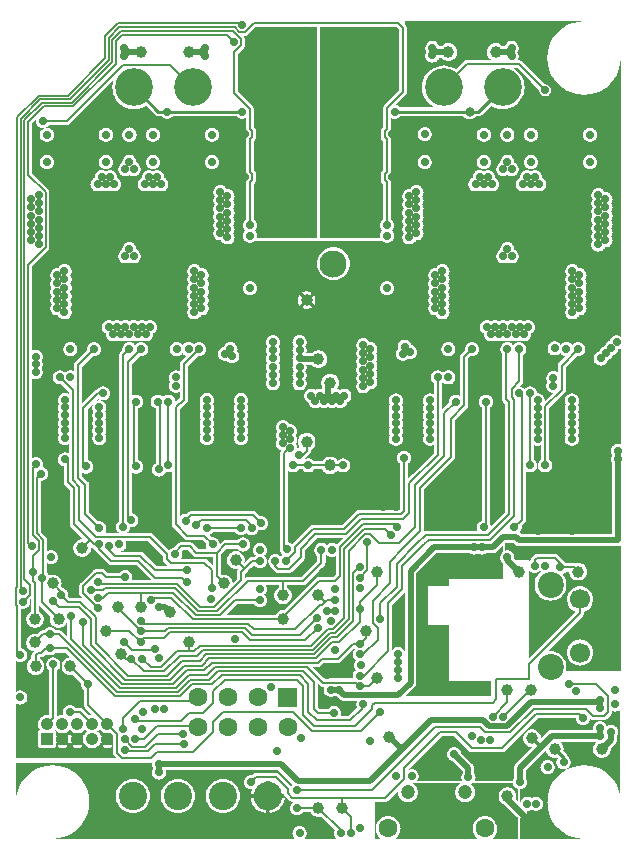
<source format=gbr>
G04 start of page 3 for group 1 idx 1 *
G04 Title: (unknown), bottom *
G04 Creator: pcb 1.99z *
G04 CreationDate: Mon 27 May 2013 22:28:20 GMT UTC *
G04 For: rbarlow *
G04 Format: Gerber/RS-274X *
G04 PCB-Dimensions (mm): 70.00 90.00 *
G04 PCB-Coordinate-Origin: lower left *
%MOMM*%
%FSLAX43Y43*%
%LNBOTTOM*%
%ADD75C,0.650*%
%ADD74C,1.500*%
%ADD73C,1.300*%
%ADD72C,0.300*%
%ADD71C,0.800*%
%ADD70C,0.700*%
%ADD69C,1.000*%
%ADD68C,1.050*%
%ADD67C,1.200*%
%ADD66C,2.400*%
%ADD65C,1.600*%
%ADD64C,2.300*%
%ADD63C,3.200*%
%ADD62C,2.200*%
%ADD61C,1.700*%
%ADD60C,0.150*%
%ADD59C,0.250*%
%ADD58C,0.500*%
%ADD57C,0.200*%
%ADD56C,0.002*%
G54D56*G36*
X35850Y79125D02*Y61250D01*
X30767D01*
X30772Y61264D01*
X30794Y61356D01*
X30800Y61450D01*
X30794Y61544D01*
X30772Y61636D01*
X30736Y61723D01*
X30687Y61804D01*
X30626Y61876D01*
X30597Y61900D01*
X30626Y61924D01*
X30687Y61996D01*
X30736Y62077D01*
X30772Y62164D01*
X30794Y62256D01*
X30800Y62350D01*
X30794Y62444D01*
X30772Y62536D01*
X30736Y62623D01*
X30687Y62704D01*
X30626Y62776D01*
X30554Y62837D01*
X30525Y62855D01*
Y65815D01*
X30621Y65911D01*
X30631Y65919D01*
X30664Y65958D01*
X30664Y65958D01*
X30690Y66002D01*
X30710Y66049D01*
X30722Y66099D01*
X30726Y66150D01*
X30725Y66163D01*
Y66637D01*
X30726Y66650D01*
X30722Y66701D01*
X30722Y66701D01*
X30710Y66751D01*
X30690Y66798D01*
X30664Y66842D01*
X30631Y66881D01*
X30621Y66889D01*
X30525Y66985D01*
Y69465D01*
X30621Y69561D01*
X30631Y69569D01*
X30664Y69608D01*
X30664Y69608D01*
X30690Y69652D01*
X30710Y69699D01*
X30722Y69749D01*
X30726Y69800D01*
X30725Y69813D01*
Y70287D01*
X30726Y70300D01*
X30722Y70351D01*
X30722Y70351D01*
X30710Y70401D01*
X30690Y70448D01*
X30664Y70492D01*
X30631Y70531D01*
X30621Y70539D01*
X30525Y70635D01*
Y72137D01*
X30526Y72150D01*
X30522Y72201D01*
X30522Y72201D01*
X30510Y72251D01*
X30490Y72298D01*
X30464Y72342D01*
X30431Y72381D01*
X30421Y72389D01*
X29175Y73635D01*
Y76865D01*
X29671Y77361D01*
X29681Y77369D01*
X29714Y77408D01*
X29714Y77408D01*
X29740Y77452D01*
X29760Y77499D01*
X29772Y77549D01*
X29776Y77600D01*
X29775Y77613D01*
Y78087D01*
X29776Y78100D01*
X29772Y78151D01*
X29772Y78151D01*
X29760Y78201D01*
X29740Y78248D01*
X29714Y78292D01*
X29681Y78331D01*
X29671Y78339D01*
X29635Y78375D01*
X29787D01*
X29800Y78374D01*
X29851Y78378D01*
X29851Y78378D01*
X29901Y78390D01*
X29948Y78410D01*
X29992Y78436D01*
X30031Y78469D01*
X30039Y78479D01*
X30685Y79125D01*
X35850D01*
G37*
G36*
X41233Y61250D02*X36150D01*
Y79125D01*
X42615D01*
X42825Y78915D01*
Y73735D01*
X41579Y72489D01*
X41569Y72481D01*
X41536Y72442D01*
X41510Y72398D01*
X41490Y72351D01*
X41478Y72301D01*
X41478Y72301D01*
X41474Y72250D01*
X41475Y72237D01*
Y70635D01*
X41379Y70539D01*
X41369Y70531D01*
X41336Y70492D01*
X41310Y70448D01*
X41290Y70401D01*
X41278Y70351D01*
X41278Y70351D01*
X41274Y70300D01*
X41275Y70287D01*
Y69813D01*
X41274Y69800D01*
X41278Y69749D01*
Y69749D01*
X41290Y69699D01*
X41310Y69652D01*
X41320Y69635D01*
X41336Y69608D01*
X41336Y69608D01*
X41369Y69569D01*
X41379Y69561D01*
X41475Y69465D01*
Y66985D01*
X41379Y66889D01*
X41369Y66881D01*
X41336Y66842D01*
X41310Y66798D01*
X41290Y66751D01*
X41278Y66701D01*
X41278Y66701D01*
X41274Y66650D01*
X41275Y66637D01*
Y66163D01*
X41274Y66150D01*
X41278Y66099D01*
Y66099D01*
X41290Y66049D01*
X41310Y66002D01*
X41320Y65985D01*
X41336Y65958D01*
X41336Y65958D01*
X41369Y65919D01*
X41379Y65911D01*
X41475Y65815D01*
Y62855D01*
X41446Y62837D01*
X41374Y62776D01*
X41313Y62704D01*
X41264Y62623D01*
X41228Y62536D01*
X41206Y62444D01*
X41198Y62350D01*
X41206Y62256D01*
X41228Y62164D01*
X41264Y62077D01*
X41313Y61996D01*
X41374Y61924D01*
X41403Y61900D01*
X41374Y61876D01*
X41313Y61804D01*
X41264Y61723D01*
X41228Y61636D01*
X41206Y61544D01*
X41198Y61450D01*
X41206Y61356D01*
X41228Y61264D01*
X41233Y61250D01*
G37*
G36*
X59999Y50457D02*X60086Y50478D01*
X60173Y50514D01*
X60254Y50563D01*
X60326Y50624D01*
X60387Y50696D01*
X60436Y50777D01*
X60472Y50864D01*
X60485Y50915D01*
X60536Y50928D01*
X60623Y50964D01*
X60704Y51013D01*
X60776Y51074D01*
X60837Y51146D01*
X60886Y51227D01*
X60922Y51314D01*
X60935Y51365D01*
X60986Y51378D01*
X61073Y51414D01*
X61154Y51463D01*
X61226Y51524D01*
X61287Y51596D01*
X61336Y51677D01*
X61372Y51764D01*
X61385Y51815D01*
X61436Y51828D01*
X61523Y51864D01*
X61600Y51911D01*
Y43796D01*
X61536Y43822D01*
X61444Y43844D01*
X61350Y43852D01*
X61256Y43844D01*
X61164Y43822D01*
X61077Y43786D01*
X60996Y43737D01*
X60924Y43676D01*
X60863Y43604D01*
X60814Y43523D01*
X60778Y43436D01*
X60756Y43344D01*
X60748Y43250D01*
X60756Y43156D01*
X60778Y43064D01*
X60814Y42977D01*
X60850Y42918D01*
Y42882D01*
X60814Y42823D01*
X60778Y42736D01*
X60756Y42644D01*
X60748Y42550D01*
X60756Y42456D01*
X60778Y42364D01*
X60814Y42277D01*
X60850Y42218D01*
Y36150D01*
X59999D01*
Y50457D01*
G37*
G36*
Y73783D02*X60328Y73984D01*
X60699Y74301D01*
X61016Y74672D01*
X61271Y75088D01*
X61457Y75539D01*
X61571Y76014D01*
X61600Y76500D01*
Y52889D01*
X61523Y52936D01*
X61436Y52972D01*
X61344Y52994D01*
X61250Y53002D01*
X61156Y52994D01*
X61064Y52972D01*
X60977Y52936D01*
X60896Y52887D01*
X60824Y52826D01*
X60763Y52754D01*
X60714Y52673D01*
X60678Y52586D01*
X60665Y52535D01*
X60614Y52522D01*
X60527Y52486D01*
X60446Y52437D01*
X60374Y52376D01*
X60313Y52304D01*
X60264Y52223D01*
X60228Y52136D01*
X60215Y52085D01*
X60164Y52072D01*
X60077Y52036D01*
X59999Y51989D01*
Y60180D01*
X60054Y60213D01*
X60126Y60274D01*
X60187Y60346D01*
X60236Y60427D01*
X60247Y60452D01*
X60300Y60448D01*
X60394Y60456D01*
X60486Y60478D01*
X60573Y60514D01*
X60654Y60563D01*
X60726Y60624D01*
X60787Y60696D01*
X60836Y60777D01*
X60872Y60864D01*
X60894Y60956D01*
X60900Y61050D01*
X60894Y61144D01*
X60872Y61236D01*
X60836Y61323D01*
X60789Y61400D01*
X60836Y61477D01*
X60872Y61564D01*
X60894Y61656D01*
X60900Y61750D01*
X60894Y61844D01*
X60872Y61936D01*
X60836Y62023D01*
X60789Y62100D01*
X60836Y62177D01*
X60872Y62264D01*
X60894Y62356D01*
X60900Y62450D01*
X60894Y62544D01*
X60872Y62636D01*
X60836Y62723D01*
X60789Y62800D01*
X60836Y62877D01*
X60872Y62964D01*
X60894Y63056D01*
X60900Y63150D01*
X60894Y63244D01*
X60872Y63336D01*
X60836Y63423D01*
X60789Y63500D01*
X60836Y63577D01*
X60872Y63664D01*
X60894Y63756D01*
X60900Y63850D01*
X60894Y63944D01*
X60872Y64036D01*
X60836Y64123D01*
X60789Y64200D01*
X60836Y64277D01*
X60872Y64364D01*
X60894Y64456D01*
X60900Y64550D01*
X60894Y64644D01*
X60872Y64736D01*
X60836Y64823D01*
X60787Y64904D01*
X60726Y64976D01*
X60654Y65037D01*
X60573Y65086D01*
X60486Y65122D01*
X60394Y65144D01*
X60300Y65152D01*
X60247Y65148D01*
X60236Y65173D01*
X60187Y65254D01*
X60126Y65326D01*
X60054Y65387D01*
X59999Y65420D01*
Y73783D01*
G37*
G36*
X58999Y73432D02*X59461Y73543D01*
X59912Y73729D01*
X59999Y73783D01*
Y65420D01*
X59973Y65436D01*
X59886Y65472D01*
X59794Y65494D01*
X59700Y65502D01*
X59606Y65494D01*
X59514Y65472D01*
X59427Y65436D01*
X59346Y65387D01*
X59274Y65326D01*
X59213Y65254D01*
X59164Y65173D01*
X59128Y65086D01*
X59106Y64994D01*
X59098Y64900D01*
X59106Y64806D01*
X59128Y64714D01*
X59164Y64627D01*
X59211Y64550D01*
X59164Y64473D01*
X59128Y64386D01*
X59106Y64294D01*
X59098Y64200D01*
X59106Y64106D01*
X59128Y64014D01*
X59164Y63927D01*
X59211Y63850D01*
X59164Y63773D01*
X59128Y63686D01*
X59106Y63594D01*
X59098Y63500D01*
X59106Y63406D01*
X59128Y63314D01*
X59164Y63227D01*
X59211Y63150D01*
X59164Y63073D01*
X59128Y62986D01*
X59106Y62894D01*
X59098Y62800D01*
X59106Y62706D01*
X59128Y62614D01*
X59164Y62527D01*
X59211Y62450D01*
X59164Y62373D01*
X59128Y62286D01*
X59106Y62194D01*
X59098Y62100D01*
X59106Y62006D01*
X59128Y61914D01*
X59164Y61827D01*
X59211Y61750D01*
X59164Y61673D01*
X59128Y61586D01*
X59106Y61494D01*
X59098Y61400D01*
X59106Y61306D01*
X59128Y61214D01*
X59164Y61127D01*
X59211Y61050D01*
X59164Y60973D01*
X59128Y60886D01*
X59106Y60794D01*
X59098Y60700D01*
X59106Y60606D01*
X59128Y60514D01*
X59164Y60427D01*
X59213Y60346D01*
X59274Y60274D01*
X59346Y60213D01*
X59427Y60164D01*
X59514Y60128D01*
X59606Y60106D01*
X59700Y60098D01*
X59794Y60106D01*
X59886Y60128D01*
X59973Y60164D01*
X59999Y60180D01*
Y51989D01*
X59996Y51987D01*
X59924Y51926D01*
X59863Y51854D01*
X59814Y51773D01*
X59778Y51686D01*
X59765Y51635D01*
X59714Y51622D01*
X59627Y51586D01*
X59546Y51537D01*
X59474Y51476D01*
X59413Y51404D01*
X59364Y51323D01*
X59328Y51236D01*
X59306Y51144D01*
X59298Y51050D01*
X59306Y50956D01*
X59328Y50864D01*
X59364Y50777D01*
X59413Y50696D01*
X59474Y50624D01*
X59546Y50563D01*
X59627Y50514D01*
X59714Y50478D01*
X59806Y50456D01*
X59900Y50448D01*
X59994Y50456D01*
X59999Y50457D01*
Y36150D01*
X58999D01*
Y67098D01*
X59000Y67098D01*
X59094Y67106D01*
X59186Y67128D01*
X59273Y67164D01*
X59354Y67213D01*
X59426Y67274D01*
X59487Y67346D01*
X59536Y67427D01*
X59572Y67514D01*
X59594Y67606D01*
X59600Y67700D01*
X59594Y67794D01*
X59572Y67886D01*
X59536Y67973D01*
X59487Y68054D01*
X59426Y68126D01*
X59354Y68187D01*
X59273Y68236D01*
X59186Y68272D01*
X59094Y68294D01*
X59000Y68302D01*
X58999Y68302D01*
Y69398D01*
X59000Y69398D01*
X59094Y69406D01*
X59186Y69428D01*
X59273Y69464D01*
X59354Y69513D01*
X59426Y69574D01*
X59487Y69646D01*
X59536Y69727D01*
X59572Y69814D01*
X59594Y69906D01*
X59600Y70000D01*
X59594Y70094D01*
X59572Y70186D01*
X59536Y70273D01*
X59487Y70354D01*
X59426Y70426D01*
X59354Y70487D01*
X59273Y70536D01*
X59186Y70572D01*
X59094Y70594D01*
X59000Y70602D01*
X58999Y70602D01*
Y73432D01*
G37*
G36*
X57449Y73580D02*X57539Y73543D01*
X58014Y73429D01*
X58500Y73390D01*
X58986Y73429D01*
X58999Y73432D01*
Y70602D01*
X58906Y70594D01*
X58814Y70572D01*
X58727Y70536D01*
X58646Y70487D01*
X58574Y70426D01*
X58513Y70354D01*
X58464Y70273D01*
X58428Y70186D01*
X58406Y70094D01*
X58398Y70000D01*
X58406Y69906D01*
X58428Y69814D01*
X58464Y69727D01*
X58513Y69646D01*
X58574Y69574D01*
X58646Y69513D01*
X58727Y69464D01*
X58814Y69428D01*
X58906Y69406D01*
X58999Y69398D01*
Y68302D01*
X58906Y68294D01*
X58814Y68272D01*
X58727Y68236D01*
X58646Y68187D01*
X58574Y68126D01*
X58513Y68054D01*
X58464Y67973D01*
X58428Y67886D01*
X58406Y67794D01*
X58398Y67700D01*
X58406Y67606D01*
X58428Y67514D01*
X58464Y67427D01*
X58513Y67346D01*
X58574Y67274D01*
X58646Y67213D01*
X58727Y67164D01*
X58814Y67128D01*
X58906Y67106D01*
X58999Y67098D01*
Y36150D01*
X57449D01*
Y43648D01*
X57450Y43648D01*
X57544Y43656D01*
X57636Y43678D01*
X57723Y43714D01*
X57804Y43763D01*
X57876Y43824D01*
X57937Y43896D01*
X57986Y43977D01*
X58022Y44064D01*
X58044Y44156D01*
X58050Y44250D01*
X58044Y44344D01*
X58022Y44436D01*
X57986Y44523D01*
X57955Y44575D01*
X57986Y44627D01*
X58022Y44714D01*
X58044Y44806D01*
X58050Y44900D01*
X58044Y44994D01*
X58022Y45086D01*
X57986Y45173D01*
X57955Y45225D01*
X57986Y45277D01*
X58022Y45364D01*
X58044Y45456D01*
X58050Y45550D01*
X58044Y45644D01*
X58022Y45736D01*
X57986Y45823D01*
X57955Y45875D01*
X57986Y45927D01*
X58022Y46014D01*
X58044Y46106D01*
X58050Y46200D01*
X58044Y46294D01*
X58022Y46386D01*
X57986Y46473D01*
X57955Y46525D01*
X57986Y46577D01*
X58022Y46664D01*
X58044Y46756D01*
X58050Y46850D01*
X58044Y46944D01*
X58022Y47036D01*
X57986Y47123D01*
X57955Y47175D01*
X57986Y47227D01*
X58022Y47314D01*
X58044Y47406D01*
X58050Y47500D01*
X58044Y47594D01*
X58022Y47686D01*
X57986Y47773D01*
X57937Y47854D01*
X57876Y47926D01*
X57804Y47987D01*
X57723Y48036D01*
X57636Y48072D01*
X57544Y48094D01*
X57450Y48102D01*
X57449Y48102D01*
Y50804D01*
X57902Y51257D01*
X57906Y51256D01*
X58000Y51248D01*
X58094Y51256D01*
X58186Y51278D01*
X58273Y51314D01*
X58354Y51363D01*
X58426Y51424D01*
X58487Y51496D01*
X58536Y51577D01*
X58572Y51664D01*
X58594Y51756D01*
X58600Y51850D01*
X58594Y51944D01*
X58572Y52036D01*
X58536Y52123D01*
X58487Y52204D01*
X58426Y52276D01*
X58354Y52337D01*
X58273Y52386D01*
X58186Y52422D01*
X58094Y52444D01*
X58000Y52452D01*
X57906Y52444D01*
X57814Y52422D01*
X57727Y52386D01*
X57646Y52337D01*
X57574Y52276D01*
X57513Y52204D01*
X57500Y52182D01*
X57487Y52204D01*
X57449Y52248D01*
Y54352D01*
X57500Y54348D01*
X57594Y54356D01*
X57686Y54378D01*
X57773Y54414D01*
X57854Y54463D01*
X57926Y54524D01*
X57987Y54596D01*
X58036Y54677D01*
X58047Y54702D01*
X58100Y54698D01*
X58194Y54706D01*
X58286Y54728D01*
X58373Y54764D01*
X58454Y54813D01*
X58526Y54874D01*
X58587Y54946D01*
X58636Y55027D01*
X58672Y55114D01*
X58694Y55206D01*
X58700Y55300D01*
X58694Y55394D01*
X58672Y55486D01*
X58636Y55573D01*
X58589Y55650D01*
X58636Y55727D01*
X58672Y55814D01*
X58694Y55906D01*
X58700Y56000D01*
X58694Y56094D01*
X58672Y56186D01*
X58636Y56273D01*
X58589Y56350D01*
X58636Y56427D01*
X58672Y56514D01*
X58694Y56606D01*
X58700Y56700D01*
X58694Y56794D01*
X58672Y56886D01*
X58636Y56973D01*
X58589Y57050D01*
X58636Y57127D01*
X58672Y57214D01*
X58694Y57306D01*
X58700Y57400D01*
X58694Y57494D01*
X58672Y57586D01*
X58636Y57673D01*
X58589Y57750D01*
X58636Y57827D01*
X58672Y57914D01*
X58694Y58006D01*
X58700Y58100D01*
X58694Y58194D01*
X58672Y58286D01*
X58636Y58373D01*
X58587Y58454D01*
X58526Y58526D01*
X58454Y58587D01*
X58373Y58636D01*
X58286Y58672D01*
X58194Y58694D01*
X58100Y58702D01*
X58047Y58698D01*
X58036Y58723D01*
X57987Y58804D01*
X57926Y58876D01*
X57854Y58937D01*
X57773Y58986D01*
X57686Y59022D01*
X57594Y59044D01*
X57500Y59052D01*
X57449Y59048D01*
Y73580D01*
G37*
G36*
Y79600D02*X58379D01*
X58014Y79571D01*
X57539Y79457D01*
X57449Y79420D01*
Y79600D01*
G37*
G36*
Y36150D02*X53207D01*
X53092Y36265D01*
X53080Y36280D01*
X53026Y36325D01*
X53087Y36396D01*
X53136Y36477D01*
X53172Y36564D01*
X53194Y36656D01*
X53200Y36750D01*
X53194Y36844D01*
X53193Y36848D01*
X53438Y37093D01*
X53448Y37102D01*
X53484Y37144D01*
X53484Y37144D01*
X53513Y37191D01*
X53534Y37242D01*
X53547Y37295D01*
X53551Y37350D01*
X53550Y37364D01*
Y41511D01*
X53627Y41464D01*
X53714Y41428D01*
X53806Y41406D01*
X53900Y41398D01*
X53994Y41406D01*
X54086Y41428D01*
X54173Y41464D01*
X54254Y41513D01*
X54326Y41574D01*
X54387Y41646D01*
X54436Y41727D01*
X54472Y41814D01*
X54494Y41906D01*
X54500Y42000D01*
X54494Y42094D01*
X54472Y42186D01*
X54436Y42273D01*
X54387Y42354D01*
X54326Y42426D01*
X54254Y42487D01*
X54250Y42489D01*
Y43730D01*
X54277Y43714D01*
X54364Y43678D01*
X54456Y43656D01*
X54550Y43648D01*
X54644Y43656D01*
X54736Y43678D01*
X54823Y43714D01*
X54850Y43730D01*
Y42489D01*
X54846Y42487D01*
X54774Y42426D01*
X54713Y42354D01*
X54664Y42273D01*
X54628Y42186D01*
X54606Y42094D01*
X54598Y42000D01*
X54606Y41906D01*
X54628Y41814D01*
X54664Y41727D01*
X54713Y41646D01*
X54774Y41574D01*
X54846Y41513D01*
X54927Y41464D01*
X55014Y41428D01*
X55106Y41406D01*
X55200Y41398D01*
X55294Y41406D01*
X55386Y41428D01*
X55473Y41464D01*
X55554Y41513D01*
X55626Y41574D01*
X55687Y41646D01*
X55736Y41727D01*
X55772Y41814D01*
X55794Y41906D01*
X55800Y42000D01*
X55794Y42094D01*
X55772Y42186D01*
X55736Y42273D01*
X55687Y42354D01*
X55626Y42426D01*
X55554Y42487D01*
X55550Y42489D01*
Y46855D01*
X56838Y48143D01*
X56848Y48152D01*
X56884Y48194D01*
X56884Y48194D01*
X56913Y48241D01*
X56934Y48292D01*
X56947Y48345D01*
X56951Y48400D01*
X56950Y48414D01*
Y50305D01*
X57449Y50804D01*
Y48102D01*
X57356Y48094D01*
X57264Y48072D01*
X57177Y48036D01*
X57096Y47987D01*
X57024Y47926D01*
X56963Y47854D01*
X56914Y47773D01*
X56878Y47686D01*
X56856Y47594D01*
X56848Y47500D01*
X56856Y47406D01*
X56878Y47314D01*
X56914Y47227D01*
X56945Y47175D01*
X56914Y47123D01*
X56878Y47036D01*
X56856Y46944D01*
X56848Y46850D01*
X56856Y46756D01*
X56878Y46664D01*
X56914Y46577D01*
X56945Y46525D01*
X56914Y46473D01*
X56878Y46386D01*
X56856Y46294D01*
X56848Y46200D01*
X56856Y46106D01*
X56878Y46014D01*
X56914Y45927D01*
X56945Y45875D01*
X56914Y45823D01*
X56878Y45736D01*
X56856Y45644D01*
X56848Y45550D01*
X56856Y45456D01*
X56878Y45364D01*
X56914Y45277D01*
X56945Y45225D01*
X56914Y45173D01*
X56878Y45086D01*
X56856Y44994D01*
X56848Y44900D01*
X56856Y44806D01*
X56878Y44714D01*
X56914Y44627D01*
X56945Y44575D01*
X56914Y44523D01*
X56878Y44436D01*
X56856Y44344D01*
X56848Y44250D01*
X56856Y44156D01*
X56878Y44064D01*
X56914Y43977D01*
X56963Y43896D01*
X57024Y43824D01*
X57096Y43763D01*
X57177Y43714D01*
X57264Y43678D01*
X57356Y43656D01*
X57449Y43648D01*
Y36150D01*
G37*
G36*
X53999Y79600D02*X57449D01*
Y79420D01*
X57088Y79271D01*
X56672Y79016D01*
X56301Y78699D01*
X55984Y78328D01*
X55729Y77912D01*
X55543Y77461D01*
X55429Y76986D01*
X55390Y76500D01*
X55429Y76014D01*
X55543Y75539D01*
X55729Y75088D01*
X55984Y74672D01*
X56301Y74301D01*
X56672Y73984D01*
X57088Y73729D01*
X57449Y73580D01*
Y59048D01*
X57406Y59044D01*
X57314Y59022D01*
X57227Y58986D01*
X57146Y58937D01*
X57074Y58876D01*
X57013Y58804D01*
X56964Y58723D01*
X56928Y58636D01*
X56906Y58544D01*
X56898Y58450D01*
X56906Y58356D01*
X56928Y58264D01*
X56964Y58177D01*
X57011Y58100D01*
X56964Y58023D01*
X56928Y57936D01*
X56906Y57844D01*
X56898Y57750D01*
X56906Y57656D01*
X56928Y57564D01*
X56964Y57477D01*
X57011Y57400D01*
X56964Y57323D01*
X56928Y57236D01*
X56906Y57144D01*
X56898Y57050D01*
X56906Y56956D01*
X56928Y56864D01*
X56964Y56777D01*
X57011Y56700D01*
X56964Y56623D01*
X56928Y56536D01*
X56906Y56444D01*
X56898Y56350D01*
X56906Y56256D01*
X56928Y56164D01*
X56964Y56077D01*
X57011Y56000D01*
X56964Y55923D01*
X56928Y55836D01*
X56906Y55744D01*
X56898Y55650D01*
X56906Y55556D01*
X56928Y55464D01*
X56964Y55377D01*
X57011Y55300D01*
X56964Y55223D01*
X56928Y55136D01*
X56906Y55044D01*
X56898Y54950D01*
X56906Y54856D01*
X56928Y54764D01*
X56964Y54677D01*
X57013Y54596D01*
X57074Y54524D01*
X57146Y54463D01*
X57227Y54414D01*
X57314Y54378D01*
X57406Y54356D01*
X57449Y54352D01*
Y52248D01*
X57426Y52276D01*
X57354Y52337D01*
X57273Y52386D01*
X57186Y52422D01*
X57094Y52444D01*
X57000Y52452D01*
X56906Y52444D01*
X56814Y52422D01*
X56727Y52386D01*
X56646Y52337D01*
X56574Y52276D01*
X56516Y52207D01*
X56487Y52254D01*
X56426Y52326D01*
X56354Y52387D01*
X56273Y52436D01*
X56186Y52472D01*
X56094Y52494D01*
X56000Y52502D01*
X55906Y52494D01*
X55814Y52472D01*
X55727Y52436D01*
X55646Y52387D01*
X55574Y52326D01*
X55513Y52254D01*
X55464Y52173D01*
X55428Y52086D01*
X55406Y51994D01*
X55398Y51900D01*
X55406Y51806D01*
X55428Y51714D01*
X55464Y51627D01*
X55513Y51546D01*
X55574Y51474D01*
X55646Y51413D01*
X55727Y51364D01*
X55814Y51328D01*
X55906Y51306D01*
X56000Y51298D01*
X56094Y51306D01*
X56186Y51328D01*
X56273Y51364D01*
X56354Y51413D01*
X56426Y51474D01*
X56484Y51543D01*
X56513Y51496D01*
X56574Y51424D01*
X56646Y51363D01*
X56727Y51314D01*
X56814Y51278D01*
X56906Y51256D01*
X56910Y51255D01*
X56362Y50707D01*
X56352Y50698D01*
X56316Y50656D01*
X56287Y50609D01*
X56266Y50558D01*
X56253Y50505D01*
X56253Y50505D01*
X56249Y50450D01*
X56250Y50436D01*
Y49889D01*
X56173Y49936D01*
X56086Y49972D01*
X55994Y49994D01*
X55900Y50002D01*
X55806Y49994D01*
X55714Y49972D01*
X55627Y49936D01*
X55546Y49887D01*
X55474Y49826D01*
X55413Y49754D01*
X55364Y49673D01*
X55328Y49586D01*
X55306Y49494D01*
X55298Y49400D01*
X55306Y49306D01*
X55328Y49214D01*
X55364Y49127D01*
X55395Y49075D01*
X55364Y49023D01*
X55328Y48936D01*
X55306Y48844D01*
X55298Y48750D01*
X55306Y48656D01*
X55328Y48564D01*
X55364Y48477D01*
X55413Y48396D01*
X55474Y48324D01*
X55546Y48263D01*
X55627Y48214D01*
X55714Y48178D01*
X55806Y48156D01*
X55857Y48152D01*
X55147Y47442D01*
X55150Y47500D01*
X55144Y47594D01*
X55122Y47686D01*
X55086Y47773D01*
X55037Y47854D01*
X54976Y47926D01*
X54904Y47987D01*
X54823Y48036D01*
X54736Y48072D01*
X54644Y48094D01*
X54550Y48102D01*
X54500Y48098D01*
X54500Y48100D01*
X54494Y48194D01*
X54472Y48286D01*
X54436Y48373D01*
X54387Y48454D01*
X54326Y48526D01*
X54254Y48587D01*
X54173Y48636D01*
X54086Y48672D01*
X53999Y48693D01*
Y53084D01*
X54000Y53100D01*
X53999Y53116D01*
Y53154D01*
X54023Y53164D01*
X54104Y53213D01*
X54176Y53274D01*
X54237Y53346D01*
X54286Y53427D01*
X54322Y53514D01*
X54344Y53606D01*
X54350Y53700D01*
X54344Y53794D01*
X54322Y53886D01*
X54286Y53973D01*
X54237Y54054D01*
X54176Y54126D01*
X54104Y54187D01*
X54023Y54236D01*
X53999Y54246D01*
Y65198D01*
X54000Y65198D01*
X54094Y65206D01*
X54186Y65228D01*
X54273Y65264D01*
X54350Y65311D01*
X54427Y65264D01*
X54514Y65228D01*
X54606Y65206D01*
X54700Y65198D01*
X54794Y65206D01*
X54886Y65228D01*
X54973Y65264D01*
X55054Y65313D01*
X55126Y65374D01*
X55187Y65446D01*
X55236Y65527D01*
X55272Y65614D01*
X55294Y65706D01*
X55300Y65800D01*
X55294Y65894D01*
X55272Y65986D01*
X55236Y66073D01*
X55187Y66154D01*
X55126Y66226D01*
X55054Y66287D01*
X54973Y66336D01*
X54947Y66347D01*
X54950Y66400D01*
X54944Y66494D01*
X54922Y66586D01*
X54886Y66673D01*
X54837Y66754D01*
X54776Y66826D01*
X54704Y66887D01*
X54623Y66936D01*
X54536Y66972D01*
X54444Y66994D01*
X54350Y67002D01*
X54256Y66994D01*
X54164Y66972D01*
X54077Y66936D01*
X54000Y66889D01*
X53999Y66890D01*
Y67098D01*
X54000Y67098D01*
X54094Y67106D01*
X54186Y67128D01*
X54273Y67164D01*
X54354Y67213D01*
X54426Y67274D01*
X54487Y67346D01*
X54536Y67427D01*
X54572Y67514D01*
X54594Y67606D01*
X54600Y67700D01*
X54594Y67794D01*
X54572Y67886D01*
X54536Y67973D01*
X54487Y68054D01*
X54426Y68126D01*
X54354Y68187D01*
X54273Y68236D01*
X54186Y68272D01*
X54094Y68294D01*
X54000Y68302D01*
X53999Y68302D01*
Y69398D01*
X54000Y69398D01*
X54094Y69406D01*
X54186Y69428D01*
X54273Y69464D01*
X54354Y69513D01*
X54426Y69574D01*
X54487Y69646D01*
X54536Y69727D01*
X54572Y69814D01*
X54594Y69906D01*
X54600Y70000D01*
X54594Y70094D01*
X54572Y70186D01*
X54536Y70273D01*
X54487Y70354D01*
X54426Y70426D01*
X54354Y70487D01*
X54273Y70536D01*
X54186Y70572D01*
X54094Y70594D01*
X54000Y70602D01*
X53999Y70602D01*
Y74456D01*
X54699Y73756D01*
X54698Y73750D01*
X54705Y73672D01*
X54723Y73595D01*
X54753Y73522D01*
X54794Y73455D01*
X54845Y73395D01*
X54905Y73344D01*
X54972Y73303D01*
X55045Y73273D01*
X55122Y73255D01*
X55200Y73248D01*
X55278Y73255D01*
X55355Y73273D01*
X55428Y73303D01*
X55495Y73344D01*
X55555Y73395D01*
X55606Y73455D01*
X55647Y73522D01*
X55677Y73595D01*
X55695Y73672D01*
X55700Y73750D01*
X55695Y73828D01*
X55677Y73905D01*
X55647Y73978D01*
X55606Y74045D01*
X55555Y74105D01*
X55495Y74156D01*
X55428Y74197D01*
X55355Y74227D01*
X55278Y74245D01*
X55200Y74252D01*
X55194Y74251D01*
X53999Y75446D01*
Y79600D01*
G37*
G36*
Y54246D02*X53936Y54272D01*
X53844Y54294D01*
X53750Y54302D01*
X53656Y54294D01*
X53564Y54272D01*
X53477Y54236D01*
X53400Y54189D01*
X53323Y54236D01*
X53236Y54272D01*
X53144Y54294D01*
X53050Y54302D01*
X52956Y54294D01*
X52864Y54272D01*
X52777Y54236D01*
X52700Y54189D01*
X52623Y54236D01*
X52536Y54272D01*
X52444Y54294D01*
X52350Y54302D01*
X52256Y54294D01*
X52164Y54272D01*
X52077Y54236D01*
X52000Y54189D01*
X51999Y54190D01*
Y59210D01*
X52000Y59211D01*
X52077Y59164D01*
X52164Y59128D01*
X52256Y59106D01*
X52350Y59098D01*
X52444Y59106D01*
X52536Y59128D01*
X52623Y59164D01*
X52704Y59213D01*
X52776Y59274D01*
X52837Y59346D01*
X52886Y59427D01*
X52922Y59514D01*
X52944Y59606D01*
X52950Y59700D01*
X52944Y59794D01*
X52922Y59886D01*
X52886Y59973D01*
X52837Y60054D01*
X52776Y60126D01*
X52704Y60187D01*
X52623Y60236D01*
X52597Y60247D01*
X52600Y60300D01*
X52594Y60394D01*
X52572Y60486D01*
X52536Y60573D01*
X52487Y60654D01*
X52426Y60726D01*
X52354Y60787D01*
X52273Y60836D01*
X52186Y60872D01*
X52094Y60894D01*
X52000Y60902D01*
X51999Y60902D01*
Y66610D01*
X52000Y66611D01*
X52077Y66564D01*
X52164Y66528D01*
X52256Y66506D01*
X52350Y66498D01*
X52444Y66506D01*
X52536Y66528D01*
X52623Y66564D01*
X52704Y66613D01*
X52776Y66674D01*
X52837Y66746D01*
X52886Y66827D01*
X52922Y66914D01*
X52944Y67006D01*
X52950Y67100D01*
X52944Y67194D01*
X52922Y67286D01*
X52886Y67373D01*
X52837Y67454D01*
X52776Y67526D01*
X52704Y67587D01*
X52623Y67636D01*
X52597Y67647D01*
X52600Y67700D01*
X52594Y67794D01*
X52572Y67886D01*
X52536Y67973D01*
X52487Y68054D01*
X52426Y68126D01*
X52354Y68187D01*
X52273Y68236D01*
X52186Y68272D01*
X52094Y68294D01*
X52000Y68302D01*
X51999Y68302D01*
Y69398D01*
X52000Y69398D01*
X52094Y69406D01*
X52186Y69428D01*
X52273Y69464D01*
X52354Y69513D01*
X52426Y69574D01*
X52487Y69646D01*
X52536Y69727D01*
X52572Y69814D01*
X52594Y69906D01*
X52600Y70000D01*
X52594Y70094D01*
X52572Y70186D01*
X52536Y70273D01*
X52487Y70354D01*
X52426Y70426D01*
X52354Y70487D01*
X52273Y70536D01*
X52186Y70572D01*
X52094Y70594D01*
X52000Y70602D01*
X51999Y70602D01*
Y72193D01*
X52173Y72235D01*
X52442Y72347D01*
X52691Y72499D01*
X52912Y72688D01*
X53101Y72909D01*
X53253Y73158D01*
X53365Y73427D01*
X53433Y73710D01*
X53450Y74000D01*
X53433Y74290D01*
X53365Y74573D01*
X53253Y74842D01*
X53101Y75091D01*
X52912Y75312D01*
X52691Y75501D01*
X52530Y75600D01*
X52855D01*
X53999Y74456D01*
Y70602D01*
X53906Y70594D01*
X53814Y70572D01*
X53727Y70536D01*
X53646Y70487D01*
X53574Y70426D01*
X53513Y70354D01*
X53464Y70273D01*
X53428Y70186D01*
X53406Y70094D01*
X53398Y70000D01*
X53406Y69906D01*
X53428Y69814D01*
X53464Y69727D01*
X53513Y69646D01*
X53574Y69574D01*
X53646Y69513D01*
X53727Y69464D01*
X53814Y69428D01*
X53906Y69406D01*
X53999Y69398D01*
Y68302D01*
X53906Y68294D01*
X53814Y68272D01*
X53727Y68236D01*
X53646Y68187D01*
X53574Y68126D01*
X53513Y68054D01*
X53464Y67973D01*
X53428Y67886D01*
X53406Y67794D01*
X53398Y67700D01*
X53406Y67606D01*
X53428Y67514D01*
X53464Y67427D01*
X53513Y67346D01*
X53574Y67274D01*
X53646Y67213D01*
X53727Y67164D01*
X53814Y67128D01*
X53906Y67106D01*
X53999Y67098D01*
Y66890D01*
X53923Y66936D01*
X53836Y66972D01*
X53744Y66994D01*
X53650Y67002D01*
X53556Y66994D01*
X53464Y66972D01*
X53377Y66936D01*
X53296Y66887D01*
X53224Y66826D01*
X53163Y66754D01*
X53114Y66673D01*
X53078Y66586D01*
X53056Y66494D01*
X53048Y66400D01*
X53052Y66347D01*
X53027Y66336D01*
X52946Y66287D01*
X52874Y66226D01*
X52813Y66154D01*
X52764Y66073D01*
X52728Y65986D01*
X52706Y65894D01*
X52698Y65800D01*
X52706Y65706D01*
X52728Y65614D01*
X52764Y65527D01*
X52813Y65446D01*
X52874Y65374D01*
X52946Y65313D01*
X53027Y65264D01*
X53114Y65228D01*
X53206Y65206D01*
X53300Y65198D01*
X53394Y65206D01*
X53486Y65228D01*
X53573Y65264D01*
X53650Y65311D01*
X53727Y65264D01*
X53814Y65228D01*
X53906Y65206D01*
X53999Y65198D01*
Y54246D01*
G37*
G36*
Y53116D02*X53997Y53153D01*
X53999Y53154D01*
Y53116D01*
G37*
G36*
Y48693D02*X53994Y48694D01*
X53900Y48702D01*
X53806Y48694D01*
X53714Y48672D01*
X53627Y48636D01*
X53546Y48587D01*
X53474Y48526D01*
X53450Y48497D01*
X53426Y48526D01*
X53354Y48587D01*
X53273Y48636D01*
X53186Y48672D01*
X53094Y48694D01*
X53090Y48695D01*
X53238Y48843D01*
X53248Y48852D01*
X53284Y48894D01*
X53284Y48894D01*
X53313Y48941D01*
X53334Y48992D01*
X53347Y49045D01*
X53351Y49100D01*
X53350Y49114D01*
Y51361D01*
X53354Y51363D01*
X53426Y51424D01*
X53487Y51496D01*
X53536Y51577D01*
X53572Y51664D01*
X53594Y51756D01*
X53600Y51850D01*
X53594Y51944D01*
X53572Y52036D01*
X53536Y52123D01*
X53487Y52204D01*
X53426Y52276D01*
X53354Y52337D01*
X53273Y52386D01*
X53186Y52422D01*
X53094Y52444D01*
X53000Y52452D01*
X52906Y52444D01*
X52814Y52422D01*
X52727Y52386D01*
X52646Y52337D01*
X52574Y52276D01*
X52513Y52204D01*
X52500Y52182D01*
X52487Y52204D01*
X52426Y52276D01*
X52354Y52337D01*
X52273Y52386D01*
X52186Y52422D01*
X52094Y52444D01*
X52000Y52452D01*
X51999Y52452D01*
Y52498D01*
X52000Y52498D01*
X52094Y52506D01*
X52186Y52528D01*
X52273Y52564D01*
X52350Y52611D01*
X52427Y52564D01*
X52514Y52528D01*
X52606Y52506D01*
X52700Y52498D01*
X52794Y52506D01*
X52886Y52528D01*
X52973Y52564D01*
X53050Y52611D01*
X53127Y52564D01*
X53214Y52528D01*
X53306Y52506D01*
X53400Y52498D01*
X53494Y52506D01*
X53586Y52528D01*
X53673Y52564D01*
X53754Y52613D01*
X53826Y52674D01*
X53887Y52746D01*
X53936Y52827D01*
X53972Y52914D01*
X53994Y53006D01*
X53999Y53084D01*
Y48693D01*
G37*
G36*
X51999Y79600D02*X53999D01*
Y75446D01*
X53257Y76188D01*
X53248Y76198D01*
X53206Y76234D01*
X53206Y76234D01*
X53159Y76263D01*
X53108Y76284D01*
X53055Y76297D01*
X53000Y76301D01*
X52986Y76300D01*
X52839D01*
X52886Y76377D01*
X52922Y76464D01*
X52944Y76556D01*
X52950Y76650D01*
X52944Y76744D01*
X52922Y76836D01*
X52886Y76923D01*
X52850Y76982D01*
Y77018D01*
X52886Y77077D01*
X52922Y77164D01*
X52944Y77256D01*
X52950Y77350D01*
X52944Y77444D01*
X52922Y77536D01*
X52886Y77623D01*
X52837Y77704D01*
X52776Y77776D01*
X52704Y77837D01*
X52623Y77886D01*
X52536Y77922D01*
X52444Y77944D01*
X52350Y77952D01*
X52256Y77944D01*
X52164Y77922D01*
X52077Y77886D01*
X51999Y77839D01*
Y79600D01*
G37*
G36*
X49999Y53155D02*X50002Y53153D01*
X49999Y53112D01*
Y53155D01*
G37*
G36*
Y71869D02*X50584Y72453D01*
X50758Y72347D01*
X51027Y72235D01*
X51310Y72167D01*
X51600Y72144D01*
X51890Y72167D01*
X51999Y72193D01*
Y70602D01*
X51906Y70594D01*
X51814Y70572D01*
X51727Y70536D01*
X51646Y70487D01*
X51574Y70426D01*
X51513Y70354D01*
X51464Y70273D01*
X51428Y70186D01*
X51406Y70094D01*
X51398Y70000D01*
X51406Y69906D01*
X51428Y69814D01*
X51464Y69727D01*
X51513Y69646D01*
X51574Y69574D01*
X51646Y69513D01*
X51727Y69464D01*
X51814Y69428D01*
X51906Y69406D01*
X51999Y69398D01*
Y68302D01*
X51906Y68294D01*
X51814Y68272D01*
X51727Y68236D01*
X51646Y68187D01*
X51574Y68126D01*
X51513Y68054D01*
X51464Y67973D01*
X51428Y67886D01*
X51406Y67794D01*
X51398Y67700D01*
X51402Y67647D01*
X51377Y67636D01*
X51296Y67587D01*
X51224Y67526D01*
X51163Y67454D01*
X51114Y67373D01*
X51078Y67286D01*
X51056Y67194D01*
X51048Y67100D01*
X51056Y67006D01*
X51078Y66914D01*
X51114Y66827D01*
X51163Y66746D01*
X51224Y66674D01*
X51296Y66613D01*
X51377Y66564D01*
X51464Y66528D01*
X51556Y66506D01*
X51650Y66498D01*
X51744Y66506D01*
X51836Y66528D01*
X51923Y66564D01*
X51999Y66610D01*
Y60902D01*
X51906Y60894D01*
X51814Y60872D01*
X51727Y60836D01*
X51646Y60787D01*
X51574Y60726D01*
X51513Y60654D01*
X51464Y60573D01*
X51428Y60486D01*
X51406Y60394D01*
X51398Y60300D01*
X51402Y60247D01*
X51377Y60236D01*
X51296Y60187D01*
X51224Y60126D01*
X51163Y60054D01*
X51114Y59973D01*
X51078Y59886D01*
X51056Y59794D01*
X51048Y59700D01*
X51056Y59606D01*
X51078Y59514D01*
X51114Y59427D01*
X51163Y59346D01*
X51224Y59274D01*
X51296Y59213D01*
X51377Y59164D01*
X51464Y59128D01*
X51556Y59106D01*
X51650Y59098D01*
X51744Y59106D01*
X51836Y59128D01*
X51923Y59164D01*
X51999Y59210D01*
Y54190D01*
X51923Y54236D01*
X51836Y54272D01*
X51744Y54294D01*
X51650Y54302D01*
X51556Y54294D01*
X51464Y54272D01*
X51377Y54236D01*
X51300Y54189D01*
X51223Y54236D01*
X51136Y54272D01*
X51044Y54294D01*
X50950Y54302D01*
X50856Y54294D01*
X50764Y54272D01*
X50677Y54236D01*
X50600Y54189D01*
X50523Y54236D01*
X50436Y54272D01*
X50344Y54294D01*
X50250Y54302D01*
X50156Y54294D01*
X50064Y54272D01*
X49999Y54245D01*
Y65198D01*
X50000Y65198D01*
X50094Y65206D01*
X50186Y65228D01*
X50273Y65264D01*
X50350Y65311D01*
X50427Y65264D01*
X50514Y65228D01*
X50606Y65206D01*
X50700Y65198D01*
X50794Y65206D01*
X50886Y65228D01*
X50973Y65264D01*
X51054Y65313D01*
X51126Y65374D01*
X51187Y65446D01*
X51236Y65527D01*
X51272Y65614D01*
X51294Y65706D01*
X51300Y65800D01*
X51294Y65894D01*
X51272Y65986D01*
X51236Y66073D01*
X51187Y66154D01*
X51126Y66226D01*
X51054Y66287D01*
X50973Y66336D01*
X50947Y66347D01*
X50950Y66400D01*
X50944Y66494D01*
X50922Y66586D01*
X50886Y66673D01*
X50837Y66754D01*
X50776Y66826D01*
X50704Y66887D01*
X50623Y66936D01*
X50536Y66972D01*
X50444Y66994D01*
X50350Y67002D01*
X50256Y66994D01*
X50164Y66972D01*
X50077Y66936D01*
X50000Y66889D01*
X49999Y66890D01*
Y67098D01*
X50000Y67098D01*
X50094Y67106D01*
X50186Y67128D01*
X50273Y67164D01*
X50354Y67213D01*
X50426Y67274D01*
X50487Y67346D01*
X50536Y67427D01*
X50572Y67514D01*
X50594Y67606D01*
X50600Y67700D01*
X50594Y67794D01*
X50572Y67886D01*
X50536Y67973D01*
X50487Y68054D01*
X50426Y68126D01*
X50354Y68187D01*
X50273Y68236D01*
X50186Y68272D01*
X50094Y68294D01*
X50000Y68302D01*
X49999Y68302D01*
Y69398D01*
X50000Y69398D01*
X50094Y69406D01*
X50186Y69428D01*
X50273Y69464D01*
X50354Y69513D01*
X50426Y69574D01*
X50487Y69646D01*
X50536Y69727D01*
X50572Y69814D01*
X50594Y69906D01*
X50600Y70000D01*
X50594Y70094D01*
X50572Y70186D01*
X50536Y70273D01*
X50487Y70354D01*
X50426Y70426D01*
X50354Y70487D01*
X50273Y70536D01*
X50186Y70572D01*
X50094Y70594D01*
X50000Y70602D01*
X49999Y70602D01*
Y71869D01*
G37*
G36*
X51999Y52452D02*X51906Y52444D01*
X51814Y52422D01*
X51727Y52386D01*
X51646Y52337D01*
X51574Y52276D01*
X51513Y52204D01*
X51464Y52123D01*
X51428Y52036D01*
X51406Y51944D01*
X51398Y51850D01*
X51406Y51756D01*
X51428Y51664D01*
X51464Y51577D01*
X51513Y51496D01*
X51550Y51453D01*
Y47614D01*
X51549Y47600D01*
X51553Y47545D01*
X51566Y47492D01*
X51587Y47441D01*
X51616Y47394D01*
X51616Y47394D01*
X51652Y47352D01*
X51662Y47343D01*
X51800Y47205D01*
Y38045D01*
X50595Y36840D01*
X50594Y36844D01*
X50572Y36936D01*
X50550Y36990D01*
Y46911D01*
X50554Y46913D01*
X50626Y46974D01*
X50687Y47046D01*
X50736Y47127D01*
X50772Y47214D01*
X50794Y47306D01*
X50800Y47400D01*
X50794Y47494D01*
X50772Y47586D01*
X50736Y47673D01*
X50687Y47754D01*
X50626Y47826D01*
X50554Y47887D01*
X50473Y47936D01*
X50386Y47972D01*
X50294Y47994D01*
X50200Y48002D01*
X50106Y47994D01*
X50014Y47972D01*
X49999Y47966D01*
Y53088D01*
X50006Y53006D01*
X50028Y52914D01*
X50064Y52827D01*
X50113Y52746D01*
X50174Y52674D01*
X50246Y52613D01*
X50327Y52564D01*
X50414Y52528D01*
X50506Y52506D01*
X50600Y52498D01*
X50694Y52506D01*
X50786Y52528D01*
X50873Y52564D01*
X50950Y52611D01*
X51027Y52564D01*
X51114Y52528D01*
X51206Y52506D01*
X51300Y52498D01*
X51394Y52506D01*
X51486Y52528D01*
X51573Y52564D01*
X51650Y52611D01*
X51727Y52564D01*
X51814Y52528D01*
X51906Y52506D01*
X51999Y52498D01*
Y52452D01*
G37*
G36*
X49999Y47966D02*X49927Y47936D01*
X49846Y47887D01*
X49774Y47826D01*
X49713Y47754D01*
X49664Y47673D01*
X49628Y47586D01*
X49606Y47494D01*
X49598Y47400D01*
X49606Y47306D01*
X49628Y47214D01*
X49664Y47127D01*
X49713Y47046D01*
X49774Y46974D01*
X49846Y46913D01*
X49850Y46911D01*
Y37331D01*
X49814Y37322D01*
X49727Y37286D01*
X49646Y37237D01*
X49574Y37176D01*
X49513Y37104D01*
X49464Y37023D01*
X49428Y36936D01*
X49406Y36844D01*
X49398Y36750D01*
X49406Y36656D01*
X49428Y36564D01*
X49464Y36477D01*
X49480Y36450D01*
X46999D01*
Y42004D01*
X47438Y42443D01*
X47448Y42452D01*
X47484Y42494D01*
X47484Y42494D01*
X47513Y42541D01*
X47534Y42592D01*
X47547Y42645D01*
X47551Y42700D01*
X47550Y42714D01*
Y45805D01*
X48588Y46843D01*
X48598Y46852D01*
X48634Y46894D01*
X48634Y46894D01*
X48663Y46941D01*
X48684Y46992D01*
X48697Y47045D01*
X48701Y47100D01*
X48700Y47114D01*
Y51055D01*
X48902Y51257D01*
X48906Y51256D01*
X49000Y51248D01*
X49094Y51256D01*
X49186Y51278D01*
X49273Y51314D01*
X49354Y51363D01*
X49426Y51424D01*
X49487Y51496D01*
X49536Y51577D01*
X49572Y51664D01*
X49594Y51756D01*
X49600Y51850D01*
X49594Y51944D01*
X49572Y52036D01*
X49536Y52123D01*
X49487Y52204D01*
X49426Y52276D01*
X49354Y52337D01*
X49273Y52386D01*
X49186Y52422D01*
X49094Y52444D01*
X49000Y52452D01*
X48906Y52444D01*
X48814Y52422D01*
X48727Y52386D01*
X48646Y52337D01*
X48574Y52276D01*
X48513Y52204D01*
X48464Y52123D01*
X48428Y52036D01*
X48406Y51944D01*
X48398Y51850D01*
X48406Y51756D01*
X48407Y51752D01*
X48112Y51457D01*
X48102Y51448D01*
X48066Y51406D01*
X48037Y51359D01*
X48016Y51308D01*
X48003Y51255D01*
X48003Y51255D01*
X47999Y51200D01*
X48000Y51186D01*
Y47889D01*
X47923Y47936D01*
X47836Y47972D01*
X47744Y47994D01*
X47650Y48002D01*
X47556Y47994D01*
X47464Y47972D01*
X47377Y47936D01*
X47296Y47887D01*
X47224Y47826D01*
X47163Y47754D01*
X47114Y47673D01*
X47078Y47586D01*
X47056Y47494D01*
X47048Y47400D01*
X47056Y47306D01*
X47057Y47302D01*
X46999Y47244D01*
Y48848D01*
X47000Y48848D01*
X47094Y48856D01*
X47186Y48878D01*
X47273Y48914D01*
X47354Y48963D01*
X47426Y49024D01*
X47487Y49096D01*
X47536Y49177D01*
X47572Y49264D01*
X47594Y49356D01*
X47600Y49450D01*
X47594Y49544D01*
X47572Y49636D01*
X47536Y49723D01*
X47487Y49804D01*
X47426Y49876D01*
X47354Y49937D01*
X47273Y49986D01*
X47186Y50022D01*
X47094Y50044D01*
X47000Y50052D01*
X46999Y50052D01*
Y51248D01*
X47000Y51248D01*
X47094Y51256D01*
X47186Y51278D01*
X47273Y51314D01*
X47354Y51363D01*
X47426Y51424D01*
X47487Y51496D01*
X47536Y51577D01*
X47572Y51664D01*
X47594Y51756D01*
X47600Y51850D01*
X47594Y51944D01*
X47572Y52036D01*
X47536Y52123D01*
X47487Y52204D01*
X47426Y52276D01*
X47354Y52337D01*
X47273Y52386D01*
X47186Y52422D01*
X47094Y52444D01*
X47000Y52452D01*
X46999Y52452D01*
Y54616D01*
X47036Y54677D01*
X47072Y54764D01*
X47094Y54856D01*
X47100Y54950D01*
X47094Y55044D01*
X47072Y55136D01*
X47036Y55223D01*
X46999Y55284D01*
Y55316D01*
X47036Y55377D01*
X47072Y55464D01*
X47094Y55556D01*
X47100Y55650D01*
X47094Y55744D01*
X47072Y55836D01*
X47036Y55923D01*
X46999Y55984D01*
Y56016D01*
X47036Y56077D01*
X47072Y56164D01*
X47094Y56256D01*
X47100Y56350D01*
X47094Y56444D01*
X47072Y56536D01*
X47036Y56623D01*
X46999Y56684D01*
Y56716D01*
X47036Y56777D01*
X47072Y56864D01*
X47094Y56956D01*
X47100Y57050D01*
X47094Y57144D01*
X47072Y57236D01*
X47036Y57323D01*
X46999Y57384D01*
Y57416D01*
X47036Y57477D01*
X47072Y57564D01*
X47094Y57656D01*
X47100Y57750D01*
X47094Y57844D01*
X47072Y57936D01*
X47036Y58023D01*
X46999Y58084D01*
Y58116D01*
X47036Y58177D01*
X47072Y58264D01*
X47094Y58356D01*
X47100Y58450D01*
X47094Y58544D01*
X47072Y58636D01*
X47036Y58723D01*
X46999Y58784D01*
Y71575D01*
X48267D01*
X48273Y71567D01*
X48339Y71489D01*
X48417Y71423D01*
X48504Y71369D01*
X48599Y71330D01*
X48698Y71306D01*
X48800Y71298D01*
X48902Y71306D01*
X49001Y71330D01*
X49096Y71369D01*
X49183Y71423D01*
X49261Y71489D01*
X49327Y71567D01*
X49333Y71575D01*
X49535D01*
X49550Y71574D01*
X49609Y71578D01*
X49666Y71592D01*
X49721Y71615D01*
X49771Y71646D01*
X49816Y71684D01*
X49826Y71695D01*
X49999Y71869D01*
Y70602D01*
X49906Y70594D01*
X49814Y70572D01*
X49727Y70536D01*
X49646Y70487D01*
X49574Y70426D01*
X49513Y70354D01*
X49464Y70273D01*
X49428Y70186D01*
X49406Y70094D01*
X49398Y70000D01*
X49406Y69906D01*
X49428Y69814D01*
X49464Y69727D01*
X49513Y69646D01*
X49574Y69574D01*
X49646Y69513D01*
X49727Y69464D01*
X49814Y69428D01*
X49906Y69406D01*
X49999Y69398D01*
Y68302D01*
X49906Y68294D01*
X49814Y68272D01*
X49727Y68236D01*
X49646Y68187D01*
X49574Y68126D01*
X49513Y68054D01*
X49464Y67973D01*
X49428Y67886D01*
X49406Y67794D01*
X49398Y67700D01*
X49406Y67606D01*
X49428Y67514D01*
X49464Y67427D01*
X49513Y67346D01*
X49574Y67274D01*
X49646Y67213D01*
X49727Y67164D01*
X49814Y67128D01*
X49906Y67106D01*
X49999Y67098D01*
Y66890D01*
X49923Y66936D01*
X49836Y66972D01*
X49744Y66994D01*
X49650Y67002D01*
X49556Y66994D01*
X49464Y66972D01*
X49377Y66936D01*
X49296Y66887D01*
X49224Y66826D01*
X49163Y66754D01*
X49114Y66673D01*
X49078Y66586D01*
X49056Y66494D01*
X49048Y66400D01*
X49052Y66347D01*
X49027Y66336D01*
X48946Y66287D01*
X48874Y66226D01*
X48813Y66154D01*
X48764Y66073D01*
X48728Y65986D01*
X48706Y65894D01*
X48698Y65800D01*
X48706Y65706D01*
X48728Y65614D01*
X48764Y65527D01*
X48813Y65446D01*
X48874Y65374D01*
X48946Y65313D01*
X49027Y65264D01*
X49114Y65228D01*
X49206Y65206D01*
X49300Y65198D01*
X49394Y65206D01*
X49486Y65228D01*
X49573Y65264D01*
X49650Y65311D01*
X49727Y65264D01*
X49814Y65228D01*
X49906Y65206D01*
X49999Y65198D01*
Y54245D01*
X49977Y54236D01*
X49896Y54187D01*
X49824Y54126D01*
X49763Y54054D01*
X49714Y53973D01*
X49678Y53886D01*
X49656Y53794D01*
X49648Y53700D01*
X49656Y53606D01*
X49678Y53514D01*
X49714Y53427D01*
X49763Y53346D01*
X49824Y53274D01*
X49896Y53213D01*
X49977Y53164D01*
X49999Y53155D01*
Y53112D01*
X49998Y53100D01*
X49999Y53088D01*
Y47966D01*
G37*
G36*
X46999Y58084D02*X46989Y58100D01*
X46999Y58116D01*
Y58084D01*
G37*
G36*
Y57384D02*X46989Y57400D01*
X46999Y57416D01*
Y57384D01*
G37*
G36*
Y56684D02*X46989Y56700D01*
X46999Y56716D01*
Y56684D01*
G37*
G36*
Y55984D02*X46989Y56000D01*
X46999Y56016D01*
Y55984D01*
G37*
G36*
Y55284D02*X46989Y55300D01*
X46999Y55316D01*
Y55284D01*
G37*
G36*
X44999Y43854D02*X45024Y43824D01*
X45096Y43763D01*
X45177Y43714D01*
X45264Y43678D01*
X45356Y43656D01*
X45450Y43648D01*
X45544Y43656D01*
X45636Y43678D01*
X45723Y43714D01*
X45750Y43730D01*
Y43045D01*
X44999Y42294D01*
Y43854D01*
G37*
G36*
X46999Y50052D02*X46906Y50044D01*
X46814Y50022D01*
X46727Y49986D01*
X46646Y49937D01*
X46574Y49876D01*
X46550Y49847D01*
X46526Y49876D01*
X46454Y49937D01*
X46373Y49986D01*
X46286Y50022D01*
X46194Y50044D01*
X46100Y50052D01*
X46006Y50044D01*
X45914Y50022D01*
X45827Y49986D01*
X45746Y49937D01*
X45674Y49876D01*
X45613Y49804D01*
X45564Y49723D01*
X45528Y49636D01*
X45506Y49544D01*
X45498Y49450D01*
X45506Y49356D01*
X45528Y49264D01*
X45564Y49177D01*
X45613Y49096D01*
X45674Y49024D01*
X45746Y48963D01*
X45750Y48961D01*
Y48020D01*
X45723Y48036D01*
X45636Y48072D01*
X45544Y48094D01*
X45450Y48102D01*
X45356Y48094D01*
X45264Y48072D01*
X45177Y48036D01*
X45096Y47987D01*
X45024Y47926D01*
X44999Y47896D01*
Y67098D01*
X45000Y67098D01*
X45094Y67106D01*
X45186Y67128D01*
X45273Y67164D01*
X45354Y67213D01*
X45426Y67274D01*
X45487Y67346D01*
X45536Y67427D01*
X45572Y67514D01*
X45594Y67606D01*
X45600Y67700D01*
X45594Y67794D01*
X45572Y67886D01*
X45536Y67973D01*
X45487Y68054D01*
X45426Y68126D01*
X45354Y68187D01*
X45273Y68236D01*
X45186Y68272D01*
X45094Y68294D01*
X45000Y68302D01*
X44999Y68302D01*
Y69448D01*
X45000Y69448D01*
X45094Y69456D01*
X45186Y69478D01*
X45273Y69514D01*
X45354Y69563D01*
X45426Y69624D01*
X45487Y69696D01*
X45536Y69777D01*
X45572Y69864D01*
X45594Y69956D01*
X45600Y70050D01*
X45594Y70144D01*
X45572Y70236D01*
X45536Y70323D01*
X45487Y70404D01*
X45426Y70476D01*
X45354Y70537D01*
X45273Y70586D01*
X45186Y70622D01*
X45094Y70644D01*
X45000Y70652D01*
X44999Y70652D01*
Y71575D01*
X46999D01*
Y58784D01*
X46987Y58804D01*
X46926Y58876D01*
X46854Y58937D01*
X46773Y58986D01*
X46686Y59022D01*
X46594Y59044D01*
X46500Y59052D01*
X46406Y59044D01*
X46314Y59022D01*
X46227Y58986D01*
X46146Y58937D01*
X46074Y58876D01*
X46013Y58804D01*
X45964Y58723D01*
X45953Y58698D01*
X45900Y58702D01*
X45806Y58694D01*
X45714Y58672D01*
X45627Y58636D01*
X45546Y58587D01*
X45474Y58526D01*
X45413Y58454D01*
X45364Y58373D01*
X45328Y58286D01*
X45306Y58194D01*
X45298Y58100D01*
X45306Y58006D01*
X45328Y57914D01*
X45364Y57827D01*
X45411Y57750D01*
X45364Y57673D01*
X45328Y57586D01*
X45306Y57494D01*
X45298Y57400D01*
X45306Y57306D01*
X45328Y57214D01*
X45364Y57127D01*
X45411Y57050D01*
X45364Y56973D01*
X45328Y56886D01*
X45306Y56794D01*
X45298Y56700D01*
X45306Y56606D01*
X45328Y56514D01*
X45364Y56427D01*
X45411Y56350D01*
X45364Y56273D01*
X45328Y56186D01*
X45306Y56094D01*
X45298Y56000D01*
X45306Y55906D01*
X45328Y55814D01*
X45364Y55727D01*
X45411Y55650D01*
X45364Y55573D01*
X45328Y55486D01*
X45306Y55394D01*
X45298Y55300D01*
X45306Y55206D01*
X45328Y55114D01*
X45364Y55027D01*
X45413Y54946D01*
X45474Y54874D01*
X45546Y54813D01*
X45627Y54764D01*
X45714Y54728D01*
X45806Y54706D01*
X45900Y54698D01*
X45953Y54702D01*
X45964Y54677D01*
X46013Y54596D01*
X46074Y54524D01*
X46146Y54463D01*
X46227Y54414D01*
X46314Y54378D01*
X46406Y54356D01*
X46500Y54348D01*
X46594Y54356D01*
X46686Y54378D01*
X46773Y54414D01*
X46854Y54463D01*
X46926Y54524D01*
X46987Y54596D01*
X46999Y54616D01*
Y52452D01*
X46906Y52444D01*
X46814Y52422D01*
X46727Y52386D01*
X46646Y52337D01*
X46574Y52276D01*
X46513Y52204D01*
X46464Y52123D01*
X46428Y52036D01*
X46406Y51944D01*
X46398Y51850D01*
X46406Y51756D01*
X46428Y51664D01*
X46464Y51577D01*
X46513Y51496D01*
X46574Y51424D01*
X46646Y51363D01*
X46727Y51314D01*
X46814Y51278D01*
X46906Y51256D01*
X46999Y51248D01*
Y50052D01*
G37*
G36*
X44999Y47896D02*X44963Y47854D01*
X44914Y47773D01*
X44878Y47686D01*
X44856Y47594D01*
X44848Y47500D01*
X44856Y47406D01*
X44878Y47314D01*
X44914Y47227D01*
X44945Y47175D01*
X44914Y47123D01*
X44878Y47036D01*
X44856Y46944D01*
X44848Y46850D01*
X44856Y46756D01*
X44878Y46664D01*
X44914Y46577D01*
X44945Y46525D01*
X44914Y46473D01*
X44878Y46386D01*
X44856Y46294D01*
X44848Y46200D01*
X44856Y46106D01*
X44878Y46014D01*
X44914Y45927D01*
X44945Y45875D01*
X44914Y45823D01*
X44878Y45736D01*
X44856Y45644D01*
X44848Y45550D01*
X44856Y45456D01*
X44878Y45364D01*
X44914Y45277D01*
X44945Y45225D01*
X44914Y45173D01*
X44878Y45086D01*
X44856Y44994D01*
X44848Y44900D01*
X44856Y44806D01*
X44878Y44714D01*
X44914Y44627D01*
X44945Y44575D01*
X44914Y44523D01*
X44878Y44436D01*
X44856Y44344D01*
X44848Y44250D01*
X44856Y44156D01*
X44878Y44064D01*
X44914Y43977D01*
X44963Y43896D01*
X44999Y43854D01*
Y42294D01*
X43999Y41294D01*
Y51054D01*
X44023Y51064D01*
X44104Y51113D01*
X44176Y51174D01*
X44237Y51246D01*
X44286Y51327D01*
X44322Y51414D01*
X44344Y51506D01*
X44350Y51600D01*
X44344Y51694D01*
X44322Y51786D01*
X44286Y51873D01*
X44237Y51954D01*
X44176Y52026D01*
X44104Y52087D01*
X44023Y52136D01*
X43999Y52146D01*
Y60780D01*
X44054Y60813D01*
X44126Y60874D01*
X44187Y60946D01*
X44236Y61027D01*
X44247Y61052D01*
X44300Y61048D01*
X44394Y61056D01*
X44486Y61078D01*
X44573Y61114D01*
X44654Y61163D01*
X44726Y61224D01*
X44787Y61296D01*
X44836Y61377D01*
X44872Y61464D01*
X44894Y61556D01*
X44900Y61650D01*
X44894Y61744D01*
X44872Y61836D01*
X44836Y61923D01*
X44789Y62000D01*
X44836Y62077D01*
X44872Y62164D01*
X44894Y62256D01*
X44900Y62350D01*
X44894Y62444D01*
X44872Y62536D01*
X44836Y62623D01*
X44789Y62700D01*
X44836Y62777D01*
X44872Y62864D01*
X44894Y62956D01*
X44900Y63050D01*
X44894Y63144D01*
X44872Y63236D01*
X44836Y63323D01*
X44789Y63400D01*
X44836Y63477D01*
X44872Y63564D01*
X44894Y63656D01*
X44900Y63750D01*
X44894Y63844D01*
X44872Y63936D01*
X44836Y64023D01*
X44789Y64100D01*
X44836Y64177D01*
X44872Y64264D01*
X44894Y64356D01*
X44900Y64450D01*
X44894Y64544D01*
X44872Y64636D01*
X44836Y64723D01*
X44789Y64800D01*
X44836Y64877D01*
X44872Y64964D01*
X44894Y65056D01*
X44900Y65150D01*
X44894Y65244D01*
X44872Y65336D01*
X44836Y65423D01*
X44787Y65504D01*
X44726Y65576D01*
X44654Y65637D01*
X44573Y65686D01*
X44486Y65722D01*
X44394Y65744D01*
X44300Y65752D01*
X44206Y65744D01*
X44114Y65722D01*
X44027Y65686D01*
X43999Y65669D01*
Y71575D01*
X44999D01*
Y70652D01*
X44906Y70644D01*
X44814Y70622D01*
X44727Y70586D01*
X44646Y70537D01*
X44574Y70476D01*
X44513Y70404D01*
X44464Y70323D01*
X44428Y70236D01*
X44406Y70144D01*
X44398Y70050D01*
X44406Y69956D01*
X44428Y69864D01*
X44464Y69777D01*
X44513Y69696D01*
X44574Y69624D01*
X44646Y69563D01*
X44727Y69514D01*
X44814Y69478D01*
X44906Y69456D01*
X44999Y69448D01*
Y68302D01*
X44906Y68294D01*
X44814Y68272D01*
X44727Y68236D01*
X44646Y68187D01*
X44574Y68126D01*
X44513Y68054D01*
X44464Y67973D01*
X44428Y67886D01*
X44406Y67794D01*
X44398Y67700D01*
X44406Y67606D01*
X44428Y67514D01*
X44464Y67427D01*
X44513Y67346D01*
X44574Y67274D01*
X44646Y67213D01*
X44727Y67164D01*
X44814Y67128D01*
X44906Y67106D01*
X44999Y67098D01*
Y47896D01*
G37*
G36*
X43999Y52146D02*X43936Y52172D01*
X43885Y52185D01*
X43872Y52236D01*
X43836Y52323D01*
X43787Y52404D01*
X43726Y52476D01*
X43654Y52537D01*
X43573Y52586D01*
X43486Y52622D01*
X43394Y52644D01*
X43300Y52652D01*
X43206Y52644D01*
X43114Y52622D01*
X43027Y52586D01*
X42946Y52537D01*
X42874Y52476D01*
X42813Y52404D01*
X42764Y52323D01*
X42728Y52236D01*
X42706Y52144D01*
X42698Y52050D01*
X42706Y51956D01*
X42725Y51876D01*
X42724Y51876D01*
X42663Y51804D01*
X42614Y51723D01*
X42578Y51636D01*
X42556Y51544D01*
X42549Y51462D01*
Y71357D01*
X42636Y71378D01*
X42723Y71414D01*
X42804Y71463D01*
X42876Y71524D01*
X42919Y71575D01*
X43999D01*
Y65669D01*
X43946Y65637D01*
X43874Y65576D01*
X43813Y65504D01*
X43764Y65423D01*
X43753Y65398D01*
X43700Y65402D01*
X43606Y65394D01*
X43514Y65372D01*
X43427Y65336D01*
X43346Y65287D01*
X43274Y65226D01*
X43213Y65154D01*
X43164Y65073D01*
X43128Y64986D01*
X43106Y64894D01*
X43098Y64800D01*
X43106Y64706D01*
X43128Y64614D01*
X43164Y64527D01*
X43211Y64450D01*
X43164Y64373D01*
X43128Y64286D01*
X43106Y64194D01*
X43098Y64100D01*
X43106Y64006D01*
X43128Y63914D01*
X43164Y63827D01*
X43211Y63750D01*
X43164Y63673D01*
X43128Y63586D01*
X43106Y63494D01*
X43098Y63400D01*
X43106Y63306D01*
X43128Y63214D01*
X43164Y63127D01*
X43211Y63050D01*
X43164Y62973D01*
X43128Y62886D01*
X43106Y62794D01*
X43098Y62700D01*
X43106Y62606D01*
X43128Y62514D01*
X43164Y62427D01*
X43211Y62350D01*
X43164Y62273D01*
X43128Y62186D01*
X43106Y62094D01*
X43098Y62000D01*
X43106Y61906D01*
X43128Y61814D01*
X43164Y61727D01*
X43211Y61650D01*
X43164Y61573D01*
X43128Y61486D01*
X43106Y61394D01*
X43098Y61300D01*
X43106Y61206D01*
X43128Y61114D01*
X43164Y61027D01*
X43213Y60946D01*
X43274Y60874D01*
X43346Y60813D01*
X43427Y60764D01*
X43514Y60728D01*
X43606Y60706D01*
X43700Y60698D01*
X43794Y60706D01*
X43886Y60728D01*
X43973Y60764D01*
X43999Y60780D01*
Y52146D01*
G37*
G36*
Y41294D02*X43600Y40895D01*
Y42161D01*
X43604Y42163D01*
X43676Y42224D01*
X43737Y42296D01*
X43786Y42377D01*
X43822Y42464D01*
X43844Y42556D01*
X43850Y42650D01*
X43844Y42744D01*
X43822Y42836D01*
X43786Y42923D01*
X43737Y43004D01*
X43676Y43076D01*
X43604Y43137D01*
X43523Y43186D01*
X43436Y43222D01*
X43344Y43244D01*
X43250Y43252D01*
X43156Y43244D01*
X43064Y43222D01*
X42977Y43186D01*
X42896Y43137D01*
X42824Y43076D01*
X42763Y43004D01*
X42714Y42923D01*
X42678Y42836D01*
X42656Y42744D01*
X42648Y42650D01*
X42656Y42556D01*
X42678Y42464D01*
X42714Y42377D01*
X42763Y42296D01*
X42824Y42224D01*
X42896Y42163D01*
X42900Y42161D01*
Y38295D01*
X42805Y38200D01*
X42549D01*
Y43648D01*
X42550Y43648D01*
X42644Y43656D01*
X42736Y43678D01*
X42823Y43714D01*
X42904Y43763D01*
X42976Y43824D01*
X43037Y43896D01*
X43086Y43977D01*
X43122Y44064D01*
X43144Y44156D01*
X43150Y44250D01*
X43144Y44344D01*
X43122Y44436D01*
X43086Y44523D01*
X43055Y44575D01*
X43086Y44627D01*
X43122Y44714D01*
X43144Y44806D01*
X43150Y44900D01*
X43144Y44994D01*
X43122Y45086D01*
X43086Y45173D01*
X43055Y45225D01*
X43086Y45277D01*
X43122Y45364D01*
X43144Y45456D01*
X43150Y45550D01*
X43144Y45644D01*
X43122Y45736D01*
X43086Y45823D01*
X43055Y45875D01*
X43086Y45927D01*
X43122Y46014D01*
X43144Y46106D01*
X43150Y46200D01*
X43144Y46294D01*
X43122Y46386D01*
X43086Y46473D01*
X43055Y46525D01*
X43086Y46577D01*
X43122Y46664D01*
X43144Y46756D01*
X43150Y46850D01*
X43144Y46944D01*
X43122Y47036D01*
X43086Y47123D01*
X43055Y47175D01*
X43086Y47227D01*
X43122Y47314D01*
X43144Y47406D01*
X43150Y47500D01*
X43144Y47594D01*
X43122Y47686D01*
X43086Y47773D01*
X43037Y47854D01*
X42976Y47926D01*
X42904Y47987D01*
X42823Y48036D01*
X42736Y48072D01*
X42644Y48094D01*
X42550Y48102D01*
X42549Y48102D01*
Y51438D01*
X42556Y51356D01*
X42578Y51264D01*
X42614Y51177D01*
X42663Y51096D01*
X42724Y51024D01*
X42796Y50963D01*
X42877Y50914D01*
X42964Y50878D01*
X43056Y50856D01*
X43150Y50848D01*
X43244Y50856D01*
X43336Y50878D01*
X43423Y50914D01*
X43504Y50963D01*
X43576Y51024D01*
X43576Y51025D01*
X43656Y51006D01*
X43750Y50998D01*
X43844Y51006D01*
X43936Y51028D01*
X43999Y51054D01*
Y41294D01*
G37*
G36*
X42549Y38200D02*X41799D01*
Y56398D01*
X41800Y56398D01*
X41894Y56406D01*
X41986Y56428D01*
X42073Y56464D01*
X42154Y56513D01*
X42226Y56574D01*
X42287Y56646D01*
X42336Y56727D01*
X42372Y56814D01*
X42394Y56906D01*
X42400Y57000D01*
X42394Y57094D01*
X42372Y57186D01*
X42336Y57273D01*
X42287Y57354D01*
X42226Y57426D01*
X42154Y57487D01*
X42073Y57536D01*
X41986Y57572D01*
X41894Y57594D01*
X41800Y57602D01*
X41799Y57602D01*
Y60848D01*
X41800Y60848D01*
X41894Y60856D01*
X41986Y60878D01*
X42073Y60914D01*
X42154Y60963D01*
X42226Y61024D01*
X42287Y61096D01*
X42336Y61177D01*
X42372Y61264D01*
X42394Y61356D01*
X42400Y61450D01*
X42394Y61544D01*
X42372Y61636D01*
X42336Y61723D01*
X42287Y61804D01*
X42226Y61876D01*
X42197Y61900D01*
X42226Y61924D01*
X42287Y61996D01*
X42336Y62077D01*
X42372Y62164D01*
X42394Y62256D01*
X42400Y62350D01*
X42394Y62444D01*
X42372Y62536D01*
X42336Y62623D01*
X42287Y62704D01*
X42226Y62776D01*
X42154Y62837D01*
X42125Y62855D01*
Y65937D01*
X42126Y65950D01*
X42122Y66001D01*
X42122Y66001D01*
X42110Y66051D01*
X42090Y66098D01*
X42064Y66142D01*
X42031Y66181D01*
X42021Y66189D01*
X41950Y66260D01*
Y66540D01*
X42021Y66611D01*
X42031Y66619D01*
X42064Y66658D01*
X42064Y66658D01*
X42090Y66702D01*
X42110Y66749D01*
X42122Y66799D01*
X42126Y66850D01*
X42125Y66863D01*
Y69587D01*
X42126Y69600D01*
X42122Y69651D01*
X42122Y69651D01*
X42110Y69701D01*
X42090Y69748D01*
X42064Y69792D01*
X42031Y69831D01*
X42021Y69839D01*
X41950Y69910D01*
Y70190D01*
X42021Y70261D01*
X42031Y70269D01*
X42064Y70308D01*
X42064Y70308D01*
X42090Y70352D01*
X42110Y70399D01*
X42122Y70449D01*
X42126Y70500D01*
X42125Y70513D01*
Y71445D01*
X42177Y71414D01*
X42264Y71378D01*
X42356Y71356D01*
X42450Y71348D01*
X42544Y71356D01*
X42549Y71357D01*
Y51462D01*
X42548Y51450D01*
X42549Y51438D01*
Y48102D01*
X42456Y48094D01*
X42364Y48072D01*
X42277Y48036D01*
X42196Y47987D01*
X42124Y47926D01*
X42063Y47854D01*
X42014Y47773D01*
X41978Y47686D01*
X41956Y47594D01*
X41948Y47500D01*
X41956Y47406D01*
X41978Y47314D01*
X42014Y47227D01*
X42045Y47175D01*
X42014Y47123D01*
X41978Y47036D01*
X41956Y46944D01*
X41948Y46850D01*
X41956Y46756D01*
X41978Y46664D01*
X42014Y46577D01*
X42045Y46525D01*
X42014Y46473D01*
X41978Y46386D01*
X41956Y46294D01*
X41948Y46200D01*
X41956Y46106D01*
X41978Y46014D01*
X42014Y45927D01*
X42045Y45875D01*
X42014Y45823D01*
X41978Y45736D01*
X41956Y45644D01*
X41948Y45550D01*
X41956Y45456D01*
X41978Y45364D01*
X42014Y45277D01*
X42045Y45225D01*
X42014Y45173D01*
X41978Y45086D01*
X41956Y44994D01*
X41948Y44900D01*
X41956Y44806D01*
X41978Y44714D01*
X42014Y44627D01*
X42045Y44575D01*
X42014Y44523D01*
X41978Y44436D01*
X41956Y44344D01*
X41948Y44250D01*
X41956Y44156D01*
X41978Y44064D01*
X42014Y43977D01*
X42063Y43896D01*
X42124Y43824D01*
X42196Y43763D01*
X42277Y43714D01*
X42364Y43678D01*
X42456Y43656D01*
X42549Y43648D01*
Y38200D01*
G37*
G36*
X41799D02*X40099D01*
Y48180D01*
X40154Y48213D01*
X40226Y48274D01*
X40287Y48346D01*
X40336Y48427D01*
X40347Y48452D01*
X40400Y48448D01*
X40494Y48456D01*
X40586Y48478D01*
X40673Y48514D01*
X40754Y48563D01*
X40826Y48624D01*
X40887Y48696D01*
X40936Y48777D01*
X40972Y48864D01*
X40994Y48956D01*
X41000Y49050D01*
X40994Y49144D01*
X40972Y49236D01*
X40936Y49323D01*
X40889Y49400D01*
X40936Y49477D01*
X40972Y49564D01*
X40994Y49656D01*
X41000Y49750D01*
X40994Y49844D01*
X40972Y49936D01*
X40936Y50023D01*
X40889Y50100D01*
X40936Y50177D01*
X40972Y50264D01*
X40994Y50356D01*
X41000Y50450D01*
X40994Y50544D01*
X40972Y50636D01*
X40936Y50723D01*
X40889Y50800D01*
X40936Y50877D01*
X40972Y50964D01*
X40994Y51056D01*
X41000Y51150D01*
X40994Y51244D01*
X40972Y51336D01*
X40936Y51423D01*
X40889Y51500D01*
X40936Y51577D01*
X40972Y51664D01*
X40994Y51756D01*
X41000Y51850D01*
X40994Y51944D01*
X40972Y52036D01*
X40936Y52123D01*
X40887Y52204D01*
X40826Y52276D01*
X40754Y52337D01*
X40673Y52386D01*
X40586Y52422D01*
X40494Y52444D01*
X40400Y52452D01*
X40347Y52448D01*
X40336Y52473D01*
X40287Y52554D01*
X40226Y52626D01*
X40154Y52687D01*
X40099Y52720D01*
Y60950D01*
X41468D01*
X41527Y60914D01*
X41614Y60878D01*
X41706Y60856D01*
X41799Y60848D01*
Y57602D01*
X41706Y57594D01*
X41614Y57572D01*
X41527Y57536D01*
X41446Y57487D01*
X41374Y57426D01*
X41313Y57354D01*
X41264Y57273D01*
X41228Y57186D01*
X41206Y57094D01*
X41198Y57000D01*
X41206Y56906D01*
X41228Y56814D01*
X41264Y56727D01*
X41313Y56646D01*
X41374Y56574D01*
X41446Y56513D01*
X41527Y56464D01*
X41614Y56428D01*
X41706Y56406D01*
X41799Y56398D01*
Y38200D01*
G37*
G36*
X40099D02*X39414D01*
X39400Y38201D01*
X39345Y38197D01*
X39292Y38184D01*
X39241Y38163D01*
X39194Y38134D01*
X39194Y38134D01*
X39152Y38098D01*
X39143Y38088D01*
X38005Y36950D01*
X37268D01*
Y41299D01*
X37342Y41330D01*
X37442Y41391D01*
X37532Y41468D01*
X37609Y41558D01*
X37642Y41612D01*
X37674Y41574D01*
X37746Y41513D01*
X37827Y41464D01*
X37914Y41428D01*
X38006Y41406D01*
X38100Y41398D01*
X38194Y41406D01*
X38286Y41428D01*
X38373Y41464D01*
X38454Y41513D01*
X38526Y41574D01*
X38587Y41646D01*
X38636Y41727D01*
X38672Y41814D01*
X38694Y41906D01*
X38700Y42000D01*
X38694Y42094D01*
X38672Y42186D01*
X38636Y42273D01*
X38587Y42354D01*
X38526Y42426D01*
X38454Y42487D01*
X38373Y42536D01*
X38286Y42572D01*
X38194Y42594D01*
X38100Y42602D01*
X38006Y42594D01*
X37914Y42572D01*
X37827Y42536D01*
X37746Y42487D01*
X37674Y42426D01*
X37642Y42388D01*
X37609Y42442D01*
X37532Y42532D01*
X37442Y42609D01*
X37342Y42670D01*
X37268Y42701D01*
Y46861D01*
X37336Y46878D01*
X37423Y46914D01*
X37500Y46961D01*
X37577Y46914D01*
X37664Y46878D01*
X37756Y46856D01*
X37850Y46848D01*
X37944Y46856D01*
X38036Y46878D01*
X38123Y46914D01*
X38204Y46963D01*
X38276Y47024D01*
X38337Y47096D01*
X38386Y47177D01*
X38422Y47264D01*
X38443Y47351D01*
X38473Y47364D01*
X38554Y47413D01*
X38626Y47474D01*
X38687Y47546D01*
X38736Y47627D01*
X38772Y47714D01*
X38794Y47806D01*
X38800Y47900D01*
X38794Y47994D01*
X38772Y48086D01*
X38736Y48173D01*
X38687Y48254D01*
X38626Y48326D01*
X38554Y48387D01*
X38473Y48436D01*
X38386Y48472D01*
X38294Y48494D01*
X38200Y48502D01*
X38106Y48494D01*
X38014Y48472D01*
X37927Y48436D01*
X37850Y48389D01*
X37773Y48436D01*
X37686Y48472D01*
X37594Y48494D01*
X37557Y48497D01*
X37609Y48558D01*
X37670Y48658D01*
X37715Y48768D01*
X37743Y48882D01*
X37750Y49000D01*
X37743Y49118D01*
X37715Y49232D01*
X37670Y49342D01*
X37609Y49442D01*
X37532Y49532D01*
X37442Y49609D01*
X37342Y49670D01*
X37268Y49701D01*
Y57666D01*
X37270Y57666D01*
X37490Y57683D01*
X37704Y57734D01*
X37908Y57819D01*
X38095Y57934D01*
X38263Y58077D01*
X38406Y58245D01*
X38521Y58432D01*
X38606Y58636D01*
X38657Y58850D01*
X38670Y59070D01*
X38657Y59290D01*
X38606Y59504D01*
X38521Y59708D01*
X38406Y59895D01*
X38263Y60063D01*
X38095Y60206D01*
X37908Y60321D01*
X37704Y60406D01*
X37490Y60457D01*
X37270Y60474D01*
X37268Y60474D01*
Y60950D01*
X40099D01*
Y52720D01*
X40073Y52736D01*
X39986Y52772D01*
X39894Y52794D01*
X39800Y52802D01*
X39706Y52794D01*
X39614Y52772D01*
X39527Y52736D01*
X39446Y52687D01*
X39374Y52626D01*
X39313Y52554D01*
X39264Y52473D01*
X39228Y52386D01*
X39206Y52294D01*
X39198Y52200D01*
X39206Y52106D01*
X39228Y52014D01*
X39264Y51927D01*
X39311Y51850D01*
X39264Y51773D01*
X39228Y51686D01*
X39206Y51594D01*
X39198Y51500D01*
X39206Y51406D01*
X39228Y51314D01*
X39264Y51227D01*
X39311Y51150D01*
X39264Y51073D01*
X39228Y50986D01*
X39206Y50894D01*
X39198Y50800D01*
X39206Y50706D01*
X39228Y50614D01*
X39264Y50527D01*
X39311Y50450D01*
X39264Y50373D01*
X39228Y50286D01*
X39206Y50194D01*
X39198Y50100D01*
X39206Y50006D01*
X39228Y49914D01*
X39264Y49827D01*
X39311Y49750D01*
X39264Y49673D01*
X39228Y49586D01*
X39206Y49494D01*
X39198Y49400D01*
X39206Y49306D01*
X39228Y49214D01*
X39264Y49127D01*
X39311Y49050D01*
X39264Y48973D01*
X39228Y48886D01*
X39206Y48794D01*
X39198Y48700D01*
X39206Y48606D01*
X39228Y48514D01*
X39264Y48427D01*
X39313Y48346D01*
X39374Y48274D01*
X39446Y48213D01*
X39527Y48164D01*
X39614Y48128D01*
X39706Y48106D01*
X39800Y48098D01*
X39894Y48106D01*
X39986Y48128D01*
X40073Y48164D01*
X40099Y48180D01*
Y38200D01*
G37*
G36*
X37268Y49701D02*X37232Y49715D01*
X37118Y49743D01*
X37000Y49752D01*
X36882Y49743D01*
X36768Y49715D01*
X36658Y49670D01*
X36558Y49609D01*
X36468Y49532D01*
X36391Y49442D01*
X36330Y49342D01*
X36285Y49232D01*
X36257Y49118D01*
X36248Y49000D01*
X36257Y48882D01*
X36285Y48768D01*
X36300Y48730D01*
Y48467D01*
X36286Y48472D01*
X36194Y48494D01*
X36100Y48502D01*
X36006Y48494D01*
X35914Y48472D01*
X35827Y48436D01*
X35750Y48389D01*
X35673Y48436D01*
X35586Y48472D01*
X35494Y48494D01*
X35400Y48502D01*
X35306Y48494D01*
X35214Y48472D01*
X35127Y48436D01*
X35046Y48387D01*
X34999Y48346D01*
Y48930D01*
X35000Y48950D01*
X34999Y48970D01*
Y49630D01*
X35000Y49650D01*
X34999Y49670D01*
Y50330D01*
X35000Y50350D01*
X34999Y50370D01*
Y50500D01*
X35441D01*
X35468Y50468D01*
X35558Y50391D01*
X35658Y50330D01*
X35768Y50285D01*
X35882Y50257D01*
X36000Y50248D01*
X36118Y50257D01*
X36232Y50285D01*
X36342Y50330D01*
X36442Y50391D01*
X36532Y50468D01*
X36609Y50558D01*
X36670Y50658D01*
X36715Y50768D01*
X36743Y50882D01*
X36750Y51000D01*
X36743Y51118D01*
X36715Y51232D01*
X36670Y51342D01*
X36609Y51442D01*
X36532Y51532D01*
X36442Y51609D01*
X36342Y51670D01*
X36232Y51715D01*
X36118Y51743D01*
X36000Y51752D01*
X35882Y51743D01*
X35768Y51715D01*
X35658Y51670D01*
X35558Y51609D01*
X35468Y51532D01*
X35441Y51500D01*
X34999D01*
Y51730D01*
X35000Y51750D01*
X34999Y51770D01*
Y52430D01*
X35000Y52450D01*
X34999Y52470D01*
Y55248D01*
X35000Y55248D01*
X35118Y55257D01*
X35232Y55285D01*
X35342Y55330D01*
X35442Y55391D01*
X35532Y55468D01*
X35609Y55558D01*
X35670Y55658D01*
X35715Y55768D01*
X35743Y55882D01*
X35750Y56000D01*
X35743Y56118D01*
X35715Y56232D01*
X35670Y56342D01*
X35609Y56442D01*
X35532Y56532D01*
X35442Y56609D01*
X35342Y56670D01*
X35232Y56715D01*
X35118Y56743D01*
X35000Y56752D01*
X34999Y56752D01*
Y60950D01*
X37268D01*
Y60474D01*
X37050Y60457D01*
X36836Y60406D01*
X36632Y60321D01*
X36445Y60206D01*
X36277Y60063D01*
X36134Y59895D01*
X36019Y59708D01*
X35934Y59504D01*
X35883Y59290D01*
X35866Y59070D01*
X35883Y58850D01*
X35934Y58636D01*
X36019Y58432D01*
X36134Y58245D01*
X36277Y58077D01*
X36445Y57934D01*
X36632Y57819D01*
X36836Y57734D01*
X37050Y57683D01*
X37268Y57666D01*
Y49701D01*
G37*
G36*
Y42701D02*X37232Y42715D01*
X37118Y42743D01*
X37000Y42752D01*
X36882Y42743D01*
X36768Y42715D01*
X36658Y42670D01*
X36558Y42609D01*
X36468Y42532D01*
X36391Y42442D01*
X36335Y42350D01*
X35639D01*
X35637Y42354D01*
X35576Y42426D01*
X35504Y42487D01*
X35423Y42536D01*
X35336Y42572D01*
X35244Y42594D01*
X35150Y42602D01*
X35056Y42594D01*
X34999Y42581D01*
Y42704D01*
X35238Y42943D01*
X35248Y42952D01*
X35284Y42994D01*
X35284Y42994D01*
X35313Y43041D01*
X35334Y43092D01*
X35347Y43145D01*
X35351Y43200D01*
X35350Y43214D01*
Y43335D01*
X35442Y43391D01*
X35532Y43468D01*
X35609Y43558D01*
X35670Y43658D01*
X35715Y43768D01*
X35743Y43882D01*
X35750Y44000D01*
X35743Y44118D01*
X35715Y44232D01*
X35670Y44342D01*
X35609Y44442D01*
X35532Y44532D01*
X35442Y44609D01*
X35342Y44670D01*
X35232Y44715D01*
X35118Y44743D01*
X35000Y44752D01*
X34999Y44752D01*
Y47454D01*
X35046Y47413D01*
X35127Y47364D01*
X35157Y47351D01*
X35178Y47264D01*
X35214Y47177D01*
X35263Y47096D01*
X35324Y47024D01*
X35396Y46963D01*
X35477Y46914D01*
X35564Y46878D01*
X35656Y46856D01*
X35750Y46848D01*
X35844Y46856D01*
X35936Y46878D01*
X36023Y46914D01*
X36100Y46961D01*
X36177Y46914D01*
X36264Y46878D01*
X36356Y46856D01*
X36450Y46848D01*
X36544Y46856D01*
X36636Y46878D01*
X36723Y46914D01*
X36800Y46961D01*
X36877Y46914D01*
X36964Y46878D01*
X37056Y46856D01*
X37150Y46848D01*
X37244Y46856D01*
X37268Y46861D01*
Y42701D01*
G37*
G36*
Y36950D02*X35564D01*
X35550Y36951D01*
X35495Y36947D01*
X35442Y36934D01*
X35391Y36913D01*
X35344Y36884D01*
X35344Y36884D01*
X35302Y36848D01*
X35293Y36838D01*
X34999Y36544D01*
Y41419D01*
X35056Y41406D01*
X35150Y41398D01*
X35244Y41406D01*
X35336Y41428D01*
X35423Y41464D01*
X35504Y41513D01*
X35576Y41574D01*
X35637Y41646D01*
X35639Y41650D01*
X36335D01*
X36391Y41558D01*
X36468Y41468D01*
X36558Y41391D01*
X36658Y41330D01*
X36768Y41285D01*
X36882Y41257D01*
X37000Y41248D01*
X37118Y41257D01*
X37232Y41285D01*
X37268Y41299D01*
Y36950D01*
G37*
G36*
X46999Y47244D02*X46450Y46695D01*
Y48961D01*
X46454Y48963D01*
X46526Y49024D01*
X46550Y49053D01*
X46574Y49024D01*
X46646Y48963D01*
X46727Y48914D01*
X46814Y48878D01*
X46906Y48856D01*
X46999Y48848D01*
Y47244D01*
G37*
G36*
Y36450D02*X45114D01*
X45100Y36451D01*
X45045Y36447D01*
X44992Y36434D01*
X44950Y36417D01*
Y39955D01*
X46999Y42004D01*
Y36450D01*
G37*
G36*
X51559Y77500D02*X51532Y77532D01*
X51442Y77609D01*
X51342Y77670D01*
X51232Y77715D01*
X51118Y77743D01*
X51000Y77752D01*
X50882Y77743D01*
X50768Y77715D01*
X50658Y77670D01*
X50558Y77609D01*
X50468Y77532D01*
X50391Y77442D01*
X50330Y77342D01*
X50285Y77232D01*
X50257Y77118D01*
X50248Y77000D01*
X50257Y76882D01*
X50285Y76768D01*
X50330Y76658D01*
X50391Y76558D01*
X50468Y76468D01*
X50558Y76391D01*
X50658Y76330D01*
X50730Y76300D01*
X48564D01*
X48550Y76301D01*
X48495Y76297D01*
X48442Y76284D01*
X48391Y76263D01*
X48344Y76234D01*
X48344Y76234D01*
X48302Y76198D01*
X48293Y76188D01*
X47638Y75533D01*
X47442Y75653D01*
X47173Y75765D01*
X46890Y75833D01*
X46600Y75856D01*
X46399Y75840D01*
Y76500D01*
X46441D01*
X46468Y76468D01*
X46558Y76391D01*
X46658Y76330D01*
X46768Y76285D01*
X46882Y76257D01*
X47000Y76248D01*
X47118Y76257D01*
X47232Y76285D01*
X47342Y76330D01*
X47442Y76391D01*
X47532Y76468D01*
X47609Y76558D01*
X47670Y76658D01*
X47715Y76768D01*
X47743Y76882D01*
X47750Y77000D01*
X47743Y77118D01*
X47715Y77232D01*
X47670Y77342D01*
X47609Y77442D01*
X47532Y77532D01*
X47442Y77609D01*
X47342Y77670D01*
X47232Y77715D01*
X47118Y77743D01*
X47000Y77752D01*
X46882Y77743D01*
X46768Y77715D01*
X46658Y77670D01*
X46558Y77609D01*
X46468Y77532D01*
X46441Y77500D01*
X46399D01*
Y79600D01*
X51999D01*
Y77839D01*
X51996Y77837D01*
X51924Y77776D01*
X51863Y77704D01*
X51814Y77623D01*
X51778Y77536D01*
X51769Y77500D01*
X51559D01*
G37*
G36*
X46399Y75840D02*X46310Y75833D01*
X46027Y75765D01*
X45758Y75653D01*
X45509Y75501D01*
X45288Y75312D01*
X45099Y75091D01*
X44947Y74842D01*
X44835Y74573D01*
X44767Y74290D01*
X44744Y74000D01*
X44767Y73710D01*
X44835Y73427D01*
X44947Y73158D01*
X45099Y72909D01*
X45288Y72688D01*
X45509Y72499D01*
X45758Y72347D01*
X45810Y72325D01*
X42919D01*
X42876Y72376D01*
X42804Y72437D01*
X42723Y72486D01*
X42636Y72522D01*
X42552Y72543D01*
X43371Y73361D01*
X43381Y73369D01*
X43414Y73408D01*
X43414Y73408D01*
X43440Y73452D01*
X43460Y73499D01*
X43472Y73549D01*
X43476Y73600D01*
X43475Y73613D01*
Y79037D01*
X43476Y79050D01*
X43472Y79101D01*
X43472Y79101D01*
X43460Y79151D01*
X43440Y79198D01*
X43414Y79242D01*
X43414Y79242D01*
X43381Y79281D01*
X43371Y79289D01*
X43300Y79360D01*
Y79600D01*
X46399D01*
Y77500D01*
X46231D01*
X46222Y77536D01*
X46186Y77623D01*
X46137Y77704D01*
X46076Y77776D01*
X46004Y77837D01*
X45923Y77886D01*
X45836Y77922D01*
X45744Y77944D01*
X45650Y77952D01*
X45556Y77944D01*
X45464Y77922D01*
X45377Y77886D01*
X45296Y77837D01*
X45224Y77776D01*
X45163Y77704D01*
X45114Y77623D01*
X45078Y77536D01*
X45056Y77444D01*
X45048Y77350D01*
X45056Y77256D01*
X45078Y77164D01*
X45114Y77077D01*
X45145Y77025D01*
X45114Y76973D01*
X45078Y76886D01*
X45056Y76794D01*
X45048Y76700D01*
X45056Y76606D01*
X45078Y76514D01*
X45114Y76427D01*
X45163Y76346D01*
X45224Y76274D01*
X45296Y76213D01*
X45377Y76164D01*
X45464Y76128D01*
X45556Y76106D01*
X45650Y76098D01*
X45744Y76106D01*
X45836Y76128D01*
X45923Y76164D01*
X46004Y76213D01*
X46076Y76274D01*
X46137Y76346D01*
X46186Y76427D01*
X46217Y76500D01*
X46399D01*
Y75840D01*
G37*
G36*
X34999Y50370D02*X34994Y50444D01*
X34981Y50500D01*
X34999D01*
Y50370D01*
G37*
G36*
Y49670D02*X34994Y49744D01*
X34972Y49836D01*
X34936Y49923D01*
X34889Y50000D01*
X34936Y50077D01*
X34972Y50164D01*
X34994Y50256D01*
X34999Y50330D01*
Y49670D01*
G37*
G36*
Y48970D02*X34994Y49044D01*
X34972Y49136D01*
X34936Y49223D01*
X34889Y49300D01*
X34936Y49377D01*
X34972Y49464D01*
X34994Y49556D01*
X34999Y49630D01*
Y48970D01*
G37*
G36*
Y51770D02*X34994Y51844D01*
X34972Y51936D01*
X34936Y52023D01*
X34889Y52100D01*
X34936Y52177D01*
X34972Y52264D01*
X34994Y52356D01*
X34999Y52430D01*
Y51770D01*
G37*
G36*
Y51500D02*X34946D01*
X34972Y51564D01*
X34994Y51656D01*
X34999Y51730D01*
Y51500D01*
G37*
G36*
Y44752D02*X34882Y44743D01*
X34768Y44715D01*
X34658Y44670D01*
X34558Y44609D01*
X34468Y44532D01*
X34391Y44442D01*
X34330Y44342D01*
X34285Y44232D01*
X34257Y44118D01*
X34248Y44000D01*
X34257Y43882D01*
X34285Y43768D01*
X34330Y43658D01*
X34391Y43558D01*
X34446Y43494D01*
X34444Y43494D01*
X34350Y43502D01*
X34256Y43494D01*
X34199Y43481D01*
X34200Y43500D01*
X34194Y43594D01*
X34172Y43686D01*
X34136Y43773D01*
X34089Y43850D01*
X34136Y43927D01*
X34172Y44014D01*
X34194Y44106D01*
X34200Y44200D01*
X34194Y44294D01*
X34172Y44386D01*
X34136Y44473D01*
X34089Y44550D01*
X34136Y44627D01*
X34172Y44714D01*
X34194Y44806D01*
X34200Y44900D01*
X34194Y44994D01*
X34172Y45086D01*
X34136Y45173D01*
X34087Y45254D01*
X34026Y45326D01*
X33954Y45387D01*
X33873Y45436D01*
X33786Y45472D01*
X33694Y45494D01*
X33600Y45502D01*
X33547Y45498D01*
X33536Y45523D01*
X33487Y45604D01*
X33426Y45676D01*
X33354Y45737D01*
X33273Y45786D01*
X33186Y45822D01*
X33094Y45844D01*
X33000Y45852D01*
X32906Y45844D01*
X32814Y45822D01*
X32727Y45786D01*
X32646Y45737D01*
X32574Y45676D01*
X32513Y45604D01*
X32464Y45523D01*
X32428Y45436D01*
X32406Y45344D01*
X32398Y45250D01*
X32406Y45156D01*
X32428Y45064D01*
X32464Y44977D01*
X32511Y44900D01*
X32464Y44823D01*
X32428Y44736D01*
X32406Y44644D01*
X32398Y44550D01*
X32406Y44456D01*
X32428Y44364D01*
X32464Y44277D01*
X32511Y44200D01*
X32464Y44123D01*
X32428Y44036D01*
X32406Y43944D01*
X32398Y43850D01*
X32406Y43756D01*
X32428Y43664D01*
X32464Y43577D01*
X32513Y43496D01*
X32574Y43424D01*
X32646Y43363D01*
X32727Y43314D01*
X32814Y43278D01*
X32869Y43264D01*
X32862Y43257D01*
X32852Y43248D01*
X32816Y43206D01*
X32787Y43159D01*
X32766Y43108D01*
X32753Y43055D01*
X32749Y43000D01*
X32750Y42986D01*
Y36100D01*
X32149D01*
Y48348D01*
X32150Y48348D01*
X32244Y48356D01*
X32336Y48378D01*
X32423Y48414D01*
X32504Y48463D01*
X32576Y48524D01*
X32637Y48596D01*
X32686Y48677D01*
X32722Y48764D01*
X32744Y48856D01*
X32750Y48950D01*
X32744Y49044D01*
X32722Y49136D01*
X32686Y49223D01*
X32639Y49300D01*
X32686Y49377D01*
X32722Y49464D01*
X32744Y49556D01*
X32750Y49650D01*
X32744Y49744D01*
X32722Y49836D01*
X32686Y49923D01*
X32639Y50000D01*
X32686Y50077D01*
X32722Y50164D01*
X32744Y50256D01*
X32750Y50350D01*
X32744Y50444D01*
X32722Y50536D01*
X32686Y50623D01*
X32639Y50700D01*
X32686Y50777D01*
X32722Y50864D01*
X32744Y50956D01*
X32750Y51050D01*
X32744Y51144D01*
X32722Y51236D01*
X32686Y51323D01*
X32639Y51400D01*
X32686Y51477D01*
X32722Y51564D01*
X32744Y51656D01*
X32750Y51750D01*
X32744Y51844D01*
X32722Y51936D01*
X32686Y52023D01*
X32639Y52100D01*
X32686Y52177D01*
X32722Y52264D01*
X32744Y52356D01*
X32750Y52450D01*
X32744Y52544D01*
X32722Y52636D01*
X32686Y52723D01*
X32637Y52804D01*
X32576Y52876D01*
X32504Y52937D01*
X32423Y52986D01*
X32336Y53022D01*
X32244Y53044D01*
X32150Y53052D01*
X32149Y53052D01*
Y60950D01*
X34999D01*
Y56752D01*
X34882Y56743D01*
X34768Y56715D01*
X34658Y56670D01*
X34558Y56609D01*
X34468Y56532D01*
X34391Y56442D01*
X34330Y56342D01*
X34285Y56232D01*
X34257Y56118D01*
X34248Y56000D01*
X34257Y55882D01*
X34285Y55768D01*
X34330Y55658D01*
X34391Y55558D01*
X34468Y55468D01*
X34558Y55391D01*
X34658Y55330D01*
X34768Y55285D01*
X34882Y55257D01*
X34999Y55248D01*
Y52470D01*
X34994Y52544D01*
X34972Y52636D01*
X34936Y52723D01*
X34887Y52804D01*
X34826Y52876D01*
X34754Y52937D01*
X34673Y52986D01*
X34586Y53022D01*
X34494Y53044D01*
X34400Y53052D01*
X34306Y53044D01*
X34214Y53022D01*
X34127Y52986D01*
X34046Y52937D01*
X33974Y52876D01*
X33913Y52804D01*
X33864Y52723D01*
X33828Y52636D01*
X33806Y52544D01*
X33798Y52450D01*
X33806Y52356D01*
X33828Y52264D01*
X33864Y52177D01*
X33911Y52100D01*
X33864Y52023D01*
X33828Y51936D01*
X33806Y51844D01*
X33798Y51750D01*
X33806Y51656D01*
X33828Y51564D01*
X33864Y51477D01*
X33911Y51400D01*
X33864Y51323D01*
X33828Y51236D01*
X33806Y51144D01*
X33798Y51050D01*
X33806Y50956D01*
X33828Y50864D01*
X33864Y50777D01*
X33911Y50700D01*
X33864Y50623D01*
X33828Y50536D01*
X33806Y50444D01*
X33798Y50350D01*
X33806Y50256D01*
X33828Y50164D01*
X33864Y50077D01*
X33911Y50000D01*
X33864Y49923D01*
X33828Y49836D01*
X33806Y49744D01*
X33798Y49650D01*
X33806Y49556D01*
X33828Y49464D01*
X33864Y49377D01*
X33911Y49300D01*
X33864Y49223D01*
X33828Y49136D01*
X33806Y49044D01*
X33798Y48950D01*
X33806Y48856D01*
X33828Y48764D01*
X33864Y48677D01*
X33913Y48596D01*
X33974Y48524D01*
X34046Y48463D01*
X34127Y48414D01*
X34214Y48378D01*
X34306Y48356D01*
X34400Y48348D01*
X34494Y48356D01*
X34586Y48378D01*
X34673Y48414D01*
X34754Y48463D01*
X34826Y48524D01*
X34887Y48596D01*
X34936Y48677D01*
X34972Y48764D01*
X34994Y48856D01*
X34999Y48930D01*
Y48346D01*
X34974Y48326D01*
X34913Y48254D01*
X34864Y48173D01*
X34828Y48086D01*
X34806Y47994D01*
X34798Y47900D01*
X34806Y47806D01*
X34828Y47714D01*
X34864Y47627D01*
X34913Y47546D01*
X34974Y47474D01*
X34999Y47454D01*
Y44752D01*
G37*
G36*
X32149Y36100D02*X30374D01*
X30444Y36106D01*
X30536Y36128D01*
X30623Y36164D01*
X30704Y36213D01*
X30776Y36274D01*
X30837Y36346D01*
X30886Y36427D01*
X30922Y36514D01*
X30929Y36542D01*
X30964Y36528D01*
X31056Y36506D01*
X31150Y36498D01*
X31244Y36506D01*
X31336Y36528D01*
X31423Y36564D01*
X31504Y36613D01*
X31576Y36674D01*
X31637Y36746D01*
X31686Y36827D01*
X31722Y36914D01*
X31744Y37006D01*
X31750Y37100D01*
X31744Y37194D01*
X31722Y37286D01*
X31686Y37373D01*
X31637Y37454D01*
X31576Y37526D01*
X31504Y37587D01*
X31423Y37636D01*
X31336Y37672D01*
X31244Y37694D01*
X31150Y37702D01*
X31056Y37694D01*
X31052Y37693D01*
X30707Y38038D01*
X30698Y38048D01*
X30656Y38084D01*
X30656Y38084D01*
X30609Y38113D01*
X30558Y38134D01*
X30505Y38147D01*
X30450Y38151D01*
X30436Y38150D01*
X30199D01*
Y56398D01*
X30200Y56398D01*
X30294Y56406D01*
X30386Y56428D01*
X30473Y56464D01*
X30554Y56513D01*
X30626Y56574D01*
X30687Y56646D01*
X30736Y56727D01*
X30772Y56814D01*
X30794Y56906D01*
X30800Y57000D01*
X30794Y57094D01*
X30772Y57186D01*
X30736Y57273D01*
X30687Y57354D01*
X30626Y57426D01*
X30554Y57487D01*
X30473Y57536D01*
X30386Y57572D01*
X30294Y57594D01*
X30200Y57602D01*
X30199Y57602D01*
Y60848D01*
X30200Y60848D01*
X30294Y60856D01*
X30386Y60878D01*
X30473Y60914D01*
X30532Y60950D01*
X32149D01*
Y53052D01*
X32056Y53044D01*
X31964Y53022D01*
X31877Y52986D01*
X31796Y52937D01*
X31724Y52876D01*
X31663Y52804D01*
X31614Y52723D01*
X31578Y52636D01*
X31556Y52544D01*
X31548Y52450D01*
X31556Y52356D01*
X31578Y52264D01*
X31614Y52177D01*
X31661Y52100D01*
X31614Y52023D01*
X31578Y51936D01*
X31556Y51844D01*
X31548Y51750D01*
X31556Y51656D01*
X31578Y51564D01*
X31614Y51477D01*
X31661Y51400D01*
X31614Y51323D01*
X31578Y51236D01*
X31556Y51144D01*
X31548Y51050D01*
X31556Y50956D01*
X31578Y50864D01*
X31614Y50777D01*
X31661Y50700D01*
X31614Y50623D01*
X31578Y50536D01*
X31556Y50444D01*
X31548Y50350D01*
X31556Y50256D01*
X31578Y50164D01*
X31614Y50077D01*
X31661Y50000D01*
X31614Y49923D01*
X31578Y49836D01*
X31556Y49744D01*
X31548Y49650D01*
X31556Y49556D01*
X31578Y49464D01*
X31614Y49377D01*
X31661Y49300D01*
X31614Y49223D01*
X31578Y49136D01*
X31556Y49044D01*
X31548Y48950D01*
X31556Y48856D01*
X31578Y48764D01*
X31614Y48677D01*
X31663Y48596D01*
X31724Y48524D01*
X31796Y48463D01*
X31877Y48414D01*
X31964Y48378D01*
X32056Y48356D01*
X32149Y48348D01*
Y36100D01*
G37*
G36*
X30199Y38150D02*X29449D01*
Y43698D01*
X29450Y43698D01*
X29544Y43706D01*
X29636Y43728D01*
X29723Y43764D01*
X29804Y43813D01*
X29876Y43874D01*
X29937Y43946D01*
X29986Y44027D01*
X30022Y44114D01*
X30044Y44206D01*
X30050Y44300D01*
X30044Y44394D01*
X30022Y44486D01*
X29986Y44573D01*
X29955Y44625D01*
X29986Y44677D01*
X30022Y44764D01*
X30044Y44856D01*
X30050Y44950D01*
X30044Y45044D01*
X30022Y45136D01*
X29986Y45223D01*
X29955Y45275D01*
X29986Y45327D01*
X30022Y45414D01*
X30044Y45506D01*
X30050Y45600D01*
X30044Y45694D01*
X30022Y45786D01*
X29986Y45873D01*
X29955Y45925D01*
X29986Y45977D01*
X30022Y46064D01*
X30044Y46156D01*
X30050Y46250D01*
X30044Y46344D01*
X30022Y46436D01*
X29986Y46523D01*
X29955Y46575D01*
X29986Y46627D01*
X30022Y46714D01*
X30044Y46806D01*
X30050Y46900D01*
X30044Y46994D01*
X30022Y47086D01*
X29986Y47173D01*
X29955Y47225D01*
X29986Y47277D01*
X30022Y47364D01*
X30044Y47456D01*
X30050Y47550D01*
X30044Y47644D01*
X30022Y47736D01*
X29986Y47823D01*
X29937Y47904D01*
X29876Y47976D01*
X29804Y48037D01*
X29723Y48086D01*
X29636Y48122D01*
X29544Y48144D01*
X29450Y48152D01*
X29449Y48152D01*
Y71357D01*
X29456Y71356D01*
X29550Y71348D01*
X29644Y71356D01*
X29736Y71378D01*
X29823Y71414D01*
X29875Y71445D01*
Y70513D01*
X29874Y70500D01*
X29878Y70449D01*
Y70449D01*
X29890Y70399D01*
X29910Y70352D01*
X29920Y70335D01*
X29936Y70308D01*
X29936Y70308D01*
X29969Y70269D01*
X29979Y70261D01*
X30050Y70190D01*
Y69910D01*
X29979Y69839D01*
X29969Y69831D01*
X29936Y69792D01*
X29910Y69748D01*
X29890Y69701D01*
X29878Y69651D01*
X29878Y69651D01*
X29874Y69600D01*
X29875Y69587D01*
Y66863D01*
X29874Y66850D01*
X29878Y66799D01*
Y66799D01*
X29890Y66749D01*
X29910Y66702D01*
X29920Y66685D01*
X29936Y66658D01*
X29936Y66658D01*
X29969Y66619D01*
X29979Y66611D01*
X30050Y66540D01*
Y66260D01*
X29979Y66189D01*
X29969Y66181D01*
X29936Y66142D01*
X29910Y66098D01*
X29890Y66051D01*
X29878Y66001D01*
X29878Y66001D01*
X29874Y65950D01*
X29875Y65937D01*
Y62855D01*
X29846Y62837D01*
X29774Y62776D01*
X29713Y62704D01*
X29664Y62623D01*
X29628Y62536D01*
X29606Y62444D01*
X29598Y62350D01*
X29606Y62256D01*
X29628Y62164D01*
X29664Y62077D01*
X29713Y61996D01*
X29774Y61924D01*
X29803Y61900D01*
X29774Y61876D01*
X29713Y61804D01*
X29664Y61723D01*
X29628Y61636D01*
X29606Y61544D01*
X29598Y61450D01*
X29606Y61356D01*
X29628Y61264D01*
X29664Y61177D01*
X29713Y61096D01*
X29774Y61024D01*
X29846Y60963D01*
X29927Y60914D01*
X30014Y60878D01*
X30106Y60856D01*
X30199Y60848D01*
Y57602D01*
X30106Y57594D01*
X30014Y57572D01*
X29927Y57536D01*
X29846Y57487D01*
X29774Y57426D01*
X29713Y57354D01*
X29664Y57273D01*
X29628Y57186D01*
X29606Y57094D01*
X29598Y57000D01*
X29606Y56906D01*
X29628Y56814D01*
X29664Y56727D01*
X29713Y56646D01*
X29774Y56574D01*
X29846Y56513D01*
X29927Y56464D01*
X30014Y56428D01*
X30106Y56406D01*
X30199Y56398D01*
Y38150D01*
G37*
G36*
X29449D02*X27999D01*
Y50857D01*
X28006Y50856D01*
X28100Y50848D01*
X28194Y50856D01*
X28239Y50866D01*
X28274Y50824D01*
X28346Y50763D01*
X28427Y50714D01*
X28514Y50678D01*
X28606Y50656D01*
X28700Y50648D01*
X28794Y50656D01*
X28886Y50678D01*
X28973Y50714D01*
X29054Y50763D01*
X29126Y50824D01*
X29187Y50896D01*
X29236Y50977D01*
X29272Y51064D01*
X29294Y51156D01*
X29300Y51250D01*
X29294Y51344D01*
X29272Y51436D01*
X29236Y51523D01*
X29187Y51604D01*
X29126Y51676D01*
X29125Y51676D01*
X29144Y51756D01*
X29150Y51850D01*
X29144Y51944D01*
X29122Y52036D01*
X29086Y52123D01*
X29037Y52204D01*
X28976Y52276D01*
X28904Y52337D01*
X28823Y52386D01*
X28736Y52422D01*
X28644Y52444D01*
X28550Y52452D01*
X28456Y52444D01*
X28364Y52422D01*
X28277Y52386D01*
X28196Y52337D01*
X28124Y52276D01*
X28063Y52204D01*
X28014Y52123D01*
X27999Y52088D01*
Y60781D01*
X28027Y60764D01*
X28114Y60728D01*
X28206Y60706D01*
X28300Y60698D01*
X28394Y60706D01*
X28486Y60728D01*
X28573Y60764D01*
X28654Y60813D01*
X28726Y60874D01*
X28787Y60946D01*
X28836Y61027D01*
X28872Y61114D01*
X28894Y61206D01*
X28900Y61300D01*
X28894Y61394D01*
X28872Y61486D01*
X28836Y61573D01*
X28789Y61650D01*
X28836Y61727D01*
X28872Y61814D01*
X28894Y61906D01*
X28900Y62000D01*
X28894Y62094D01*
X28872Y62186D01*
X28836Y62273D01*
X28789Y62350D01*
X28836Y62427D01*
X28872Y62514D01*
X28894Y62606D01*
X28900Y62700D01*
X28894Y62794D01*
X28872Y62886D01*
X28836Y62973D01*
X28789Y63050D01*
X28836Y63127D01*
X28872Y63214D01*
X28894Y63306D01*
X28900Y63400D01*
X28894Y63494D01*
X28872Y63586D01*
X28836Y63673D01*
X28789Y63750D01*
X28836Y63827D01*
X28872Y63914D01*
X28894Y64006D01*
X28900Y64100D01*
X28894Y64194D01*
X28872Y64286D01*
X28836Y64373D01*
X28789Y64450D01*
X28836Y64527D01*
X28872Y64614D01*
X28894Y64706D01*
X28900Y64800D01*
X28894Y64894D01*
X28872Y64986D01*
X28836Y65073D01*
X28787Y65154D01*
X28726Y65226D01*
X28654Y65287D01*
X28573Y65336D01*
X28486Y65372D01*
X28394Y65394D01*
X28300Y65402D01*
X28247Y65398D01*
X28236Y65423D01*
X28187Y65504D01*
X28126Y65576D01*
X28054Y65637D01*
X27999Y65670D01*
Y71575D01*
X29081D01*
X29124Y71524D01*
X29196Y71463D01*
X29277Y71414D01*
X29364Y71378D01*
X29449Y71357D01*
Y48152D01*
X29356Y48144D01*
X29264Y48122D01*
X29177Y48086D01*
X29096Y48037D01*
X29024Y47976D01*
X28963Y47904D01*
X28914Y47823D01*
X28878Y47736D01*
X28856Y47644D01*
X28848Y47550D01*
X28856Y47456D01*
X28878Y47364D01*
X28914Y47277D01*
X28945Y47225D01*
X28914Y47173D01*
X28878Y47086D01*
X28856Y46994D01*
X28848Y46900D01*
X28856Y46806D01*
X28878Y46714D01*
X28914Y46627D01*
X28945Y46575D01*
X28914Y46523D01*
X28878Y46436D01*
X28856Y46344D01*
X28848Y46250D01*
X28856Y46156D01*
X28878Y46064D01*
X28914Y45977D01*
X28945Y45925D01*
X28914Y45873D01*
X28878Y45786D01*
X28856Y45694D01*
X28848Y45600D01*
X28856Y45506D01*
X28878Y45414D01*
X28914Y45327D01*
X28945Y45275D01*
X28914Y45223D01*
X28878Y45136D01*
X28856Y45044D01*
X28848Y44950D01*
X28856Y44856D01*
X28878Y44764D01*
X28914Y44677D01*
X28945Y44625D01*
X28914Y44573D01*
X28878Y44486D01*
X28856Y44394D01*
X28848Y44300D01*
X28856Y44206D01*
X28878Y44114D01*
X28914Y44027D01*
X28963Y43946D01*
X29024Y43874D01*
X29096Y43813D01*
X29177Y43764D01*
X29264Y43728D01*
X29356Y43706D01*
X29449Y43698D01*
Y38150D01*
G37*
G36*
X27999D02*X26999D01*
Y43902D01*
X27037Y43946D01*
X27086Y44027D01*
X27122Y44114D01*
X27144Y44206D01*
X27150Y44300D01*
X27144Y44394D01*
X27122Y44486D01*
X27086Y44573D01*
X27055Y44625D01*
X27086Y44677D01*
X27122Y44764D01*
X27144Y44856D01*
X27150Y44950D01*
X27144Y45044D01*
X27122Y45136D01*
X27086Y45223D01*
X27055Y45275D01*
X27086Y45327D01*
X27122Y45414D01*
X27144Y45506D01*
X27150Y45600D01*
X27144Y45694D01*
X27122Y45786D01*
X27086Y45873D01*
X27055Y45925D01*
X27086Y45977D01*
X27122Y46064D01*
X27144Y46156D01*
X27150Y46250D01*
X27144Y46344D01*
X27122Y46436D01*
X27086Y46523D01*
X27055Y46575D01*
X27086Y46627D01*
X27122Y46714D01*
X27144Y46806D01*
X27150Y46900D01*
X27144Y46994D01*
X27122Y47086D01*
X27086Y47173D01*
X27055Y47225D01*
X27086Y47277D01*
X27122Y47364D01*
X27144Y47456D01*
X27150Y47550D01*
X27144Y47644D01*
X27122Y47736D01*
X27086Y47823D01*
X27037Y47904D01*
X26999Y47948D01*
Y67098D01*
X27000Y67098D01*
X27094Y67106D01*
X27186Y67128D01*
X27273Y67164D01*
X27354Y67213D01*
X27426Y67274D01*
X27487Y67346D01*
X27536Y67427D01*
X27572Y67514D01*
X27594Y67606D01*
X27600Y67700D01*
X27594Y67794D01*
X27572Y67886D01*
X27536Y67973D01*
X27487Y68054D01*
X27426Y68126D01*
X27354Y68187D01*
X27273Y68236D01*
X27186Y68272D01*
X27094Y68294D01*
X27000Y68302D01*
X26999Y68302D01*
Y69398D01*
X27000Y69398D01*
X27094Y69406D01*
X27186Y69428D01*
X27273Y69464D01*
X27354Y69513D01*
X27426Y69574D01*
X27487Y69646D01*
X27536Y69727D01*
X27572Y69814D01*
X27594Y69906D01*
X27600Y70000D01*
X27594Y70094D01*
X27572Y70186D01*
X27536Y70273D01*
X27487Y70354D01*
X27426Y70426D01*
X27354Y70487D01*
X27273Y70536D01*
X27186Y70572D01*
X27094Y70594D01*
X27000Y70602D01*
X26999Y70602D01*
Y71575D01*
X27999D01*
Y65670D01*
X27973Y65686D01*
X27886Y65722D01*
X27794Y65744D01*
X27700Y65752D01*
X27606Y65744D01*
X27514Y65722D01*
X27427Y65686D01*
X27346Y65637D01*
X27274Y65576D01*
X27213Y65504D01*
X27164Y65423D01*
X27128Y65336D01*
X27106Y65244D01*
X27098Y65150D01*
X27106Y65056D01*
X27128Y64964D01*
X27164Y64877D01*
X27211Y64800D01*
X27164Y64723D01*
X27128Y64636D01*
X27106Y64544D01*
X27098Y64450D01*
X27106Y64356D01*
X27128Y64264D01*
X27164Y64177D01*
X27211Y64100D01*
X27164Y64023D01*
X27128Y63936D01*
X27106Y63844D01*
X27098Y63750D01*
X27106Y63656D01*
X27128Y63564D01*
X27164Y63477D01*
X27211Y63400D01*
X27164Y63323D01*
X27128Y63236D01*
X27106Y63144D01*
X27098Y63050D01*
X27106Y62956D01*
X27128Y62864D01*
X27164Y62777D01*
X27211Y62700D01*
X27164Y62623D01*
X27128Y62536D01*
X27106Y62444D01*
X27098Y62350D01*
X27106Y62256D01*
X27128Y62164D01*
X27164Y62077D01*
X27211Y62000D01*
X27164Y61923D01*
X27128Y61836D01*
X27106Y61744D01*
X27098Y61650D01*
X27106Y61556D01*
X27128Y61464D01*
X27164Y61377D01*
X27213Y61296D01*
X27274Y61224D01*
X27346Y61163D01*
X27427Y61114D01*
X27514Y61078D01*
X27606Y61056D01*
X27700Y61048D01*
X27753Y61052D01*
X27764Y61027D01*
X27813Y60946D01*
X27874Y60874D01*
X27946Y60813D01*
X27999Y60781D01*
Y52088D01*
X27978Y52038D01*
X27914Y52022D01*
X27827Y51986D01*
X27746Y51937D01*
X27674Y51876D01*
X27613Y51804D01*
X27564Y51723D01*
X27528Y51636D01*
X27506Y51544D01*
X27498Y51450D01*
X27506Y51356D01*
X27528Y51264D01*
X27564Y51177D01*
X27613Y51096D01*
X27674Y51024D01*
X27746Y50963D01*
X27827Y50914D01*
X27914Y50878D01*
X27999Y50857D01*
Y38150D01*
G37*
G36*
X26999D02*X25799D01*
Y51254D01*
X25802Y51257D01*
X25806Y51256D01*
X25900Y51248D01*
X25994Y51256D01*
X26086Y51278D01*
X26173Y51314D01*
X26254Y51363D01*
X26326Y51424D01*
X26387Y51496D01*
X26436Y51577D01*
X26472Y51664D01*
X26494Y51756D01*
X26500Y51850D01*
X26494Y51944D01*
X26472Y52036D01*
X26436Y52123D01*
X26387Y52204D01*
X26326Y52276D01*
X26254Y52337D01*
X26173Y52386D01*
X26086Y52422D01*
X25994Y52444D01*
X25900Y52452D01*
X25806Y52444D01*
X25799Y52443D01*
Y54430D01*
X25854Y54463D01*
X25926Y54524D01*
X25987Y54596D01*
X26036Y54677D01*
X26047Y54702D01*
X26100Y54698D01*
X26194Y54706D01*
X26286Y54728D01*
X26373Y54764D01*
X26454Y54813D01*
X26526Y54874D01*
X26587Y54946D01*
X26636Y55027D01*
X26672Y55114D01*
X26694Y55206D01*
X26700Y55300D01*
X26694Y55394D01*
X26672Y55486D01*
X26636Y55573D01*
X26589Y55650D01*
X26636Y55727D01*
X26672Y55814D01*
X26694Y55906D01*
X26700Y56000D01*
X26694Y56094D01*
X26672Y56186D01*
X26636Y56273D01*
X26589Y56350D01*
X26636Y56427D01*
X26672Y56514D01*
X26694Y56606D01*
X26700Y56700D01*
X26694Y56794D01*
X26672Y56886D01*
X26636Y56973D01*
X26589Y57050D01*
X26636Y57127D01*
X26672Y57214D01*
X26694Y57306D01*
X26700Y57400D01*
X26694Y57494D01*
X26672Y57586D01*
X26636Y57673D01*
X26589Y57750D01*
X26636Y57827D01*
X26672Y57914D01*
X26694Y58006D01*
X26700Y58100D01*
X26694Y58194D01*
X26672Y58286D01*
X26636Y58373D01*
X26587Y58454D01*
X26526Y58526D01*
X26454Y58587D01*
X26373Y58636D01*
X26286Y58672D01*
X26194Y58694D01*
X26100Y58702D01*
X26047Y58698D01*
X26036Y58723D01*
X25987Y58804D01*
X25926Y58876D01*
X25854Y58937D01*
X25799Y58970D01*
Y71575D01*
X26999D01*
Y70602D01*
X26906Y70594D01*
X26814Y70572D01*
X26727Y70536D01*
X26646Y70487D01*
X26574Y70426D01*
X26513Y70354D01*
X26464Y70273D01*
X26428Y70186D01*
X26406Y70094D01*
X26398Y70000D01*
X26406Y69906D01*
X26428Y69814D01*
X26464Y69727D01*
X26513Y69646D01*
X26574Y69574D01*
X26646Y69513D01*
X26727Y69464D01*
X26814Y69428D01*
X26906Y69406D01*
X26999Y69398D01*
Y68302D01*
X26906Y68294D01*
X26814Y68272D01*
X26727Y68236D01*
X26646Y68187D01*
X26574Y68126D01*
X26513Y68054D01*
X26464Y67973D01*
X26428Y67886D01*
X26406Y67794D01*
X26398Y67700D01*
X26406Y67606D01*
X26428Y67514D01*
X26464Y67427D01*
X26513Y67346D01*
X26574Y67274D01*
X26646Y67213D01*
X26727Y67164D01*
X26814Y67128D01*
X26906Y67106D01*
X26999Y67098D01*
Y47948D01*
X26976Y47976D01*
X26904Y48037D01*
X26823Y48086D01*
X26736Y48122D01*
X26644Y48144D01*
X26550Y48152D01*
X26456Y48144D01*
X26364Y48122D01*
X26277Y48086D01*
X26196Y48037D01*
X26124Y47976D01*
X26063Y47904D01*
X26014Y47823D01*
X25978Y47736D01*
X25956Y47644D01*
X25948Y47550D01*
X25956Y47456D01*
X25978Y47364D01*
X26014Y47277D01*
X26045Y47225D01*
X26014Y47173D01*
X25978Y47086D01*
X25956Y46994D01*
X25948Y46900D01*
X25956Y46806D01*
X25978Y46714D01*
X26014Y46627D01*
X26045Y46575D01*
X26014Y46523D01*
X25978Y46436D01*
X25956Y46344D01*
X25948Y46250D01*
X25956Y46156D01*
X25978Y46064D01*
X26014Y45977D01*
X26045Y45925D01*
X26014Y45873D01*
X25978Y45786D01*
X25956Y45694D01*
X25948Y45600D01*
X25956Y45506D01*
X25978Y45414D01*
X26014Y45327D01*
X26045Y45275D01*
X26014Y45223D01*
X25978Y45136D01*
X25956Y45044D01*
X25948Y44950D01*
X25956Y44856D01*
X25978Y44764D01*
X26014Y44677D01*
X26045Y44625D01*
X26014Y44573D01*
X25978Y44486D01*
X25956Y44394D01*
X25948Y44300D01*
X25956Y44206D01*
X25978Y44114D01*
X26014Y44027D01*
X26063Y43946D01*
X26124Y43874D01*
X26196Y43813D01*
X26277Y43764D01*
X26364Y43728D01*
X26456Y43706D01*
X26550Y43698D01*
X26644Y43706D01*
X26736Y43728D01*
X26823Y43764D01*
X26904Y43813D01*
X26976Y43874D01*
X26999Y43902D01*
Y38150D01*
G37*
G36*
X21999Y41319D02*X22013Y41296D01*
X22074Y41224D01*
X22146Y41163D01*
X22227Y41114D01*
X22314Y41078D01*
X22406Y41056D01*
X22500Y41048D01*
X22594Y41056D01*
X22686Y41078D01*
X22773Y41114D01*
X22854Y41163D01*
X22926Y41224D01*
X22987Y41296D01*
X23036Y41377D01*
X23066Y41448D01*
X23114Y41428D01*
X23206Y41406D01*
X23300Y41398D01*
X23394Y41406D01*
X23486Y41428D01*
X23573Y41464D01*
X23600Y41480D01*
Y37014D01*
X23599Y37000D01*
X23603Y36945D01*
Y36945D01*
X23606Y36932D01*
X23616Y36892D01*
X23637Y36841D01*
X23666Y36794D01*
X23666Y36794D01*
X23702Y36752D01*
X23712Y36743D01*
X24355Y36100D01*
X22045D01*
X21999Y36146D01*
Y41319D01*
G37*
G36*
Y46953D02*X22046Y46913D01*
X22127Y46864D01*
X22214Y46828D01*
X22250Y46819D01*
Y42196D01*
X22227Y42186D01*
X22146Y42137D01*
X22074Y42076D01*
X22013Y42004D01*
X21999Y41981D01*
Y46953D01*
G37*
G36*
X25799Y52443D02*X25714Y52422D01*
X25627Y52386D01*
X25546Y52337D01*
X25474Y52276D01*
X25450Y52247D01*
X25426Y52276D01*
X25354Y52337D01*
X25273Y52386D01*
X25186Y52422D01*
X25094Y52444D01*
X25000Y52452D01*
X24906Y52444D01*
X24814Y52422D01*
X24727Y52386D01*
X24646Y52337D01*
X24574Y52276D01*
X24513Y52204D01*
X24500Y52182D01*
X24487Y52204D01*
X24426Y52276D01*
X24354Y52337D01*
X24273Y52386D01*
X24186Y52422D01*
X24094Y52444D01*
X24000Y52452D01*
X23906Y52444D01*
X23814Y52422D01*
X23727Y52386D01*
X23646Y52337D01*
X23574Y52276D01*
X23513Y52204D01*
X23464Y52123D01*
X23428Y52036D01*
X23406Y51944D01*
X23398Y51850D01*
X23406Y51756D01*
X23428Y51664D01*
X23464Y51577D01*
X23513Y51496D01*
X23574Y51424D01*
X23646Y51363D01*
X23727Y51314D01*
X23814Y51278D01*
X23906Y51256D01*
X24000Y51248D01*
X24094Y51256D01*
X24186Y51278D01*
X24273Y51314D01*
X24354Y51363D01*
X24426Y51424D01*
X24487Y51496D01*
X24500Y51518D01*
X24513Y51496D01*
X24574Y51424D01*
X24646Y51363D01*
X24727Y51314D01*
X24814Y51278D01*
X24829Y51274D01*
X24362Y50807D01*
X24352Y50798D01*
X24316Y50756D01*
X24287Y50709D01*
X24266Y50658D01*
X24253Y50605D01*
X24249Y50550D01*
X24250Y50536D01*
Y49970D01*
X24223Y49986D01*
X24136Y50022D01*
X24044Y50044D01*
X23950Y50052D01*
X23856Y50044D01*
X23764Y50022D01*
X23677Y49986D01*
X23596Y49937D01*
X23524Y49876D01*
X23463Y49804D01*
X23414Y49723D01*
X23378Y49636D01*
X23356Y49544D01*
X23348Y49450D01*
X23356Y49356D01*
X23378Y49264D01*
X23414Y49177D01*
X23461Y49100D01*
X23414Y49023D01*
X23378Y48936D01*
X23356Y48844D01*
X23348Y48750D01*
X23356Y48656D01*
X23378Y48564D01*
X23414Y48477D01*
X23463Y48396D01*
X23524Y48324D01*
X23596Y48263D01*
X23677Y48214D01*
X23764Y48178D01*
X23856Y48156D01*
X23950Y48148D01*
X24044Y48156D01*
X24136Y48178D01*
X24223Y48214D01*
X24250Y48230D01*
Y47695D01*
X23897Y47342D01*
X23900Y47400D01*
X23894Y47494D01*
X23872Y47586D01*
X23836Y47673D01*
X23787Y47754D01*
X23726Y47826D01*
X23654Y47887D01*
X23573Y47936D01*
X23486Y47972D01*
X23394Y47994D01*
X23300Y48002D01*
X23206Y47994D01*
X23114Y47972D01*
X23027Y47936D01*
X22946Y47887D01*
X22874Y47826D01*
X22850Y47797D01*
X22826Y47826D01*
X22754Y47887D01*
X22673Y47936D01*
X22586Y47972D01*
X22494Y47994D01*
X22400Y48002D01*
X22306Y47994D01*
X22214Y47972D01*
X22127Y47936D01*
X22046Y47887D01*
X21999Y47847D01*
Y53084D01*
X22000Y53100D01*
X21999Y53116D01*
Y53154D01*
X22023Y53164D01*
X22104Y53213D01*
X22176Y53274D01*
X22237Y53346D01*
X22286Y53427D01*
X22322Y53514D01*
X22344Y53606D01*
X22350Y53700D01*
X22344Y53794D01*
X22322Y53886D01*
X22286Y53973D01*
X22237Y54054D01*
X22176Y54126D01*
X22104Y54187D01*
X22023Y54236D01*
X21999Y54246D01*
Y65198D01*
X22000Y65198D01*
X22094Y65206D01*
X22186Y65228D01*
X22273Y65264D01*
X22350Y65311D01*
X22427Y65264D01*
X22514Y65228D01*
X22606Y65206D01*
X22700Y65198D01*
X22794Y65206D01*
X22886Y65228D01*
X22973Y65264D01*
X23054Y65313D01*
X23126Y65374D01*
X23187Y65446D01*
X23236Y65527D01*
X23272Y65614D01*
X23294Y65706D01*
X23300Y65800D01*
X23294Y65894D01*
X23272Y65986D01*
X23236Y66073D01*
X23187Y66154D01*
X23126Y66226D01*
X23054Y66287D01*
X22973Y66336D01*
X22947Y66347D01*
X22950Y66400D01*
X22944Y66494D01*
X22922Y66586D01*
X22886Y66673D01*
X22837Y66754D01*
X22776Y66826D01*
X22704Y66887D01*
X22623Y66936D01*
X22536Y66972D01*
X22444Y66994D01*
X22350Y67002D01*
X22256Y66994D01*
X22164Y66972D01*
X22077Y66936D01*
X22000Y66889D01*
X21999Y66890D01*
Y67098D01*
X22000Y67098D01*
X22094Y67106D01*
X22186Y67128D01*
X22273Y67164D01*
X22354Y67213D01*
X22426Y67274D01*
X22487Y67346D01*
X22536Y67427D01*
X22572Y67514D01*
X22594Y67606D01*
X22600Y67700D01*
X22594Y67794D01*
X22572Y67886D01*
X22536Y67973D01*
X22487Y68054D01*
X22426Y68126D01*
X22354Y68187D01*
X22273Y68236D01*
X22186Y68272D01*
X22094Y68294D01*
X22000Y68302D01*
X21999Y68302D01*
Y69398D01*
X22000Y69398D01*
X22094Y69406D01*
X22186Y69428D01*
X22273Y69464D01*
X22354Y69513D01*
X22426Y69574D01*
X22487Y69646D01*
X22536Y69727D01*
X22572Y69814D01*
X22594Y69906D01*
X22600Y70000D01*
X22594Y70094D01*
X22572Y70186D01*
X22536Y70273D01*
X22487Y70354D01*
X22426Y70426D01*
X22354Y70487D01*
X22273Y70536D01*
X22186Y70572D01*
X22094Y70594D01*
X22000Y70602D01*
X21999Y70602D01*
Y71871D01*
X22174Y71695D01*
X22184Y71684D01*
X22229Y71646D01*
X22229Y71646D01*
X22279Y71615D01*
X22334Y71592D01*
X22391Y71578D01*
X22450Y71574D01*
X22465Y71575D01*
X22731D01*
X22774Y71524D01*
X22846Y71463D01*
X22927Y71414D01*
X23014Y71378D01*
X23106Y71356D01*
X23200Y71348D01*
X23294Y71356D01*
X23386Y71378D01*
X23473Y71414D01*
X23554Y71463D01*
X23626Y71524D01*
X23669Y71575D01*
X25799D01*
Y58970D01*
X25773Y58986D01*
X25686Y59022D01*
X25594Y59044D01*
X25500Y59052D01*
X25406Y59044D01*
X25314Y59022D01*
X25227Y58986D01*
X25146Y58937D01*
X25074Y58876D01*
X25013Y58804D01*
X24964Y58723D01*
X24928Y58636D01*
X24906Y58544D01*
X24898Y58450D01*
X24906Y58356D01*
X24928Y58264D01*
X24964Y58177D01*
X25011Y58100D01*
X24964Y58023D01*
X24928Y57936D01*
X24906Y57844D01*
X24898Y57750D01*
X24906Y57656D01*
X24928Y57564D01*
X24964Y57477D01*
X25011Y57400D01*
X24964Y57323D01*
X24928Y57236D01*
X24906Y57144D01*
X24898Y57050D01*
X24906Y56956D01*
X24928Y56864D01*
X24964Y56777D01*
X25011Y56700D01*
X24964Y56623D01*
X24928Y56536D01*
X24906Y56444D01*
X24898Y56350D01*
X24906Y56256D01*
X24928Y56164D01*
X24964Y56077D01*
X25011Y56000D01*
X24964Y55923D01*
X24928Y55836D01*
X24906Y55744D01*
X24898Y55650D01*
X24906Y55556D01*
X24928Y55464D01*
X24964Y55377D01*
X25011Y55300D01*
X24964Y55223D01*
X24928Y55136D01*
X24906Y55044D01*
X24898Y54950D01*
X24906Y54856D01*
X24928Y54764D01*
X24964Y54677D01*
X25013Y54596D01*
X25074Y54524D01*
X25146Y54463D01*
X25227Y54414D01*
X25314Y54378D01*
X25406Y54356D01*
X25500Y54348D01*
X25594Y54356D01*
X25686Y54378D01*
X25773Y54414D01*
X25799Y54430D01*
Y52443D01*
G37*
G36*
X21999Y54246D02*X21936Y54272D01*
X21844Y54294D01*
X21750Y54302D01*
X21656Y54294D01*
X21564Y54272D01*
X21477Y54236D01*
X21400Y54189D01*
X21323Y54236D01*
X21236Y54272D01*
X21144Y54294D01*
X21050Y54302D01*
X20956Y54294D01*
X20864Y54272D01*
X20777Y54236D01*
X20700Y54189D01*
X20623Y54236D01*
X20536Y54272D01*
X20444Y54294D01*
X20350Y54302D01*
X20256Y54294D01*
X20164Y54272D01*
X20077Y54236D01*
X20000Y54189D01*
X19999Y54190D01*
Y59210D01*
X20000Y59211D01*
X20077Y59164D01*
X20164Y59128D01*
X20256Y59106D01*
X20350Y59098D01*
X20444Y59106D01*
X20536Y59128D01*
X20623Y59164D01*
X20704Y59213D01*
X20776Y59274D01*
X20837Y59346D01*
X20886Y59427D01*
X20922Y59514D01*
X20944Y59606D01*
X20950Y59700D01*
X20944Y59794D01*
X20922Y59886D01*
X20886Y59973D01*
X20837Y60054D01*
X20776Y60126D01*
X20704Y60187D01*
X20623Y60236D01*
X20597Y60247D01*
X20600Y60300D01*
X20594Y60394D01*
X20572Y60486D01*
X20536Y60573D01*
X20487Y60654D01*
X20426Y60726D01*
X20354Y60787D01*
X20273Y60836D01*
X20186Y60872D01*
X20094Y60894D01*
X20000Y60902D01*
X19999Y60902D01*
Y66610D01*
X20000Y66611D01*
X20077Y66564D01*
X20164Y66528D01*
X20256Y66506D01*
X20350Y66498D01*
X20444Y66506D01*
X20536Y66528D01*
X20623Y66564D01*
X20704Y66613D01*
X20776Y66674D01*
X20837Y66746D01*
X20886Y66827D01*
X20922Y66914D01*
X20944Y67006D01*
X20950Y67100D01*
X20944Y67194D01*
X20922Y67286D01*
X20886Y67373D01*
X20837Y67454D01*
X20776Y67526D01*
X20704Y67587D01*
X20623Y67636D01*
X20597Y67647D01*
X20600Y67700D01*
X20594Y67794D01*
X20572Y67886D01*
X20536Y67973D01*
X20487Y68054D01*
X20426Y68126D01*
X20354Y68187D01*
X20273Y68236D01*
X20186Y68272D01*
X20094Y68294D01*
X20000Y68302D01*
X19999Y68302D01*
Y69398D01*
X20000Y69398D01*
X20094Y69406D01*
X20186Y69428D01*
X20273Y69464D01*
X20354Y69513D01*
X20426Y69574D01*
X20487Y69646D01*
X20536Y69727D01*
X20572Y69814D01*
X20594Y69906D01*
X20600Y70000D01*
X20594Y70094D01*
X20572Y70186D01*
X20536Y70273D01*
X20487Y70354D01*
X20426Y70426D01*
X20354Y70487D01*
X20273Y70536D01*
X20186Y70572D01*
X20094Y70594D01*
X20000Y70602D01*
X19999Y70602D01*
Y72194D01*
X20110Y72167D01*
X20400Y72144D01*
X20690Y72167D01*
X20973Y72235D01*
X21242Y72347D01*
X21416Y72453D01*
X21999Y71871D01*
Y70602D01*
X21906Y70594D01*
X21814Y70572D01*
X21727Y70536D01*
X21646Y70487D01*
X21574Y70426D01*
X21513Y70354D01*
X21464Y70273D01*
X21428Y70186D01*
X21406Y70094D01*
X21398Y70000D01*
X21406Y69906D01*
X21428Y69814D01*
X21464Y69727D01*
X21513Y69646D01*
X21574Y69574D01*
X21646Y69513D01*
X21727Y69464D01*
X21814Y69428D01*
X21906Y69406D01*
X21999Y69398D01*
Y68302D01*
X21906Y68294D01*
X21814Y68272D01*
X21727Y68236D01*
X21646Y68187D01*
X21574Y68126D01*
X21513Y68054D01*
X21464Y67973D01*
X21428Y67886D01*
X21406Y67794D01*
X21398Y67700D01*
X21406Y67606D01*
X21428Y67514D01*
X21464Y67427D01*
X21513Y67346D01*
X21574Y67274D01*
X21646Y67213D01*
X21727Y67164D01*
X21814Y67128D01*
X21906Y67106D01*
X21999Y67098D01*
Y66890D01*
X21923Y66936D01*
X21836Y66972D01*
X21744Y66994D01*
X21650Y67002D01*
X21556Y66994D01*
X21464Y66972D01*
X21377Y66936D01*
X21296Y66887D01*
X21224Y66826D01*
X21163Y66754D01*
X21114Y66673D01*
X21078Y66586D01*
X21056Y66494D01*
X21048Y66400D01*
X21052Y66347D01*
X21027Y66336D01*
X20946Y66287D01*
X20874Y66226D01*
X20813Y66154D01*
X20764Y66073D01*
X20728Y65986D01*
X20706Y65894D01*
X20698Y65800D01*
X20706Y65706D01*
X20728Y65614D01*
X20764Y65527D01*
X20813Y65446D01*
X20874Y65374D01*
X20946Y65313D01*
X21027Y65264D01*
X21114Y65228D01*
X21206Y65206D01*
X21300Y65198D01*
X21394Y65206D01*
X21486Y65228D01*
X21573Y65264D01*
X21650Y65311D01*
X21727Y65264D01*
X21814Y65228D01*
X21906Y65206D01*
X21999Y65198D01*
Y54246D01*
G37*
G36*
Y53116D02*X21997Y53153D01*
X21999Y53154D01*
Y53116D01*
G37*
G36*
Y47847D02*X21974Y47826D01*
X21913Y47754D01*
X21864Y47673D01*
X21828Y47586D01*
X21806Y47494D01*
X21798Y47400D01*
X21806Y47306D01*
X21828Y47214D01*
X21864Y47127D01*
X21913Y47046D01*
X21974Y46974D01*
X21999Y46953D01*
Y41981D01*
X21964Y41923D01*
X21928Y41836D01*
X21906Y41744D01*
X21898Y41650D01*
X21906Y41556D01*
X21928Y41464D01*
X21964Y41377D01*
X21999Y41319D01*
Y36146D01*
X21957Y36188D01*
X21948Y36198D01*
X21906Y36234D01*
X21859Y36263D01*
X21808Y36284D01*
X21755Y36297D01*
X21755Y36297D01*
X21700Y36301D01*
X21686Y36300D01*
X19999D01*
Y36558D01*
X20022Y36614D01*
X20044Y36706D01*
X20047Y36758D01*
X20056Y36756D01*
X20150Y36748D01*
X20244Y36756D01*
X20336Y36778D01*
X20423Y36814D01*
X20504Y36863D01*
X20576Y36924D01*
X20637Y36996D01*
X20686Y37077D01*
X20722Y37164D01*
X20744Y37256D01*
X20750Y37350D01*
X20744Y37444D01*
X20722Y37536D01*
X20686Y37623D01*
X20637Y37704D01*
X20576Y37776D01*
X20504Y37837D01*
X20423Y37886D01*
X20336Y37922D01*
X20250Y37943D01*
Y41380D01*
X20277Y41364D01*
X20364Y41328D01*
X20456Y41306D01*
X20550Y41298D01*
X20644Y41306D01*
X20736Y41328D01*
X20823Y41364D01*
X20904Y41413D01*
X20976Y41474D01*
X21037Y41546D01*
X21086Y41627D01*
X21122Y41714D01*
X21144Y41806D01*
X21150Y41900D01*
X21144Y41994D01*
X21122Y42086D01*
X21086Y42173D01*
X21037Y42254D01*
X20976Y42326D01*
X20904Y42387D01*
X20823Y42436D01*
X20736Y42472D01*
X20700Y42481D01*
Y46819D01*
X20736Y46828D01*
X20823Y46864D01*
X20904Y46913D01*
X20976Y46974D01*
X21037Y47046D01*
X21086Y47127D01*
X21122Y47214D01*
X21144Y47306D01*
X21150Y47400D01*
X21144Y47494D01*
X21122Y47586D01*
X21086Y47673D01*
X21037Y47754D01*
X20976Y47826D01*
X20904Y47887D01*
X20823Y47936D01*
X20736Y47972D01*
X20644Y47994D01*
X20550Y48002D01*
X20456Y47994D01*
X20364Y47972D01*
X20277Y47936D01*
X20250Y47920D01*
Y50605D01*
X20902Y51257D01*
X20906Y51256D01*
X21000Y51248D01*
X21094Y51256D01*
X21186Y51278D01*
X21273Y51314D01*
X21354Y51363D01*
X21426Y51424D01*
X21487Y51496D01*
X21536Y51577D01*
X21572Y51664D01*
X21594Y51756D01*
X21600Y51850D01*
X21594Y51944D01*
X21572Y52036D01*
X21536Y52123D01*
X21487Y52204D01*
X21426Y52276D01*
X21354Y52337D01*
X21273Y52386D01*
X21186Y52422D01*
X21094Y52444D01*
X21000Y52452D01*
X20906Y52444D01*
X20814Y52422D01*
X20727Y52386D01*
X20646Y52337D01*
X20574Y52276D01*
X20513Y52204D01*
X20500Y52182D01*
X20487Y52204D01*
X20426Y52276D01*
X20354Y52337D01*
X20273Y52386D01*
X20186Y52422D01*
X20094Y52444D01*
X20000Y52452D01*
X19999Y52452D01*
Y52498D01*
X20000Y52498D01*
X20094Y52506D01*
X20186Y52528D01*
X20273Y52564D01*
X20350Y52611D01*
X20427Y52564D01*
X20514Y52528D01*
X20606Y52506D01*
X20700Y52498D01*
X20794Y52506D01*
X20886Y52528D01*
X20973Y52564D01*
X21050Y52611D01*
X21127Y52564D01*
X21214Y52528D01*
X21306Y52506D01*
X21400Y52498D01*
X21494Y52506D01*
X21586Y52528D01*
X21673Y52564D01*
X21754Y52613D01*
X21826Y52674D01*
X21887Y52746D01*
X21936Y52827D01*
X21972Y52914D01*
X21994Y53006D01*
X21999Y53084D01*
Y47847D01*
G37*
G36*
X17999Y53155D02*X18002Y53153D01*
X17999Y53112D01*
Y53155D01*
G37*
G36*
Y73954D02*X18647Y74602D01*
X18635Y74573D01*
X18567Y74290D01*
X18544Y74000D01*
X18567Y73710D01*
X18635Y73427D01*
X18747Y73158D01*
X18899Y72909D01*
X19088Y72688D01*
X19309Y72499D01*
X19558Y72347D01*
X19827Y72235D01*
X19999Y72194D01*
Y70602D01*
X19906Y70594D01*
X19814Y70572D01*
X19727Y70536D01*
X19646Y70487D01*
X19574Y70426D01*
X19513Y70354D01*
X19464Y70273D01*
X19428Y70186D01*
X19406Y70094D01*
X19398Y70000D01*
X19406Y69906D01*
X19428Y69814D01*
X19464Y69727D01*
X19513Y69646D01*
X19574Y69574D01*
X19646Y69513D01*
X19727Y69464D01*
X19814Y69428D01*
X19906Y69406D01*
X19999Y69398D01*
Y68302D01*
X19906Y68294D01*
X19814Y68272D01*
X19727Y68236D01*
X19646Y68187D01*
X19574Y68126D01*
X19513Y68054D01*
X19464Y67973D01*
X19428Y67886D01*
X19406Y67794D01*
X19398Y67700D01*
X19402Y67647D01*
X19377Y67636D01*
X19296Y67587D01*
X19224Y67526D01*
X19163Y67454D01*
X19114Y67373D01*
X19078Y67286D01*
X19056Y67194D01*
X19048Y67100D01*
X19056Y67006D01*
X19078Y66914D01*
X19114Y66827D01*
X19163Y66746D01*
X19224Y66674D01*
X19296Y66613D01*
X19377Y66564D01*
X19464Y66528D01*
X19556Y66506D01*
X19650Y66498D01*
X19744Y66506D01*
X19836Y66528D01*
X19923Y66564D01*
X19999Y66610D01*
Y60902D01*
X19906Y60894D01*
X19814Y60872D01*
X19727Y60836D01*
X19646Y60787D01*
X19574Y60726D01*
X19513Y60654D01*
X19464Y60573D01*
X19428Y60486D01*
X19406Y60394D01*
X19398Y60300D01*
X19402Y60247D01*
X19377Y60236D01*
X19296Y60187D01*
X19224Y60126D01*
X19163Y60054D01*
X19114Y59973D01*
X19078Y59886D01*
X19056Y59794D01*
X19048Y59700D01*
X19056Y59606D01*
X19078Y59514D01*
X19114Y59427D01*
X19163Y59346D01*
X19224Y59274D01*
X19296Y59213D01*
X19377Y59164D01*
X19464Y59128D01*
X19556Y59106D01*
X19650Y59098D01*
X19744Y59106D01*
X19836Y59128D01*
X19923Y59164D01*
X19999Y59210D01*
Y54190D01*
X19923Y54236D01*
X19836Y54272D01*
X19744Y54294D01*
X19650Y54302D01*
X19556Y54294D01*
X19464Y54272D01*
X19377Y54236D01*
X19300Y54189D01*
X19223Y54236D01*
X19136Y54272D01*
X19044Y54294D01*
X18950Y54302D01*
X18856Y54294D01*
X18764Y54272D01*
X18677Y54236D01*
X18600Y54189D01*
X18523Y54236D01*
X18436Y54272D01*
X18344Y54294D01*
X18250Y54302D01*
X18156Y54294D01*
X18064Y54272D01*
X17999Y54245D01*
Y65198D01*
X18000Y65198D01*
X18094Y65206D01*
X18186Y65228D01*
X18273Y65264D01*
X18350Y65311D01*
X18427Y65264D01*
X18514Y65228D01*
X18606Y65206D01*
X18700Y65198D01*
X18794Y65206D01*
X18886Y65228D01*
X18973Y65264D01*
X19054Y65313D01*
X19126Y65374D01*
X19187Y65446D01*
X19236Y65527D01*
X19272Y65614D01*
X19294Y65706D01*
X19300Y65800D01*
X19294Y65894D01*
X19272Y65986D01*
X19236Y66073D01*
X19187Y66154D01*
X19126Y66226D01*
X19054Y66287D01*
X18973Y66336D01*
X18947Y66347D01*
X18950Y66400D01*
X18944Y66494D01*
X18922Y66586D01*
X18886Y66673D01*
X18837Y66754D01*
X18776Y66826D01*
X18704Y66887D01*
X18623Y66936D01*
X18536Y66972D01*
X18444Y66994D01*
X18350Y67002D01*
X18256Y66994D01*
X18164Y66972D01*
X18077Y66936D01*
X18000Y66889D01*
X17999Y66890D01*
Y67098D01*
X18000Y67098D01*
X18094Y67106D01*
X18186Y67128D01*
X18273Y67164D01*
X18354Y67213D01*
X18426Y67274D01*
X18487Y67346D01*
X18536Y67427D01*
X18572Y67514D01*
X18594Y67606D01*
X18600Y67700D01*
X18594Y67794D01*
X18572Y67886D01*
X18536Y67973D01*
X18487Y68054D01*
X18426Y68126D01*
X18354Y68187D01*
X18273Y68236D01*
X18186Y68272D01*
X18094Y68294D01*
X18000Y68302D01*
X17999Y68302D01*
Y69398D01*
X18000Y69398D01*
X18094Y69406D01*
X18186Y69428D01*
X18273Y69464D01*
X18354Y69513D01*
X18426Y69574D01*
X18487Y69646D01*
X18536Y69727D01*
X18572Y69814D01*
X18594Y69906D01*
X18600Y70000D01*
X18594Y70094D01*
X18572Y70186D01*
X18536Y70273D01*
X18487Y70354D01*
X18426Y70426D01*
X18354Y70487D01*
X18273Y70536D01*
X18186Y70572D01*
X18094Y70594D01*
X18000Y70602D01*
X17999Y70602D01*
Y73954D01*
G37*
G36*
X19999Y52452D02*X19906Y52444D01*
X19814Y52422D01*
X19727Y52386D01*
X19646Y52337D01*
X19574Y52276D01*
X19513Y52204D01*
X19464Y52123D01*
X19428Y52036D01*
X19406Y51944D01*
X19398Y51850D01*
X19406Y51756D01*
X19407Y51752D01*
X19212Y51557D01*
X19202Y51548D01*
X19166Y51506D01*
X19137Y51459D01*
X19116Y51408D01*
X19103Y51355D01*
X19099Y51300D01*
X19100Y51286D01*
Y37289D01*
X19096Y37287D01*
X19024Y37226D01*
X18963Y37154D01*
X18914Y37073D01*
X18878Y36986D01*
X18856Y36894D01*
X18848Y36800D01*
X18856Y36706D01*
X18878Y36614D01*
X18914Y36527D01*
X18963Y36446D01*
X19024Y36374D01*
X19096Y36313D01*
X19118Y36300D01*
X17999D01*
Y36408D01*
X18022Y36464D01*
X18044Y36556D01*
X18050Y36650D01*
X18044Y36744D01*
X18022Y36836D01*
X17999Y36892D01*
Y44058D01*
X18022Y44114D01*
X18044Y44206D01*
X18050Y44300D01*
X18044Y44394D01*
X18022Y44486D01*
X17999Y44542D01*
Y44708D01*
X18022Y44764D01*
X18044Y44856D01*
X18050Y44950D01*
X18044Y45044D01*
X18022Y45136D01*
X17999Y45192D01*
Y45358D01*
X18022Y45414D01*
X18044Y45506D01*
X18050Y45600D01*
X18044Y45694D01*
X18022Y45786D01*
X17999Y45842D01*
Y46008D01*
X18022Y46064D01*
X18044Y46156D01*
X18050Y46250D01*
X18044Y46344D01*
X18022Y46436D01*
X17999Y46492D01*
Y46658D01*
X18022Y46714D01*
X18044Y46806D01*
X18050Y46900D01*
X18044Y46994D01*
X18022Y47086D01*
X17999Y47142D01*
Y47554D01*
X18023Y47564D01*
X18104Y47613D01*
X18176Y47674D01*
X18237Y47746D01*
X18286Y47827D01*
X18322Y47914D01*
X18344Y48006D01*
X18350Y48100D01*
X18344Y48194D01*
X18322Y48286D01*
X18286Y48373D01*
X18237Y48454D01*
X18176Y48526D01*
X18104Y48587D01*
X18023Y48636D01*
X17999Y48646D01*
Y53088D01*
X18006Y53006D01*
X18028Y52914D01*
X18064Y52827D01*
X18113Y52746D01*
X18174Y52674D01*
X18246Y52613D01*
X18327Y52564D01*
X18414Y52528D01*
X18506Y52506D01*
X18600Y52498D01*
X18694Y52506D01*
X18786Y52528D01*
X18873Y52564D01*
X18950Y52611D01*
X19027Y52564D01*
X19114Y52528D01*
X19206Y52506D01*
X19300Y52498D01*
X19394Y52506D01*
X19486Y52528D01*
X19573Y52564D01*
X19650Y52611D01*
X19727Y52564D01*
X19814Y52528D01*
X19906Y52506D01*
X19999Y52498D01*
Y52452D01*
G37*
G36*
X14199Y42011D02*X14277Y41964D01*
X14364Y41928D01*
X14450Y41907D01*
Y40564D01*
X14449Y40550D01*
X14453Y40495D01*
Y40495D01*
X14456Y40482D01*
X14466Y40442D01*
X14487Y40391D01*
X14516Y40344D01*
X14516Y40344D01*
X14552Y40302D01*
X14562Y40293D01*
X14950Y39905D01*
Y37014D01*
X14949Y37000D01*
X14953Y36945D01*
Y36945D01*
X14956Y36932D01*
X14966Y36892D01*
X14987Y36841D01*
X15016Y36794D01*
X15016Y36794D01*
X15052Y36752D01*
X15062Y36743D01*
X15705Y36100D01*
X14199D01*
Y42011D01*
G37*
G36*
Y43811D02*X14277Y43764D01*
X14364Y43728D01*
X14456Y43706D01*
X14550Y43698D01*
X14644Y43706D01*
X14736Y43728D01*
X14823Y43764D01*
X14850Y43780D01*
Y43020D01*
X14823Y43036D01*
X14736Y43072D01*
X14644Y43094D01*
X14550Y43102D01*
X14456Y43094D01*
X14364Y43072D01*
X14277Y43036D01*
X14199Y42989D01*
Y43811D01*
G37*
G36*
Y48856D02*X14850Y48205D01*
Y48070D01*
X14823Y48086D01*
X14736Y48122D01*
X14644Y48144D01*
X14550Y48152D01*
X14456Y48144D01*
X14364Y48122D01*
X14277Y48086D01*
X14199Y48039D01*
Y48856D01*
G37*
G36*
X17999Y48646D02*X17936Y48672D01*
X17844Y48694D01*
X17750Y48702D01*
X17656Y48694D01*
X17564Y48672D01*
X17477Y48636D01*
X17396Y48587D01*
X17324Y48526D01*
X17263Y48454D01*
X17253Y48437D01*
X17242Y48434D01*
X17191Y48413D01*
X17144Y48384D01*
X17144Y48384D01*
X17102Y48348D01*
X17093Y48338D01*
X16000Y47245D01*
Y50355D01*
X16902Y51257D01*
X16906Y51256D01*
X17000Y51248D01*
X17094Y51256D01*
X17186Y51278D01*
X17273Y51314D01*
X17354Y51363D01*
X17426Y51424D01*
X17487Y51496D01*
X17536Y51577D01*
X17572Y51664D01*
X17594Y51756D01*
X17600Y51850D01*
X17594Y51944D01*
X17572Y52036D01*
X17536Y52123D01*
X17487Y52204D01*
X17426Y52276D01*
X17354Y52337D01*
X17273Y52386D01*
X17186Y52422D01*
X17094Y52444D01*
X17000Y52452D01*
X16906Y52444D01*
X16814Y52422D01*
X16727Y52386D01*
X16646Y52337D01*
X16574Y52276D01*
X16513Y52204D01*
X16464Y52123D01*
X16428Y52036D01*
X16406Y51944D01*
X16398Y51850D01*
X16406Y51756D01*
X16407Y51752D01*
X15412Y50757D01*
X15402Y50748D01*
X15366Y50706D01*
X15337Y50659D01*
X15316Y50608D01*
X15303Y50555D01*
X15303Y50555D01*
X15299Y50500D01*
X15300Y50486D01*
Y49970D01*
X15273Y49986D01*
X15186Y50022D01*
X15094Y50044D01*
X15000Y50052D01*
X14999Y50052D01*
Y51248D01*
X15000Y51248D01*
X15094Y51256D01*
X15186Y51278D01*
X15273Y51314D01*
X15354Y51363D01*
X15426Y51424D01*
X15487Y51496D01*
X15536Y51577D01*
X15572Y51664D01*
X15594Y51756D01*
X15600Y51850D01*
X15594Y51944D01*
X15572Y52036D01*
X15536Y52123D01*
X15487Y52204D01*
X15426Y52276D01*
X15354Y52337D01*
X15273Y52386D01*
X15186Y52422D01*
X15094Y52444D01*
X15000Y52452D01*
X14999Y52452D01*
Y54616D01*
X15036Y54677D01*
X15072Y54764D01*
X15094Y54856D01*
X15100Y54950D01*
X15094Y55044D01*
X15072Y55136D01*
X15036Y55223D01*
X14999Y55284D01*
Y55316D01*
X15036Y55377D01*
X15072Y55464D01*
X15094Y55556D01*
X15100Y55650D01*
X15094Y55744D01*
X15072Y55836D01*
X15036Y55923D01*
X14999Y55984D01*
Y56016D01*
X15036Y56077D01*
X15072Y56164D01*
X15094Y56256D01*
X15100Y56350D01*
X15094Y56444D01*
X15072Y56536D01*
X15036Y56623D01*
X14999Y56684D01*
Y56716D01*
X15036Y56777D01*
X15072Y56864D01*
X15094Y56956D01*
X15100Y57050D01*
X15094Y57144D01*
X15072Y57236D01*
X15036Y57323D01*
X14999Y57384D01*
Y57416D01*
X15036Y57477D01*
X15072Y57564D01*
X15094Y57656D01*
X15100Y57750D01*
X15094Y57844D01*
X15072Y57936D01*
X15036Y58023D01*
X14999Y58084D01*
Y58116D01*
X15036Y58177D01*
X15072Y58264D01*
X15094Y58356D01*
X15100Y58450D01*
X15094Y58544D01*
X15072Y58636D01*
X15036Y58723D01*
X14999Y58784D01*
Y70954D01*
X17999Y73954D01*
Y70602D01*
X17906Y70594D01*
X17814Y70572D01*
X17727Y70536D01*
X17646Y70487D01*
X17574Y70426D01*
X17513Y70354D01*
X17464Y70273D01*
X17428Y70186D01*
X17406Y70094D01*
X17398Y70000D01*
X17406Y69906D01*
X17428Y69814D01*
X17464Y69727D01*
X17513Y69646D01*
X17574Y69574D01*
X17646Y69513D01*
X17727Y69464D01*
X17814Y69428D01*
X17906Y69406D01*
X17999Y69398D01*
Y68302D01*
X17906Y68294D01*
X17814Y68272D01*
X17727Y68236D01*
X17646Y68187D01*
X17574Y68126D01*
X17513Y68054D01*
X17464Y67973D01*
X17428Y67886D01*
X17406Y67794D01*
X17398Y67700D01*
X17406Y67606D01*
X17428Y67514D01*
X17464Y67427D01*
X17513Y67346D01*
X17574Y67274D01*
X17646Y67213D01*
X17727Y67164D01*
X17814Y67128D01*
X17906Y67106D01*
X17999Y67098D01*
Y66890D01*
X17923Y66936D01*
X17836Y66972D01*
X17744Y66994D01*
X17650Y67002D01*
X17556Y66994D01*
X17464Y66972D01*
X17377Y66936D01*
X17296Y66887D01*
X17224Y66826D01*
X17163Y66754D01*
X17114Y66673D01*
X17078Y66586D01*
X17056Y66494D01*
X17048Y66400D01*
X17052Y66347D01*
X17027Y66336D01*
X16946Y66287D01*
X16874Y66226D01*
X16813Y66154D01*
X16764Y66073D01*
X16728Y65986D01*
X16706Y65894D01*
X16698Y65800D01*
X16706Y65706D01*
X16728Y65614D01*
X16764Y65527D01*
X16813Y65446D01*
X16874Y65374D01*
X16946Y65313D01*
X17027Y65264D01*
X17114Y65228D01*
X17206Y65206D01*
X17300Y65198D01*
X17394Y65206D01*
X17486Y65228D01*
X17573Y65264D01*
X17650Y65311D01*
X17727Y65264D01*
X17814Y65228D01*
X17906Y65206D01*
X17999Y65198D01*
Y54245D01*
X17977Y54236D01*
X17896Y54187D01*
X17824Y54126D01*
X17763Y54054D01*
X17714Y53973D01*
X17678Y53886D01*
X17656Y53794D01*
X17648Y53700D01*
X17656Y53606D01*
X17678Y53514D01*
X17714Y53427D01*
X17763Y53346D01*
X17824Y53274D01*
X17896Y53213D01*
X17977Y53164D01*
X17999Y53155D01*
Y53112D01*
X17998Y53100D01*
X17999Y53088D01*
Y48646D01*
G37*
G36*
X14999Y58784D02*X14987Y58804D01*
X14926Y58876D01*
X14854Y58937D01*
X14773Y58986D01*
X14686Y59022D01*
X14594Y59044D01*
X14500Y59052D01*
X14406Y59044D01*
X14314Y59022D01*
X14227Y58986D01*
X14199Y58969D01*
Y70800D01*
X14686D01*
X14700Y70799D01*
X14755Y70803D01*
X14755Y70803D01*
X14808Y70816D01*
X14859Y70837D01*
X14906Y70866D01*
X14948Y70902D01*
X14957Y70912D01*
X14999Y70954D01*
Y58784D01*
G37*
G36*
Y58084D02*X14989Y58100D01*
X14999Y58116D01*
Y58084D01*
G37*
G36*
Y57384D02*X14989Y57400D01*
X14999Y57416D01*
Y57384D01*
G37*
G36*
Y56684D02*X14989Y56700D01*
X14999Y56716D01*
Y56684D01*
G37*
G36*
Y55984D02*X14989Y56000D01*
X14999Y56016D01*
Y55984D01*
G37*
G36*
Y55284D02*X14989Y55300D01*
X14999Y55316D01*
Y55284D01*
G37*
G36*
Y50052D02*X14906Y50044D01*
X14814Y50022D01*
X14727Y49986D01*
X14646Y49937D01*
X14574Y49876D01*
X14550Y49847D01*
X14526Y49876D01*
X14454Y49937D01*
X14373Y49986D01*
X14286Y50022D01*
X14199Y50043D01*
Y54431D01*
X14227Y54414D01*
X14314Y54378D01*
X14406Y54356D01*
X14500Y54348D01*
X14594Y54356D01*
X14686Y54378D01*
X14773Y54414D01*
X14854Y54463D01*
X14926Y54524D01*
X14987Y54596D01*
X14999Y54616D01*
Y52452D01*
X14906Y52444D01*
X14814Y52422D01*
X14727Y52386D01*
X14646Y52337D01*
X14574Y52276D01*
X14513Y52204D01*
X14464Y52123D01*
X14428Y52036D01*
X14406Y51944D01*
X14398Y51850D01*
X14406Y51756D01*
X14428Y51664D01*
X14464Y51577D01*
X14513Y51496D01*
X14574Y51424D01*
X14646Y51363D01*
X14727Y51314D01*
X14814Y51278D01*
X14906Y51256D01*
X14999Y51248D01*
Y50052D01*
G37*
G36*
X14199Y50043D02*X14194Y50044D01*
X14100Y50052D01*
X14006Y50044D01*
X13914Y50022D01*
X13827Y49986D01*
X13746Y49937D01*
X13674Y49876D01*
X13613Y49804D01*
X13564Y49723D01*
X13528Y49636D01*
X13506Y49544D01*
X13498Y49450D01*
X13506Y49356D01*
X13528Y49264D01*
X13564Y49177D01*
X13613Y49096D01*
X13674Y49024D01*
X13746Y48963D01*
X13827Y48914D01*
X13914Y48878D01*
X14006Y48856D01*
X14100Y48848D01*
X14194Y48856D01*
X14198Y48857D01*
X14199Y48856D01*
Y48039D01*
X14196Y48037D01*
X14124Y47976D01*
X14063Y47904D01*
X14014Y47823D01*
X13978Y47736D01*
X13956Y47644D01*
X13948Y47550D01*
X13956Y47456D01*
X13978Y47364D01*
X14014Y47277D01*
X14045Y47225D01*
X14014Y47173D01*
X13978Y47086D01*
X13956Y46994D01*
X13948Y46900D01*
X13956Y46806D01*
X13978Y46714D01*
X14014Y46627D01*
X14045Y46575D01*
X14014Y46523D01*
X13978Y46436D01*
X13956Y46344D01*
X13948Y46250D01*
X13956Y46156D01*
X13978Y46064D01*
X14014Y45977D01*
X14045Y45925D01*
X14014Y45873D01*
X13978Y45786D01*
X13956Y45694D01*
X13948Y45600D01*
X13956Y45506D01*
X13978Y45414D01*
X14014Y45327D01*
X14045Y45275D01*
X14014Y45223D01*
X13978Y45136D01*
X13956Y45044D01*
X13948Y44950D01*
X13956Y44856D01*
X13978Y44764D01*
X14014Y44677D01*
X14045Y44625D01*
X14014Y44573D01*
X13978Y44486D01*
X13956Y44394D01*
X13948Y44300D01*
X13956Y44206D01*
X13978Y44114D01*
X14014Y44027D01*
X14063Y43946D01*
X14124Y43874D01*
X14196Y43813D01*
X14199Y43811D01*
Y42989D01*
X14196Y42987D01*
X14124Y42926D01*
X14063Y42854D01*
X14014Y42773D01*
X13978Y42686D01*
X13956Y42594D01*
X13948Y42500D01*
X13956Y42406D01*
X13978Y42314D01*
X14014Y42227D01*
X14063Y42146D01*
X14124Y42074D01*
X14196Y42013D01*
X14199Y42011D01*
Y36100D01*
X12999D01*
Y40966D01*
X13036Y41027D01*
X13072Y41114D01*
X13094Y41206D01*
X13100Y41300D01*
X13094Y41394D01*
X13072Y41486D01*
X13036Y41573D01*
X12999Y41634D01*
Y60089D01*
X13121Y60211D01*
X13131Y60219D01*
X13164Y60258D01*
X13164Y60258D01*
X13190Y60302D01*
X13210Y60349D01*
X13222Y60399D01*
X13226Y60450D01*
X13225Y60463D01*
Y65137D01*
X13226Y65150D01*
X13222Y65201D01*
X13222Y65201D01*
X13210Y65251D01*
X13190Y65298D01*
X13164Y65342D01*
X13164Y65342D01*
X13131Y65381D01*
X13121Y65389D01*
X12999Y65511D01*
Y67098D01*
X13000Y67098D01*
X13094Y67106D01*
X13186Y67128D01*
X13273Y67164D01*
X13354Y67213D01*
X13426Y67274D01*
X13487Y67346D01*
X13536Y67427D01*
X13572Y67514D01*
X13594Y67606D01*
X13600Y67700D01*
X13594Y67794D01*
X13572Y67886D01*
X13536Y67973D01*
X13487Y68054D01*
X13426Y68126D01*
X13354Y68187D01*
X13273Y68236D01*
X13186Y68272D01*
X13094Y68294D01*
X13000Y68302D01*
X12999Y68302D01*
Y69398D01*
X13000Y69398D01*
X13094Y69406D01*
X13186Y69428D01*
X13273Y69464D01*
X13354Y69513D01*
X13426Y69574D01*
X13487Y69646D01*
X13536Y69727D01*
X13572Y69814D01*
X13594Y69906D01*
X13600Y70000D01*
X13594Y70094D01*
X13572Y70186D01*
X13536Y70273D01*
X13487Y70354D01*
X13426Y70426D01*
X13354Y70487D01*
X13273Y70536D01*
X13186Y70572D01*
X13094Y70594D01*
X13000Y70602D01*
X12999Y70602D01*
Y70630D01*
X13054Y70663D01*
X13126Y70724D01*
X13187Y70796D01*
X13189Y70800D01*
X14199D01*
Y58969D01*
X14146Y58937D01*
X14074Y58876D01*
X14013Y58804D01*
X13964Y58723D01*
X13953Y58698D01*
X13900Y58702D01*
X13806Y58694D01*
X13714Y58672D01*
X13627Y58636D01*
X13546Y58587D01*
X13474Y58526D01*
X13413Y58454D01*
X13364Y58373D01*
X13328Y58286D01*
X13306Y58194D01*
X13298Y58100D01*
X13306Y58006D01*
X13328Y57914D01*
X13364Y57827D01*
X13411Y57750D01*
X13364Y57673D01*
X13328Y57586D01*
X13306Y57494D01*
X13298Y57400D01*
X13306Y57306D01*
X13328Y57214D01*
X13364Y57127D01*
X13411Y57050D01*
X13364Y56973D01*
X13328Y56886D01*
X13306Y56794D01*
X13298Y56700D01*
X13306Y56606D01*
X13328Y56514D01*
X13364Y56427D01*
X13411Y56350D01*
X13364Y56273D01*
X13328Y56186D01*
X13306Y56094D01*
X13298Y56000D01*
X13306Y55906D01*
X13328Y55814D01*
X13364Y55727D01*
X13411Y55650D01*
X13364Y55573D01*
X13328Y55486D01*
X13306Y55394D01*
X13298Y55300D01*
X13306Y55206D01*
X13328Y55114D01*
X13364Y55027D01*
X13413Y54946D01*
X13474Y54874D01*
X13546Y54813D01*
X13627Y54764D01*
X13714Y54728D01*
X13806Y54706D01*
X13900Y54698D01*
X13953Y54702D01*
X13964Y54677D01*
X14013Y54596D01*
X14074Y54524D01*
X14146Y54463D01*
X14199Y54431D01*
Y50043D01*
G37*
G36*
X17999Y47142D02*X17986Y47173D01*
X17937Y47254D01*
X17876Y47326D01*
X17804Y47387D01*
X17723Y47436D01*
X17636Y47472D01*
X17544Y47494D01*
X17450Y47502D01*
X17356Y47494D01*
X17264Y47472D01*
X17184Y47439D01*
X17376Y47631D01*
X17396Y47613D01*
X17477Y47564D01*
X17564Y47528D01*
X17656Y47506D01*
X17750Y47498D01*
X17844Y47506D01*
X17936Y47528D01*
X17999Y47554D01*
Y47142D01*
G37*
G36*
Y46492D02*X17986Y46523D01*
X17955Y46575D01*
X17986Y46627D01*
X17999Y46658D01*
Y46492D01*
G37*
G36*
Y45842D02*X17986Y45873D01*
X17955Y45925D01*
X17986Y45977D01*
X17999Y46008D01*
Y45842D01*
G37*
G36*
Y45192D02*X17986Y45223D01*
X17955Y45275D01*
X17986Y45327D01*
X17999Y45358D01*
Y45192D01*
G37*
G36*
Y44542D02*X17986Y44573D01*
X17955Y44625D01*
X17986Y44677D01*
X17999Y44708D01*
Y44542D01*
G37*
G36*
Y36892D02*X17986Y36923D01*
X17937Y37004D01*
X17876Y37076D01*
X17804Y37137D01*
X17723Y37186D01*
X17636Y37222D01*
X17544Y37244D01*
X17450Y37252D01*
X17356Y37244D01*
X17352Y37243D01*
X16600Y37995D01*
Y40336D01*
X16601Y40350D01*
X16597Y40405D01*
X16584Y40458D01*
X16563Y40509D01*
X16534Y40556D01*
X16534Y40556D01*
X16498Y40598D01*
X16488Y40607D01*
X16000Y41095D01*
Y41380D01*
X16027Y41364D01*
X16114Y41328D01*
X16206Y41306D01*
X16300Y41298D01*
X16394Y41306D01*
X16486Y41328D01*
X16573Y41364D01*
X16654Y41413D01*
X16726Y41474D01*
X16787Y41546D01*
X16836Y41627D01*
X16872Y41714D01*
X16894Y41806D01*
X16900Y41900D01*
X16894Y41994D01*
X16872Y42086D01*
X16836Y42173D01*
X16787Y42254D01*
X16726Y42326D01*
X16654Y42387D01*
X16573Y42436D01*
X16486Y42472D01*
X16450Y42481D01*
Y46705D01*
X16911Y47166D01*
X16878Y47086D01*
X16856Y46994D01*
X16848Y46900D01*
X16856Y46806D01*
X16878Y46714D01*
X16914Y46627D01*
X16945Y46575D01*
X16914Y46523D01*
X16878Y46436D01*
X16856Y46344D01*
X16848Y46250D01*
X16856Y46156D01*
X16878Y46064D01*
X16914Y45977D01*
X16945Y45925D01*
X16914Y45873D01*
X16878Y45786D01*
X16856Y45694D01*
X16848Y45600D01*
X16856Y45506D01*
X16878Y45414D01*
X16914Y45327D01*
X16945Y45275D01*
X16914Y45223D01*
X16878Y45136D01*
X16856Y45044D01*
X16848Y44950D01*
X16856Y44856D01*
X16878Y44764D01*
X16914Y44677D01*
X16945Y44625D01*
X16914Y44573D01*
X16878Y44486D01*
X16856Y44394D01*
X16848Y44300D01*
X16856Y44206D01*
X16878Y44114D01*
X16914Y44027D01*
X16963Y43946D01*
X17024Y43874D01*
X17096Y43813D01*
X17177Y43764D01*
X17264Y43728D01*
X17356Y43706D01*
X17450Y43698D01*
X17544Y43706D01*
X17636Y43728D01*
X17723Y43764D01*
X17804Y43813D01*
X17876Y43874D01*
X17937Y43946D01*
X17986Y44027D01*
X17999Y44058D01*
Y36892D01*
G37*
G36*
Y36300D02*X17939D01*
X17986Y36377D01*
X17999Y36408D01*
Y36300D01*
G37*
G36*
X12999Y70602D02*X12931Y70596D01*
X12973Y70614D01*
X12999Y70630D01*
Y70602D01*
G37*
G36*
Y65511D02*X11775Y66735D01*
Y70965D01*
X12122Y71312D01*
X12106Y71244D01*
X12098Y71150D01*
X12106Y71056D01*
X12128Y70964D01*
X12164Y70877D01*
X12213Y70796D01*
X12274Y70724D01*
X12346Y70663D01*
X12427Y70614D01*
X12514Y70578D01*
X12606Y70556D01*
X12700Y70548D01*
X12769Y70554D01*
X12727Y70536D01*
X12646Y70487D01*
X12574Y70426D01*
X12513Y70354D01*
X12464Y70273D01*
X12428Y70186D01*
X12406Y70094D01*
X12398Y70000D01*
X12406Y69906D01*
X12428Y69814D01*
X12464Y69727D01*
X12513Y69646D01*
X12574Y69574D01*
X12646Y69513D01*
X12727Y69464D01*
X12814Y69428D01*
X12906Y69406D01*
X12999Y69398D01*
Y68302D01*
X12906Y68294D01*
X12814Y68272D01*
X12727Y68236D01*
X12646Y68187D01*
X12574Y68126D01*
X12513Y68054D01*
X12464Y67973D01*
X12428Y67886D01*
X12406Y67794D01*
X12398Y67700D01*
X12406Y67606D01*
X12428Y67514D01*
X12464Y67427D01*
X12513Y67346D01*
X12574Y67274D01*
X12646Y67213D01*
X12727Y67164D01*
X12814Y67128D01*
X12906Y67106D01*
X12999Y67098D01*
Y65511D01*
G37*
G36*
Y41634D02*X12987Y41654D01*
X12926Y41726D01*
X12854Y41787D01*
X12773Y41836D01*
X12686Y41872D01*
X12658Y41879D01*
X12672Y41914D01*
X12694Y42006D01*
X12700Y42100D01*
X12694Y42194D01*
X12672Y42286D01*
X12636Y42373D01*
X12587Y42454D01*
X12526Y42526D01*
X12454Y42587D01*
X12373Y42636D01*
X12286Y42672D01*
X12194Y42694D01*
X12100Y42702D01*
X12006Y42694D01*
X11914Y42672D01*
X11827Y42636D01*
X11775Y42605D01*
Y49365D01*
X11777Y49364D01*
X11864Y49328D01*
X11956Y49306D01*
X12050Y49298D01*
X12144Y49306D01*
X12236Y49328D01*
X12323Y49364D01*
X12404Y49413D01*
X12476Y49474D01*
X12537Y49546D01*
X12586Y49627D01*
X12622Y49714D01*
X12644Y49806D01*
X12650Y49900D01*
X12644Y49994D01*
X12622Y50086D01*
X12586Y50173D01*
X12555Y50225D01*
X12586Y50277D01*
X12622Y50364D01*
X12644Y50456D01*
X12650Y50550D01*
X12644Y50644D01*
X12622Y50736D01*
X12586Y50823D01*
X12555Y50875D01*
X12586Y50927D01*
X12622Y51014D01*
X12644Y51106D01*
X12650Y51200D01*
X12644Y51294D01*
X12622Y51386D01*
X12586Y51473D01*
X12537Y51554D01*
X12476Y51626D01*
X12404Y51687D01*
X12323Y51736D01*
X12236Y51772D01*
X12144Y51794D01*
X12050Y51802D01*
X11956Y51794D01*
X11864Y51772D01*
X11777Y51736D01*
X11775Y51735D01*
Y58865D01*
X12999Y60089D01*
Y41634D01*
G37*
G36*
Y36100D02*X12760D01*
X12475Y36385D01*
Y40700D01*
X12500Y40698D01*
X12594Y40706D01*
X12686Y40728D01*
X12773Y40764D01*
X12854Y40813D01*
X12926Y40874D01*
X12987Y40946D01*
X12999Y40966D01*
Y36100D01*
G37*
G36*
X19999Y36300D02*X19782D01*
X19804Y36313D01*
X19876Y36374D01*
X19937Y36446D01*
X19986Y36527D01*
X19999Y36558D01*
Y36300D01*
G37*
G36*
X25799Y38150D02*X25264D01*
X25250Y38151D01*
X25195Y38147D01*
X25142Y38134D01*
X25091Y38113D01*
X25044Y38084D01*
X25044Y38084D01*
X25002Y38048D01*
X24993Y38038D01*
X24848Y37893D01*
X24844Y37894D01*
X24750Y37902D01*
X24656Y37894D01*
X24564Y37872D01*
X24477Y37836D01*
X24396Y37787D01*
X24324Y37726D01*
X24300Y37697D01*
Y46755D01*
X24838Y47293D01*
X24848Y47302D01*
X24884Y47344D01*
X24884Y47344D01*
X24913Y47391D01*
X24934Y47442D01*
X24947Y47495D01*
X24951Y47550D01*
X24950Y47564D01*
Y50405D01*
X25799Y51254D01*
Y38150D01*
G37*
G36*
X34999Y42581D02*X34964Y42572D01*
X34877Y42536D01*
X34796Y42487D01*
X34724Y42426D01*
X34663Y42354D01*
X34661Y42350D01*
X34590D01*
X34623Y42364D01*
X34704Y42413D01*
X34776Y42474D01*
X34837Y42546D01*
X34864Y42590D01*
X34906Y42616D01*
X34948Y42652D01*
X34957Y42662D01*
X34999Y42704D01*
Y42581D01*
G37*
G36*
Y36544D02*X34555Y36100D01*
X33450D01*
Y41553D01*
X33496Y41513D01*
X33577Y41464D01*
X33664Y41428D01*
X33756Y41406D01*
X33850Y41398D01*
X33944Y41406D01*
X34036Y41428D01*
X34123Y41464D01*
X34204Y41513D01*
X34276Y41574D01*
X34337Y41646D01*
X34339Y41650D01*
X34661D01*
X34663Y41646D01*
X34724Y41574D01*
X34796Y41513D01*
X34877Y41464D01*
X34964Y41428D01*
X34999Y41419D01*
Y36544D01*
G37*
G36*
X58750Y33000D02*X58743Y33118D01*
X58715Y33232D01*
X58670Y33342D01*
X58609Y33442D01*
X58532Y33532D01*
X58442Y33609D01*
X58342Y33670D01*
X58232Y33715D01*
X58148Y33736D01*
Y35150D01*
X61330D01*
X61350Y35148D01*
X61428Y35155D01*
X61428Y35155D01*
X61505Y35173D01*
X61578Y35203D01*
X61600Y35217D01*
Y24600D01*
X58148D01*
Y25047D01*
X58150Y25047D01*
X58323Y25060D01*
X58491Y25101D01*
X58651Y25167D01*
X58799Y25257D01*
X58930Y25370D01*
X59043Y25501D01*
X59133Y25649D01*
X59199Y25809D01*
X59240Y25977D01*
X59250Y26150D01*
X59240Y26323D01*
X59199Y26491D01*
X59133Y26651D01*
X59043Y26799D01*
X58930Y26930D01*
X58799Y27043D01*
X58651Y27133D01*
X58491Y27199D01*
X58323Y27240D01*
X58150Y27253D01*
X58148Y27253D01*
Y29003D01*
X58388Y29243D01*
X58398Y29252D01*
X58434Y29294D01*
X58434Y29294D01*
X58463Y29341D01*
X58484Y29392D01*
X58497Y29445D01*
X58501Y29500D01*
X58500Y29514D01*
Y29604D01*
X58651Y29667D01*
X58799Y29757D01*
X58930Y29870D01*
X59043Y30001D01*
X59133Y30149D01*
X59199Y30309D01*
X59240Y30477D01*
X59250Y30650D01*
X59240Y30823D01*
X59199Y30991D01*
X59133Y31151D01*
X59043Y31299D01*
X58930Y31430D01*
X58799Y31543D01*
X58651Y31633D01*
X58491Y31699D01*
X58323Y31740D01*
X58150Y31753D01*
X58148Y31753D01*
Y32264D01*
X58232Y32285D01*
X58342Y32330D01*
X58442Y32391D01*
X58532Y32468D01*
X58609Y32558D01*
X58670Y32658D01*
X58715Y32768D01*
X58743Y32882D01*
X58750Y33000D01*
G37*
G36*
X58148Y31753D02*X57977Y31740D01*
X57809Y31699D01*
X57649Y31633D01*
X57501Y31543D01*
X57370Y31430D01*
X57257Y31299D01*
X57167Y31151D01*
X57101Y30991D01*
X57060Y30823D01*
X57047Y30650D01*
X57060Y30477D01*
X57101Y30309D01*
X57167Y30149D01*
X57257Y30001D01*
X57370Y29870D01*
X57501Y29757D01*
X57649Y29667D01*
X57771Y29616D01*
X53850Y25695D01*
Y33103D01*
X53874Y33074D01*
X53946Y33013D01*
X54027Y32964D01*
X54114Y32928D01*
X54206Y32906D01*
X54300Y32898D01*
X54394Y32906D01*
X54486Y32928D01*
X54573Y32964D01*
X54654Y33013D01*
X54726Y33074D01*
X54750Y33103D01*
X54774Y33074D01*
X54846Y33013D01*
X54864Y33002D01*
X54854Y32996D01*
X54692Y32858D01*
X54554Y32696D01*
X54443Y32515D01*
X54362Y32318D01*
X54313Y32112D01*
X54296Y31900D01*
X54313Y31688D01*
X54362Y31482D01*
X54443Y31285D01*
X54554Y31104D01*
X54692Y30942D01*
X54854Y30804D01*
X55035Y30693D01*
X55232Y30612D01*
X55438Y30563D01*
X55650Y30546D01*
X55862Y30563D01*
X56068Y30612D01*
X56265Y30693D01*
X56446Y30804D01*
X56608Y30942D01*
X56746Y31104D01*
X56857Y31285D01*
X56938Y31482D01*
X56987Y31688D01*
X57000Y31900D01*
X56987Y32112D01*
X56938Y32318D01*
X56857Y32515D01*
X56746Y32696D01*
X56665Y32790D01*
X56723Y32814D01*
X56804Y32863D01*
X56876Y32924D01*
X56937Y32996D01*
X56939Y33000D01*
X57248D01*
X57257Y32882D01*
X57285Y32768D01*
X57330Y32658D01*
X57391Y32558D01*
X57468Y32468D01*
X57558Y32391D01*
X57658Y32330D01*
X57768Y32285D01*
X57882Y32257D01*
X58000Y32248D01*
X58118Y32257D01*
X58148Y32264D01*
Y31753D01*
G37*
G36*
Y24600D02*X56966D01*
X56987Y24688D01*
X57000Y24900D01*
X56987Y25112D01*
X56938Y25318D01*
X56857Y25515D01*
X56746Y25696D01*
X56608Y25858D01*
X56446Y25996D01*
X56265Y26107D01*
X56068Y26188D01*
X55862Y26237D01*
X55650Y26254D01*
X55438Y26237D01*
X55365Y26220D01*
X58148Y29003D01*
Y27253D01*
X57977Y27240D01*
X57809Y27199D01*
X57649Y27133D01*
X57501Y27043D01*
X57370Y26930D01*
X57257Y26799D01*
X57167Y26651D01*
X57101Y26491D01*
X57060Y26323D01*
X57047Y26150D01*
X57060Y25977D01*
X57101Y25809D01*
X57167Y25649D01*
X57257Y25501D01*
X57370Y25370D01*
X57501Y25257D01*
X57649Y25167D01*
X57809Y25101D01*
X57977Y25060D01*
X58148Y25047D01*
Y24600D01*
G37*
G36*
Y33736D02*X58118Y33743D01*
X58000Y33752D01*
X57882Y33743D01*
X57768Y33715D01*
X57716Y33694D01*
X57705Y33697D01*
X57705Y33697D01*
X57650Y33701D01*
X57636Y33700D01*
X56939D01*
X56937Y33704D01*
X56876Y33776D01*
X56804Y33837D01*
X56760Y33864D01*
X56734Y33906D01*
X56698Y33948D01*
X56688Y33957D01*
X56257Y34388D01*
X56248Y34398D01*
X56206Y34434D01*
X56206Y34434D01*
X56159Y34463D01*
X56108Y34484D01*
X56055Y34497D01*
X56000Y34501D01*
X55986Y34500D01*
X54514D01*
X54500Y34501D01*
X54445Y34497D01*
X54392Y34484D01*
X54341Y34463D01*
X54294Y34434D01*
X54294Y34434D01*
X54252Y34398D01*
X54243Y34388D01*
X54062Y34207D01*
X54052Y34198D01*
X54016Y34156D01*
X53987Y34109D01*
X53966Y34058D01*
X53953Y34005D01*
X53953Y34005D01*
X53952Y33991D01*
X53946Y33987D01*
X53874Y33926D01*
X53850Y33897D01*
Y35150D01*
X58148D01*
Y33736D01*
G37*
G36*
X51800Y34767D02*Y35393D01*
X51832Y35425D01*
X52518D01*
X52633Y35310D01*
X52645Y35295D01*
X52705Y35244D01*
X52705Y35244D01*
X52772Y35203D01*
X52824Y35182D01*
X52845Y35173D01*
X52860Y35169D01*
X52922Y35155D01*
X53000Y35148D01*
X53020Y35150D01*
X54350D01*
Y34467D01*
X54341Y34463D01*
X54294Y34434D01*
X54294Y34434D01*
X54252Y34398D01*
X54243Y34388D01*
X54062Y34207D01*
X54052Y34198D01*
X54016Y34156D01*
X53987Y34109D01*
X53966Y34058D01*
X53953Y34005D01*
X53953Y34005D01*
X53952Y33991D01*
X53946Y33987D01*
X53903Y33950D01*
X52757D01*
X52595Y34112D01*
X52600Y34200D01*
X52594Y34294D01*
X52572Y34386D01*
X52536Y34473D01*
X52487Y34554D01*
X52426Y34626D01*
X52354Y34687D01*
X52273Y34736D01*
X52186Y34772D01*
X52094Y34794D01*
X52000Y34802D01*
X51906Y34794D01*
X51814Y34772D01*
X51800Y34767D01*
G37*
G36*
X51600Y32400D02*X44300D01*
Y32843D01*
X46007Y34550D01*
X48818D01*
X48877Y34514D01*
X48964Y34478D01*
X49056Y34456D01*
X49150Y34448D01*
X49244Y34456D01*
X49336Y34478D01*
X49423Y34514D01*
X49482Y34550D01*
X49518D01*
X49577Y34514D01*
X49664Y34478D01*
X49756Y34456D01*
X49850Y34448D01*
X49944Y34456D01*
X50036Y34478D01*
X50123Y34514D01*
X50182Y34550D01*
X50730D01*
X50750Y34548D01*
X50828Y34555D01*
X50828Y34555D01*
X50905Y34573D01*
X50978Y34603D01*
X51045Y34644D01*
X51105Y34695D01*
X51117Y34710D01*
X51600Y35193D01*
Y34647D01*
X51574Y34626D01*
X51513Y34554D01*
X51464Y34473D01*
X51428Y34386D01*
X51406Y34294D01*
X51398Y34200D01*
X51406Y34106D01*
X51428Y34014D01*
X51464Y33927D01*
X51513Y33846D01*
X51531Y33825D01*
X51532Y33824D01*
X51553Y33772D01*
X51594Y33705D01*
X51594Y33705D01*
X51600Y33698D01*
Y32400D01*
G37*
G36*
X47050Y31750D02*X44300D01*
Y32843D01*
X44307Y32850D01*
X47050D01*
Y31750D01*
G37*
G36*
X45300Y32150D02*Y22450D01*
X43357D01*
X44140Y23233D01*
X44155Y23245D01*
X44206Y23305D01*
X44206Y23305D01*
X44247Y23372D01*
X44277Y23445D01*
X44295Y23522D01*
X44302Y23600D01*
X44300Y23620D01*
Y32150D01*
X45300D01*
G37*
G36*
X47050Y28450D02*Y22450D01*
X44750D01*
Y28450D01*
X47050D01*
G37*
G36*
X50600Y23700D02*Y22450D01*
X46600D01*
Y23700D01*
X50600D01*
G37*
G36*
X37636Y25250D02*X37650Y25249D01*
X37705Y25253D01*
X37758Y25266D01*
X37809Y25287D01*
X37856Y25316D01*
X37898Y25352D01*
X37907Y25362D01*
X39049Y26504D01*
X39074Y26474D01*
X39103Y26450D01*
X39074Y26426D01*
X39013Y26354D01*
X38964Y26273D01*
X38928Y26186D01*
X38906Y26094D01*
X38898Y26000D01*
X38906Y25906D01*
X38928Y25814D01*
X38964Y25727D01*
X39013Y25646D01*
X39074Y25574D01*
X39146Y25513D01*
X39158Y25506D01*
X39113Y25454D01*
X39064Y25373D01*
X39028Y25286D01*
X39006Y25194D01*
X38998Y25100D01*
X39006Y25006D01*
X39028Y24914D01*
X39064Y24827D01*
X39113Y24746D01*
X39158Y24694D01*
X39146Y24687D01*
X39074Y24626D01*
X39013Y24554D01*
X38964Y24473D01*
X38928Y24386D01*
X38906Y24294D01*
X38898Y24200D01*
X38906Y24106D01*
X38928Y24014D01*
X38954Y23950D01*
X36495D01*
X35495Y24950D01*
X35986D01*
X36000Y24949D01*
X36055Y24953D01*
X36055Y24953D01*
X36108Y24966D01*
X36159Y24987D01*
X36206Y25016D01*
X36248Y25052D01*
X36257Y25062D01*
X36445Y25250D01*
X37636D01*
G37*
G36*
X42250Y26382D02*Y30155D01*
X43300Y31205D01*
Y26290D01*
X43286Y26323D01*
X43237Y26404D01*
X43176Y26476D01*
X43104Y26537D01*
X43023Y26586D01*
X42936Y26622D01*
X42844Y26644D01*
X42750Y26652D01*
X42656Y26644D01*
X42564Y26622D01*
X42477Y26586D01*
X42396Y26537D01*
X42324Y26476D01*
X42263Y26404D01*
X42250Y26382D01*
G37*
G36*
X55399Y13390D02*X55429Y13014D01*
X55543Y12539D01*
X55729Y12088D01*
X55984Y11672D01*
X56301Y11301D01*
X56672Y10984D01*
X57088Y10729D01*
X57539Y10543D01*
X58014Y10429D01*
X58379Y10400D01*
X55399D01*
Y13390D01*
G37*
G36*
Y20600D02*X57798D01*
X57806Y20506D01*
X57828Y20414D01*
X57864Y20327D01*
X57913Y20246D01*
X57974Y20174D01*
X58046Y20113D01*
X58127Y20064D01*
X58214Y20028D01*
X58306Y20006D01*
X58400Y19998D01*
X58494Y20006D01*
X58586Y20028D01*
X58673Y20064D01*
X58754Y20113D01*
X58826Y20174D01*
X58887Y20246D01*
X58936Y20327D01*
X58972Y20414D01*
X58994Y20506D01*
X58997Y20557D01*
X59002Y20552D01*
X59044Y20516D01*
X59044Y20516D01*
X59091Y20487D01*
X59142Y20466D01*
X59182Y20456D01*
X59195Y20453D01*
X59195D01*
X59250Y20449D01*
X59264Y20450D01*
X60186D01*
X60200Y20449D01*
X60255Y20453D01*
X60255Y20453D01*
X60308Y20466D01*
X60359Y20487D01*
X60406Y20516D01*
X60448Y20552D01*
X60457Y20562D01*
X60738Y20843D01*
X60748Y20852D01*
X60784Y20894D01*
X60784Y20894D01*
X60813Y20941D01*
X60834Y20992D01*
X60847Y21045D01*
X60851Y21100D01*
X60850Y21114D01*
Y21230D01*
X60877Y21214D01*
X60964Y21178D01*
X61056Y21156D01*
X61150Y21148D01*
X61244Y21156D01*
X61336Y21178D01*
X61423Y21214D01*
X61504Y21263D01*
X61550Y21303D01*
Y14075D01*
X61457Y14461D01*
X61271Y14912D01*
X61016Y15328D01*
X60699Y15699D01*
X60328Y16016D01*
X59912Y16271D01*
X59461Y16457D01*
X58986Y16571D01*
X58500Y16610D01*
X58014Y16571D01*
X57539Y16457D01*
X57088Y16271D01*
X56672Y16016D01*
X56301Y15699D01*
X55984Y15328D01*
X55729Y14912D01*
X55543Y14461D01*
X55429Y13986D01*
X55399Y13610D01*
Y15848D01*
X55400Y15848D01*
X55494Y15856D01*
X55586Y15878D01*
X55673Y15914D01*
X55754Y15963D01*
X55826Y16024D01*
X55887Y16096D01*
X55936Y16177D01*
X55972Y16264D01*
X55994Y16356D01*
X56000Y16450D01*
X55994Y16544D01*
X55972Y16636D01*
X55936Y16723D01*
X55887Y16804D01*
X55826Y16876D01*
X55754Y16937D01*
X55673Y16986D01*
X55586Y17022D01*
X55494Y17044D01*
X55400Y17052D01*
X55399Y17052D01*
Y17549D01*
X55468Y17468D01*
X55558Y17391D01*
X55658Y17330D01*
X55768Y17285D01*
X55882Y17257D01*
X56000Y17248D01*
X56118Y17257D01*
X56194Y17275D01*
X56245Y17225D01*
X56214Y17173D01*
X56178Y17086D01*
X56156Y16994D01*
X56148Y16900D01*
X56156Y16806D01*
X56178Y16714D01*
X56214Y16627D01*
X56263Y16546D01*
X56324Y16474D01*
X56396Y16413D01*
X56477Y16364D01*
X56564Y16328D01*
X56656Y16306D01*
X56750Y16298D01*
X56844Y16306D01*
X56936Y16328D01*
X57023Y16364D01*
X57104Y16413D01*
X57176Y16474D01*
X57237Y16546D01*
X57286Y16627D01*
X57322Y16714D01*
X57344Y16806D01*
X57350Y16900D01*
X57344Y16994D01*
X57322Y17086D01*
X57286Y17173D01*
X57237Y17254D01*
X57176Y17326D01*
X57104Y17387D01*
X57098Y17391D01*
X57085Y17421D01*
X57054Y17471D01*
X57016Y17516D01*
X57005Y17526D01*
X56725Y17806D01*
X56743Y17882D01*
X56750Y18000D01*
X56743Y18118D01*
X56715Y18232D01*
X56670Y18342D01*
X56609Y18442D01*
X56532Y18532D01*
X56452Y18600D01*
X59518D01*
X59535Y18589D01*
X59468Y18532D01*
X59391Y18442D01*
X59330Y18342D01*
X59285Y18232D01*
X59257Y18118D01*
X59248Y18000D01*
X59257Y17882D01*
X59285Y17768D01*
X59330Y17658D01*
X59391Y17558D01*
X59468Y17468D01*
X59558Y17391D01*
X59658Y17330D01*
X59768Y17285D01*
X59882Y17257D01*
X60000Y17248D01*
X60118Y17257D01*
X60232Y17285D01*
X60342Y17330D01*
X60442Y17391D01*
X60532Y17468D01*
X60609Y17558D01*
X60670Y17658D01*
X60715Y17768D01*
X60743Y17882D01*
X60750Y18000D01*
X60748Y18041D01*
X61090Y18383D01*
X61105Y18395D01*
X61156Y18455D01*
X61156Y18455D01*
X61197Y18522D01*
X61227Y18595D01*
X61245Y18672D01*
X61252Y18750D01*
X61250Y18770D01*
Y19118D01*
X61286Y19177D01*
X61322Y19264D01*
X61344Y19356D01*
X61350Y19450D01*
X61344Y19544D01*
X61322Y19636D01*
X61286Y19723D01*
X61237Y19804D01*
X61176Y19876D01*
X61104Y19937D01*
X61023Y19986D01*
X60936Y20022D01*
X60844Y20044D01*
X60750Y20052D01*
X60656Y20044D01*
X60564Y20022D01*
X60477Y19986D01*
X60417Y19950D01*
X60386Y20023D01*
X60337Y20104D01*
X60276Y20176D01*
X60204Y20237D01*
X60123Y20286D01*
X60036Y20322D01*
X59944Y20344D01*
X59850Y20352D01*
X59756Y20344D01*
X59664Y20322D01*
X59577Y20286D01*
X59496Y20237D01*
X59424Y20176D01*
X59363Y20104D01*
X59314Y20023D01*
X59278Y19936D01*
X59256Y19844D01*
X59248Y19750D01*
X59256Y19656D01*
X59269Y19600D01*
X55770D01*
X55750Y19602D01*
X55672Y19595D01*
X55595Y19577D01*
X55522Y19547D01*
X55455Y19506D01*
X55455Y19506D01*
X55399Y19458D01*
Y20600D01*
G37*
G36*
Y13610D02*X55390Y13500D01*
X55399Y13390D01*
Y10400D01*
X53050D01*
Y12110D01*
X53072Y12105D01*
X53150Y12098D01*
X53228Y12105D01*
X53305Y12123D01*
X53378Y12153D01*
X53445Y12194D01*
X53505Y12245D01*
X53556Y12305D01*
X53597Y12372D01*
X53627Y12445D01*
X53645Y12522D01*
X53652Y12600D01*
X53645Y12678D01*
X53627Y12754D01*
X53700Y12748D01*
X53794Y12756D01*
X53886Y12778D01*
X53973Y12814D01*
X54050Y12861D01*
X54127Y12814D01*
X54214Y12778D01*
X54306Y12756D01*
X54400Y12748D01*
X54494Y12756D01*
X54586Y12778D01*
X54673Y12814D01*
X54754Y12863D01*
X54826Y12924D01*
X54887Y12996D01*
X54936Y13077D01*
X54972Y13164D01*
X54994Y13256D01*
X55000Y13350D01*
X54994Y13444D01*
X54972Y13536D01*
X54936Y13623D01*
X54887Y13704D01*
X54826Y13776D01*
X54754Y13837D01*
X54673Y13886D01*
X54586Y13922D01*
X54494Y13944D01*
X54400Y13952D01*
X54306Y13944D01*
X54214Y13922D01*
X54127Y13886D01*
X54050Y13839D01*
X53973Y13886D01*
X53886Y13922D01*
X53794Y13944D01*
X53700Y13952D01*
X53606Y13944D01*
X53514Y13922D01*
X53427Y13886D01*
X53346Y13837D01*
X53274Y13776D01*
X53213Y13704D01*
X53164Y13623D01*
X53128Y13536D01*
X53106Y13444D01*
X53099Y13358D01*
X53050Y13407D01*
Y14598D01*
X53144Y14606D01*
X53236Y14628D01*
X53323Y14664D01*
X53404Y14713D01*
X53476Y14774D01*
X53537Y14846D01*
X53586Y14927D01*
X53622Y15014D01*
X53644Y15106D01*
X53650Y15200D01*
X53644Y15294D01*
X53622Y15386D01*
X53586Y15473D01*
X53550Y15532D01*
Y16193D01*
X55256Y17899D01*
X55257Y17882D01*
X55285Y17768D01*
X55330Y17658D01*
X55391Y17558D01*
X55399Y17549D01*
Y17052D01*
X55306Y17044D01*
X55214Y17022D01*
X55127Y16986D01*
X55046Y16937D01*
X54974Y16876D01*
X54913Y16804D01*
X54864Y16723D01*
X54828Y16636D01*
X54806Y16544D01*
X54798Y16450D01*
X54806Y16356D01*
X54828Y16264D01*
X54864Y16177D01*
X54913Y16096D01*
X54974Y16024D01*
X55046Y15963D01*
X55127Y15914D01*
X55214Y15878D01*
X55306Y15856D01*
X55399Y15848D01*
Y13610D01*
G37*
G36*
X51605Y17703D02*X51605Y17703D01*
X51658Y17716D01*
X51709Y17737D01*
X51756Y17766D01*
X51798Y17802D01*
X51807Y17812D01*
X54595Y20600D01*
X55399D01*
Y19458D01*
X55395Y19455D01*
X55383Y19440D01*
X54850Y18907D01*
X54843Y19018D01*
X54815Y19132D01*
X54770Y19242D01*
X54709Y19342D01*
X54632Y19432D01*
X54542Y19509D01*
X54442Y19570D01*
X54332Y19615D01*
X54218Y19643D01*
X54100Y19652D01*
X53982Y19643D01*
X53868Y19615D01*
X53758Y19570D01*
X53658Y19509D01*
X53568Y19432D01*
X53491Y19342D01*
X53430Y19242D01*
X53385Y19132D01*
X53357Y19018D01*
X53348Y18900D01*
X53357Y18782D01*
X53385Y18668D01*
X53430Y18558D01*
X53491Y18458D01*
X53568Y18368D01*
X53658Y18291D01*
X53758Y18230D01*
X53868Y18185D01*
X53982Y18157D01*
X54091Y18148D01*
X52710Y16767D01*
X52695Y16755D01*
X52644Y16695D01*
X52603Y16628D01*
X52573Y16555D01*
X52555Y16478D01*
X52555Y16478D01*
X52548Y16400D01*
X52550Y16380D01*
Y15532D01*
X52514Y15473D01*
X52478Y15386D01*
X52457Y15300D01*
X49220D01*
X49236Y15327D01*
X49272Y15414D01*
X49294Y15506D01*
X49300Y15600D01*
X49294Y15694D01*
X49272Y15786D01*
X49236Y15873D01*
X49200Y15932D01*
Y16330D01*
X49202Y16350D01*
X49195Y16428D01*
X49177Y16505D01*
X49147Y16578D01*
X49106Y16645D01*
X49106Y16645D01*
X49055Y16705D01*
X49040Y16717D01*
X48089Y17669D01*
X48072Y17736D01*
X48036Y17823D01*
X47987Y17904D01*
X47926Y17976D01*
X47854Y18037D01*
X47773Y18086D01*
X47686Y18122D01*
X47594Y18144D01*
X47500Y18152D01*
X47406Y18144D01*
X47314Y18122D01*
X47227Y18086D01*
X47146Y18037D01*
X47074Y17976D01*
X47013Y17904D01*
X46964Y17823D01*
X46928Y17736D01*
X46906Y17644D01*
X46898Y17550D01*
X46906Y17456D01*
X46928Y17364D01*
X46964Y17277D01*
X47013Y17196D01*
X47074Y17124D01*
X47146Y17063D01*
X47227Y17014D01*
X47314Y16978D01*
X47381Y16961D01*
X48200Y16143D01*
Y15932D01*
X48164Y15873D01*
X48128Y15786D01*
X48106Y15694D01*
X48098Y15600D01*
X48106Y15506D01*
X48128Y15414D01*
X48164Y15327D01*
X48180Y15300D01*
X44347D01*
X44387Y15346D01*
X44436Y15427D01*
X44472Y15514D01*
X44494Y15606D01*
X44500Y15700D01*
X44494Y15794D01*
X44472Y15886D01*
X44436Y15973D01*
X44387Y16054D01*
X44326Y16126D01*
X44254Y16187D01*
X44173Y16236D01*
X44086Y16272D01*
X43994Y16294D01*
X43900Y16302D01*
X43806Y16294D01*
X43714Y16272D01*
X43634Y16239D01*
X46445Y19050D01*
X47505D01*
X48743Y17812D01*
X48752Y17802D01*
X48794Y17766D01*
X48794Y17766D01*
X48841Y17737D01*
X48892Y17716D01*
X48932Y17706D01*
X48945Y17703D01*
X48945D01*
X49000Y17699D01*
X49014Y17700D01*
X51536D01*
X51550Y17699D01*
X51605Y17703D01*
G37*
G36*
X52750Y14000D02*X52743Y14118D01*
X52715Y14232D01*
X52670Y14342D01*
X52609Y14442D01*
X52532Y14532D01*
X52442Y14609D01*
X52342Y14670D01*
X52232Y14715D01*
X52118Y14743D01*
X52000Y14752D01*
X51882Y14743D01*
X51768Y14715D01*
X51658Y14670D01*
X51558Y14609D01*
X51468Y14532D01*
X51391Y14442D01*
X51330Y14342D01*
X51285Y14232D01*
X51257Y14118D01*
X51248Y14000D01*
X51257Y13882D01*
X51285Y13768D01*
X51330Y13658D01*
X51391Y13558D01*
X51468Y13468D01*
X51558Y13391D01*
X51658Y13330D01*
X51752Y13291D01*
X52796Y12246D01*
X52855Y12194D01*
X52900Y12167D01*
Y10400D01*
X50722D01*
X50845Y10505D01*
X50952Y10631D01*
X51038Y10772D01*
X51102Y10925D01*
X51140Y11085D01*
X51150Y11250D01*
X51140Y11415D01*
X51102Y11575D01*
X51038Y11728D01*
X50952Y11869D01*
X50845Y11995D01*
X50719Y12102D01*
X50578Y12188D01*
X50425Y12252D01*
X50265Y12290D01*
X50100Y12303D01*
X49935Y12290D01*
X49775Y12252D01*
X49622Y12188D01*
X49481Y12102D01*
X49355Y11995D01*
X49248Y11869D01*
X49162Y11728D01*
X49098Y11575D01*
X49060Y11415D01*
X49047Y11250D01*
X49060Y11085D01*
X49098Y10925D01*
X49162Y10772D01*
X49248Y10631D01*
X49355Y10505D01*
X49478Y10400D01*
X42522D01*
X42645Y10505D01*
X42752Y10631D01*
X42838Y10772D01*
X42902Y10925D01*
X42940Y11085D01*
X42950Y11250D01*
X42940Y11415D01*
X42902Y11575D01*
X42838Y11728D01*
X42752Y11869D01*
X42645Y11995D01*
X42519Y12102D01*
X42378Y12188D01*
X42225Y12252D01*
X42065Y12290D01*
X41900Y12303D01*
X41735Y12290D01*
X41575Y12252D01*
X41422Y12188D01*
X41281Y12102D01*
X41155Y11995D01*
X41048Y11869D01*
X40962Y11728D01*
X40898Y11575D01*
X40860Y11415D01*
X40847Y11250D01*
X40860Y11085D01*
X40898Y10925D01*
X40962Y10772D01*
X41048Y10631D01*
X41155Y10505D01*
X41278Y10400D01*
X40800D01*
Y13500D01*
X41636D01*
X41650Y13499D01*
X41705Y13503D01*
X41705Y13503D01*
X41758Y13516D01*
X41809Y13537D01*
X41856Y13566D01*
X41898Y13602D01*
X41907Y13612D01*
X42731Y14436D01*
X42722Y14330D01*
X42733Y14197D01*
X42764Y14067D01*
X42815Y13943D01*
X42885Y13829D01*
X42972Y13727D01*
X43074Y13640D01*
X43188Y13570D01*
X43312Y13519D01*
X43442Y13488D01*
X43575Y13477D01*
X43708Y13488D01*
X43838Y13519D01*
X43962Y13570D01*
X44076Y13640D01*
X44178Y13727D01*
X44265Y13829D01*
X44335Y13943D01*
X44386Y14067D01*
X44417Y14197D01*
X44425Y14330D01*
X44417Y14463D01*
X44386Y14593D01*
X44335Y14717D01*
X44265Y14831D01*
X44178Y14933D01*
X44076Y15020D01*
X43962Y15090D01*
X43937Y15100D01*
X48063D01*
X48038Y15090D01*
X47924Y15020D01*
X47822Y14933D01*
X47735Y14831D01*
X47665Y14717D01*
X47614Y14593D01*
X47583Y14463D01*
X47572Y14330D01*
X47583Y14197D01*
X47614Y14067D01*
X47665Y13943D01*
X47735Y13829D01*
X47822Y13727D01*
X47924Y13640D01*
X48038Y13570D01*
X48162Y13519D01*
X48292Y13488D01*
X48425Y13477D01*
X48558Y13488D01*
X48688Y13519D01*
X48812Y13570D01*
X48926Y13640D01*
X49028Y13727D01*
X49115Y13829D01*
X49185Y13943D01*
X49236Y14067D01*
X49267Y14197D01*
X49275Y14330D01*
X49267Y14463D01*
X49236Y14593D01*
X49185Y14717D01*
X49115Y14831D01*
X49028Y14933D01*
X48926Y15020D01*
X48902Y15034D01*
X48973Y15064D01*
X49032Y15100D01*
X52457D01*
X52478Y15014D01*
X52514Y14927D01*
X52563Y14846D01*
X52624Y14774D01*
X52696Y14713D01*
X52777Y14664D01*
X52864Y14628D01*
X52900Y14619D01*
Y13557D01*
X52708Y13749D01*
X52715Y13768D01*
X52743Y13882D01*
X52750Y14000D01*
G37*
G36*
X21550Y36400D02*X24055D01*
X24643Y35812D01*
X24652Y35802D01*
X24694Y35766D01*
X24694Y35766D01*
X24741Y35737D01*
X24792Y35716D01*
X24832Y35706D01*
X24845Y35703D01*
X24845D01*
X24900Y35699D01*
X24914Y35700D01*
X26155D01*
X26457Y35398D01*
X26456Y35394D01*
X26448Y35300D01*
X26456Y35206D01*
X26478Y35114D01*
X26514Y35027D01*
X26561Y34950D01*
X25795D01*
X25357Y35388D01*
X25348Y35398D01*
X25306Y35434D01*
X25259Y35463D01*
X25208Y35484D01*
X25155Y35497D01*
X25155Y35497D01*
X25100Y35501D01*
X25086Y35500D01*
X24414D01*
X24400Y35501D01*
X24345Y35497D01*
X24292Y35484D01*
X24241Y35463D01*
X24194Y35434D01*
X24194Y35434D01*
X24152Y35398D01*
X24143Y35388D01*
X23803Y35048D01*
X23756Y35044D01*
X23664Y35022D01*
X23577Y34986D01*
X23496Y34937D01*
X23424Y34876D01*
X23363Y34804D01*
X23355Y34790D01*
X21957Y36188D01*
X21948Y36198D01*
X21906Y36234D01*
X21859Y36263D01*
X21808Y36284D01*
X21755Y36297D01*
X21755Y36297D01*
X21700Y36301D01*
X21686Y36300D01*
X21550D01*
Y36400D01*
G37*
G36*
X33605Y32903D02*X33605Y32903D01*
X33658Y32916D01*
X33709Y32937D01*
X33756Y32966D01*
X33798Y33002D01*
X33807Y33012D01*
X34738Y33943D01*
X34748Y33952D01*
X34784Y33994D01*
X34784Y33994D01*
X34813Y34041D01*
X34834Y34092D01*
X34847Y34145D01*
X34851Y34200D01*
X34850Y34214D01*
Y34805D01*
X35895Y35850D01*
X38105D01*
X37562Y35307D01*
X37552Y35298D01*
X37551Y35297D01*
X37504Y35337D01*
X37423Y35386D01*
X37336Y35422D01*
X37244Y35444D01*
X37150Y35452D01*
X37056Y35444D01*
X36964Y35422D01*
X36877Y35386D01*
X36796Y35337D01*
X36724Y35276D01*
X36700Y35247D01*
X36676Y35276D01*
X36604Y35337D01*
X36523Y35386D01*
X36436Y35422D01*
X36344Y35444D01*
X36250Y35452D01*
X36156Y35444D01*
X36064Y35422D01*
X35977Y35386D01*
X35896Y35337D01*
X35824Y35276D01*
X35763Y35204D01*
X35714Y35123D01*
X35678Y35036D01*
X35656Y34944D01*
X35648Y34850D01*
X35656Y34756D01*
X35678Y34664D01*
X35714Y34577D01*
X35763Y34496D01*
X35824Y34424D01*
X35896Y34363D01*
X35900Y34361D01*
Y33895D01*
X34555Y32550D01*
X33014D01*
X33000Y32551D01*
X32986Y32550D01*
X30014D01*
X30000Y32551D01*
X29945Y32547D01*
X29892Y32534D01*
X29841Y32513D01*
X29800Y32488D01*
Y32805D01*
X29988Y32993D01*
X29998Y33002D01*
X30007Y33012D01*
X30545Y33550D01*
X30561D01*
X30563Y33546D01*
X30624Y33474D01*
X30696Y33413D01*
X30777Y33364D01*
X30864Y33328D01*
X30956Y33306D01*
X31050Y33298D01*
X31144Y33306D01*
X31236Y33328D01*
X31323Y33364D01*
X31404Y33413D01*
X31476Y33474D01*
X31537Y33546D01*
X31586Y33627D01*
X31622Y33714D01*
X31644Y33806D01*
X31650Y33900D01*
X31644Y33994D01*
X31622Y34086D01*
X31586Y34173D01*
X31537Y34254D01*
X31476Y34326D01*
X31418Y34375D01*
X31476Y34424D01*
X31537Y34496D01*
X31586Y34577D01*
X31622Y34664D01*
X31644Y34756D01*
X31650Y34850D01*
X31644Y34944D01*
X31622Y35036D01*
X31586Y35123D01*
X31537Y35204D01*
X31476Y35276D01*
X31404Y35337D01*
X31323Y35386D01*
X31236Y35422D01*
X31144Y35444D01*
X31050Y35452D01*
X30956Y35444D01*
X30864Y35422D01*
X30777Y35386D01*
X30696Y35337D01*
X30624Y35276D01*
X30563Y35204D01*
X30514Y35123D01*
X30478Y35036D01*
X30456Y34944D01*
X30448Y34850D01*
X30456Y34756D01*
X30478Y34664D01*
X30514Y34577D01*
X30563Y34496D01*
X30624Y34424D01*
X30682Y34375D01*
X30624Y34326D01*
X30563Y34254D01*
X30561Y34250D01*
X30414D01*
X30400Y34251D01*
X30345Y34247D01*
X30292Y34234D01*
X30241Y34213D01*
X30194Y34184D01*
X30194Y34184D01*
X30152Y34148D01*
X30143Y34138D01*
X29750Y33745D01*
X29718Y33777D01*
X29743Y33882D01*
X29750Y34000D01*
X29743Y34118D01*
X29715Y34232D01*
X29670Y34342D01*
X29609Y34442D01*
X29532Y34532D01*
X29442Y34609D01*
X29342Y34670D01*
X29232Y34715D01*
X29118Y34743D01*
X29000Y34752D01*
X28882Y34743D01*
X28768Y34715D01*
X28658Y34670D01*
X28558Y34609D01*
X28468Y34532D01*
X28391Y34442D01*
X28330Y34342D01*
X28285Y34232D01*
X28257Y34118D01*
X28248Y34000D01*
X28257Y33882D01*
X28285Y33768D01*
X28330Y33658D01*
X28391Y33558D01*
X28468Y33468D01*
X28558Y33391D01*
X28658Y33330D01*
X28768Y33285D01*
X28882Y33257D01*
X29000Y33248D01*
X29118Y33257D01*
X29223Y33282D01*
X29255Y33250D01*
X29212Y33207D01*
X29202Y33198D01*
X29166Y33156D01*
X29137Y33109D01*
X29116Y33058D01*
X29103Y33005D01*
X29103Y33005D01*
X29099Y32950D01*
X29100Y32936D01*
Y32395D01*
X28747Y32042D01*
X28743Y32118D01*
X28715Y32232D01*
X28670Y32342D01*
X28609Y32442D01*
X28532Y32532D01*
X28442Y32609D01*
X28342Y32670D01*
X28232Y32715D01*
X28118Y32743D01*
X28000Y32752D01*
X27882Y32743D01*
X27777Y32718D01*
X27750Y32745D01*
Y34455D01*
X28245Y34950D01*
X29111D01*
X29113Y34946D01*
X29174Y34874D01*
X29246Y34813D01*
X29327Y34764D01*
X29414Y34728D01*
X29506Y34706D01*
X29600Y34698D01*
X29694Y34706D01*
X29786Y34728D01*
X29873Y34764D01*
X29954Y34813D01*
X30026Y34874D01*
X30087Y34946D01*
X30136Y35027D01*
X30172Y35114D01*
X30194Y35206D01*
X30200Y35300D01*
X30194Y35394D01*
X30172Y35486D01*
X30136Y35573D01*
X30087Y35654D01*
X30026Y35726D01*
X29954Y35787D01*
X29873Y35836D01*
X29786Y35872D01*
X29694Y35894D01*
X29600Y35902D01*
X29506Y35894D01*
X29414Y35872D01*
X29327Y35836D01*
X29246Y35787D01*
X29174Y35726D01*
X29113Y35654D01*
X29111Y35650D01*
X28114D01*
X28100Y35651D01*
X28045Y35647D01*
X27992Y35634D01*
X27941Y35613D01*
X27894Y35584D01*
X27894Y35584D01*
X27852Y35548D01*
X27843Y35538D01*
X27647Y35342D01*
X27644Y35394D01*
X27622Y35486D01*
X27586Y35573D01*
X27537Y35654D01*
X27476Y35726D01*
X27404Y35787D01*
X27323Y35836D01*
X27236Y35872D01*
X27144Y35894D01*
X27050Y35902D01*
X26956Y35894D01*
X26952Y35893D01*
X26721Y36124D01*
X26736Y36128D01*
X26823Y36164D01*
X26904Y36213D01*
X26976Y36274D01*
X27037Y36346D01*
X27039Y36350D01*
X28961D01*
X28963Y36346D01*
X29024Y36274D01*
X29096Y36213D01*
X29177Y36164D01*
X29264Y36128D01*
X29356Y36106D01*
X29450Y36098D01*
X29544Y36106D01*
X29636Y36128D01*
X29723Y36164D01*
X29804Y36213D01*
X29876Y36274D01*
X29900Y36303D01*
X29924Y36274D01*
X29996Y36213D01*
X30077Y36164D01*
X30164Y36128D01*
X30256Y36106D01*
X30350Y36098D01*
X30444Y36106D01*
X30536Y36128D01*
X30623Y36164D01*
X30704Y36213D01*
X30776Y36274D01*
X30837Y36346D01*
X30870Y36400D01*
X32750D01*
Y35164D01*
X32749Y35150D01*
X32753Y35095D01*
X32766Y35042D01*
X32767Y35040D01*
X32756Y34994D01*
X32748Y34900D01*
X32756Y34806D01*
X32778Y34714D01*
X32814Y34627D01*
X32863Y34546D01*
X32924Y34474D01*
X32972Y34434D01*
X32896Y34387D01*
X32824Y34326D01*
X32800Y34297D01*
X32776Y34326D01*
X32704Y34387D01*
X32623Y34436D01*
X32536Y34472D01*
X32444Y34494D01*
X32350Y34502D01*
X32256Y34494D01*
X32164Y34472D01*
X32077Y34436D01*
X31996Y34387D01*
X31924Y34326D01*
X31863Y34254D01*
X31814Y34173D01*
X31778Y34086D01*
X31756Y33994D01*
X31748Y33900D01*
X31756Y33806D01*
X31778Y33714D01*
X31814Y33627D01*
X31863Y33546D01*
X31924Y33474D01*
X31996Y33413D01*
X32013Y33403D01*
X32016Y33392D01*
X32037Y33341D01*
X32066Y33294D01*
X32066Y33294D01*
X32102Y33252D01*
X32112Y33243D01*
X32343Y33012D01*
X32352Y33002D01*
X32394Y32966D01*
X32394Y32966D01*
X32441Y32937D01*
X32492Y32916D01*
X32532Y32906D01*
X32545Y32903D01*
X32545D01*
X32600Y32899D01*
X32614Y32900D01*
X33536D01*
X33550Y32899D01*
X33605Y32903D01*
G37*
G36*
X35350Y32050D02*Y32355D01*
X36488Y33493D01*
X36498Y33502D01*
X36534Y33544D01*
X36534Y33544D01*
X36563Y33591D01*
X36584Y33642D01*
X36597Y33695D01*
X36601Y33750D01*
X36600Y33764D01*
Y34361D01*
X36604Y34363D01*
X36676Y34424D01*
X36700Y34453D01*
X36724Y34424D01*
X36796Y34363D01*
X36877Y34314D01*
X36964Y34278D01*
X37056Y34256D01*
X37150Y34248D01*
X37244Y34256D01*
X37336Y34278D01*
X37423Y34314D01*
X37450Y34330D01*
Y32745D01*
X37255Y32550D01*
X36064D01*
X36050Y32551D01*
X35995Y32547D01*
X35942Y32534D01*
X35891Y32513D01*
X35844Y32484D01*
X35844Y32484D01*
X35802Y32448D01*
X35793Y32438D01*
X35405Y32050D01*
X35350D01*
G37*
G36*
X32491Y16200D02*X32593D01*
X33825Y14968D01*
X33774Y14926D01*
X33713Y14854D01*
X33684Y14806D01*
X33684Y14806D01*
X33648Y14848D01*
X33638Y14857D01*
X32657Y15838D01*
X32648Y15848D01*
X32606Y15884D01*
X32559Y15913D01*
X32508Y15934D01*
X32491Y15938D01*
Y16200D01*
G37*
G36*
X34689Y12650D02*X35335D01*
X35391Y12558D01*
X35468Y12468D01*
X35558Y12391D01*
X35658Y12330D01*
X35768Y12285D01*
X35882Y12257D01*
X36000Y12248D01*
X36118Y12257D01*
X36223Y12282D01*
X37371Y11134D01*
X37364Y11123D01*
X37328Y11036D01*
X37306Y10944D01*
X37298Y10850D01*
X37306Y10756D01*
X37328Y10664D01*
X37364Y10577D01*
X37413Y10496D01*
X37474Y10424D01*
X37503Y10400D01*
X34797D01*
X34826Y10424D01*
X34887Y10496D01*
X34936Y10577D01*
X34972Y10664D01*
X34994Y10756D01*
X35000Y10850D01*
X34994Y10944D01*
X34972Y11036D01*
X34936Y11123D01*
X34887Y11204D01*
X34826Y11276D01*
X34754Y11337D01*
X34673Y11386D01*
X34586Y11422D01*
X34494Y11444D01*
X34400Y11452D01*
X34306Y11444D01*
X34214Y11422D01*
X34127Y11386D01*
X34046Y11337D01*
X33974Y11276D01*
X33913Y11204D01*
X33864Y11123D01*
X33828Y11036D01*
X33806Y10944D01*
X33798Y10850D01*
X33806Y10756D01*
X33828Y10664D01*
X33864Y10577D01*
X33913Y10496D01*
X33974Y10424D01*
X34003Y10400D01*
X32491D01*
Y12774D01*
X32591Y12842D01*
X32693Y12928D01*
X32787Y13022D01*
X32873Y13124D01*
X32948Y13234D01*
X33013Y13350D01*
X33067Y13472D01*
X33110Y13598D01*
X33141Y13728D01*
X33143Y13747D01*
X33142Y13767D01*
X33138Y13787D01*
X33131Y13805D01*
X33121Y13823D01*
X33109Y13838D01*
X33094Y13852D01*
X33078Y13862D01*
X33059Y13871D01*
X33040Y13876D01*
X33020Y13878D01*
X33001Y13877D01*
X32981Y13873D01*
X32963Y13866D01*
X32945Y13856D01*
X32930Y13844D01*
X32916Y13829D01*
X32906Y13813D01*
X32897Y13794D01*
X32892Y13775D01*
X32868Y13668D01*
X32833Y13564D01*
X32788Y13463D01*
X32734Y13367D01*
X32672Y13276D01*
X32602Y13191D01*
X32524Y13113D01*
X32491Y13086D01*
Y14914D01*
X32524Y14887D01*
X32602Y14809D01*
X32672Y14724D01*
X32734Y14633D01*
X32788Y14537D01*
X32833Y14436D01*
X32868Y14332D01*
X32894Y14225D01*
X32899Y14206D01*
X32907Y14188D01*
X32917Y14172D01*
X32931Y14157D01*
X32946Y14145D01*
X32963Y14135D01*
X32982Y14128D01*
X33001Y14124D01*
X33020Y14123D01*
X33040Y14125D01*
X33059Y14131D01*
X33069Y14135D01*
X33087Y14091D01*
X33116Y14044D01*
X33116Y14044D01*
X33152Y14002D01*
X33162Y13993D01*
X33543Y13612D01*
X33552Y13602D01*
X33594Y13566D01*
X33594Y13566D01*
X33641Y13537D01*
X33692Y13516D01*
X33732Y13506D01*
X33745Y13503D01*
X33745D01*
X33800Y13499D01*
X33814Y13500D01*
X33868D01*
X33846Y13487D01*
X33774Y13426D01*
X33713Y13354D01*
X33664Y13273D01*
X33628Y13186D01*
X33606Y13094D01*
X33598Y13000D01*
X33606Y12906D01*
X33628Y12814D01*
X33664Y12727D01*
X33713Y12646D01*
X33774Y12574D01*
X33846Y12513D01*
X33927Y12464D01*
X34014Y12428D01*
X34106Y12406D01*
X34200Y12398D01*
X34294Y12406D01*
X34386Y12428D01*
X34473Y12464D01*
X34554Y12513D01*
X34626Y12574D01*
X34687Y12646D01*
X34689Y12650D01*
G37*
G36*
X30941Y16200D02*X32491D01*
Y15938D01*
X32455Y15947D01*
X32455Y15947D01*
X32400Y15951D01*
X32386Y15950D01*
X30941D01*
Y16200D01*
G37*
G36*
X32491Y10400D02*X30941D01*
Y12773D01*
X30949Y12767D01*
X31065Y12702D01*
X31187Y12648D01*
X31313Y12605D01*
X31443Y12574D01*
X31462Y12572D01*
X31482Y12573D01*
X31502Y12577D01*
X31520Y12584D01*
X31538Y12594D01*
X31553Y12606D01*
X31567Y12621D01*
X31577Y12637D01*
X31586Y12656D01*
X31591Y12675D01*
X31593Y12695D01*
X31592Y12714D01*
X31588Y12734D01*
X31581Y12752D01*
X31571Y12770D01*
X31559Y12785D01*
X31544Y12799D01*
X31528Y12809D01*
X31509Y12818D01*
X31490Y12823D01*
X31383Y12847D01*
X31279Y12882D01*
X31178Y12927D01*
X31082Y12981D01*
X30991Y13043D01*
X30941Y13085D01*
Y14915D01*
X30991Y14957D01*
X31082Y15019D01*
X31178Y15073D01*
X31279Y15118D01*
X31383Y15153D01*
X31490Y15179D01*
X31509Y15184D01*
X31527Y15192D01*
X31543Y15202D01*
X31558Y15216D01*
X31570Y15231D01*
X31580Y15248D01*
X31581Y15250D01*
X31848D01*
X31849Y15248D01*
X31859Y15230D01*
X31871Y15215D01*
X31886Y15201D01*
X31902Y15191D01*
X31921Y15182D01*
X31940Y15177D01*
X32047Y15153D01*
X32151Y15118D01*
X32252Y15073D01*
X32348Y15019D01*
X32439Y14957D01*
X32491Y14914D01*
Y13086D01*
X32439Y13043D01*
X32348Y12981D01*
X32252Y12927D01*
X32151Y12882D01*
X32047Y12847D01*
X31940Y12821D01*
X31921Y12816D01*
X31903Y12808D01*
X31887Y12798D01*
X31872Y12784D01*
X31860Y12769D01*
X31850Y12752D01*
X31843Y12733D01*
X31839Y12714D01*
X31838Y12695D01*
X31840Y12675D01*
X31846Y12656D01*
X31854Y12638D01*
X31864Y12622D01*
X31878Y12607D01*
X31893Y12595D01*
X31910Y12585D01*
X31929Y12578D01*
X31948Y12574D01*
X31967Y12573D01*
X31987Y12576D01*
X32117Y12605D01*
X32243Y12648D01*
X32365Y12702D01*
X32481Y12767D01*
X32491Y12774D01*
Y10400D01*
G37*
G36*
X30941D02*X27903D01*
Y12546D01*
X27905Y12546D01*
X28133Y12563D01*
X28354Y12617D01*
X28565Y12704D01*
X28760Y12823D01*
X28933Y12972D01*
X29082Y13145D01*
X29201Y13340D01*
X29288Y13551D01*
X29342Y13772D01*
X29355Y14000D01*
X29342Y14228D01*
X29288Y14449D01*
X29201Y14660D01*
X29082Y14855D01*
X28933Y15028D01*
X28760Y15177D01*
X28565Y15296D01*
X28354Y15383D01*
X28133Y15437D01*
X27905Y15454D01*
X27903Y15454D01*
Y16200D01*
X30941D01*
Y15950D01*
X30714D01*
X30700Y15951D01*
X30645Y15947D01*
X30592Y15934D01*
X30541Y15913D01*
X30494Y15884D01*
X30494Y15884D01*
X30452Y15848D01*
X30443Y15838D01*
X30398Y15793D01*
X30394Y15794D01*
X30300Y15802D01*
X30206Y15794D01*
X30114Y15772D01*
X30027Y15736D01*
X29946Y15687D01*
X29874Y15626D01*
X29813Y15554D01*
X29764Y15473D01*
X29728Y15386D01*
X29706Y15294D01*
X29698Y15200D01*
X29706Y15106D01*
X29728Y15014D01*
X29764Y14927D01*
X29813Y14846D01*
X29874Y14774D01*
X29946Y14713D01*
X30027Y14664D01*
X30114Y14628D01*
X30206Y14606D01*
X30300Y14598D01*
X30394Y14606D01*
X30398Y14606D01*
X30363Y14528D01*
X30320Y14402D01*
X30289Y14272D01*
X30287Y14253D01*
X30288Y14233D01*
X30292Y14213D01*
X30299Y14195D01*
X30309Y14177D01*
X30321Y14162D01*
X30336Y14148D01*
X30352Y14138D01*
X30371Y14129D01*
X30390Y14124D01*
X30410Y14122D01*
X30429Y14123D01*
X30449Y14127D01*
X30467Y14134D01*
X30485Y14144D01*
X30500Y14156D01*
X30514Y14171D01*
X30524Y14187D01*
X30533Y14206D01*
X30538Y14225D01*
X30562Y14332D01*
X30597Y14436D01*
X30642Y14537D01*
X30696Y14633D01*
X30758Y14724D01*
X30828Y14809D01*
X30906Y14887D01*
X30941Y14915D01*
Y13085D01*
X30906Y13113D01*
X30828Y13191D01*
X30758Y13276D01*
X30696Y13367D01*
X30642Y13463D01*
X30597Y13564D01*
X30562Y13668D01*
X30536Y13775D01*
X30531Y13794D01*
X30523Y13812D01*
X30513Y13828D01*
X30499Y13843D01*
X30484Y13855D01*
X30467Y13865D01*
X30448Y13872D01*
X30429Y13876D01*
X30410Y13877D01*
X30390Y13875D01*
X30371Y13869D01*
X30353Y13861D01*
X30337Y13851D01*
X30322Y13837D01*
X30310Y13822D01*
X30300Y13805D01*
X30293Y13786D01*
X30289Y13767D01*
X30288Y13748D01*
X30291Y13728D01*
X30320Y13598D01*
X30363Y13472D01*
X30417Y13350D01*
X30482Y13234D01*
X30557Y13124D01*
X30643Y13022D01*
X30737Y12928D01*
X30839Y12842D01*
X30941Y12773D01*
Y10400D01*
G37*
G36*
X27903D02*X24093D01*
Y12546D01*
X24095Y12546D01*
X24323Y12563D01*
X24544Y12617D01*
X24755Y12704D01*
X24950Y12823D01*
X25123Y12972D01*
X25272Y13145D01*
X25391Y13340D01*
X25478Y13551D01*
X25532Y13772D01*
X25545Y14000D01*
X25532Y14228D01*
X25478Y14449D01*
X25391Y14660D01*
X25272Y14855D01*
X25123Y15028D01*
X24950Y15177D01*
X24755Y15296D01*
X24544Y15383D01*
X24323Y15437D01*
X24095Y15454D01*
X24093Y15454D01*
Y16200D01*
X27903D01*
Y15454D01*
X27677Y15437D01*
X27456Y15383D01*
X27245Y15296D01*
X27050Y15177D01*
X26877Y15028D01*
X26728Y14855D01*
X26609Y14660D01*
X26522Y14449D01*
X26468Y14228D01*
X26451Y14000D01*
X26468Y13772D01*
X26522Y13551D01*
X26609Y13340D01*
X26728Y13145D01*
X26877Y12972D01*
X27050Y12823D01*
X27245Y12704D01*
X27456Y12617D01*
X27677Y12563D01*
X27903Y12546D01*
Y10400D01*
G37*
G36*
X24093D02*X20283D01*
Y12546D01*
X20285Y12546D01*
X20513Y12563D01*
X20734Y12617D01*
X20945Y12704D01*
X21140Y12823D01*
X21313Y12972D01*
X21462Y13145D01*
X21581Y13340D01*
X21668Y13551D01*
X21722Y13772D01*
X21735Y14000D01*
X21722Y14228D01*
X21668Y14449D01*
X21581Y14660D01*
X21462Y14855D01*
X21313Y15028D01*
X21140Y15177D01*
X20945Y15296D01*
X20734Y15383D01*
X20513Y15437D01*
X20285Y15454D01*
X20283Y15454D01*
Y16778D01*
X21904Y16775D01*
X21898Y16700D01*
X21906Y16606D01*
X21928Y16514D01*
X21964Y16427D01*
X22000Y16368D01*
Y16332D01*
X21964Y16273D01*
X21928Y16186D01*
X21906Y16094D01*
X21898Y16000D01*
X21906Y15906D01*
X21928Y15814D01*
X21964Y15727D01*
X22013Y15646D01*
X22074Y15574D01*
X22146Y15513D01*
X22227Y15464D01*
X22314Y15428D01*
X22406Y15406D01*
X22500Y15398D01*
X22594Y15406D01*
X22686Y15428D01*
X22773Y15464D01*
X22854Y15513D01*
X22926Y15574D01*
X22987Y15646D01*
X23036Y15727D01*
X23072Y15814D01*
X23094Y15906D01*
X23100Y16000D01*
X23094Y16094D01*
X23072Y16186D01*
X23067Y16200D01*
X24093D01*
Y15454D01*
X23867Y15437D01*
X23646Y15383D01*
X23435Y15296D01*
X23240Y15177D01*
X23067Y15028D01*
X22918Y14855D01*
X22799Y14660D01*
X22712Y14449D01*
X22658Y14228D01*
X22641Y14000D01*
X22658Y13772D01*
X22712Y13551D01*
X22799Y13340D01*
X22918Y13145D01*
X23067Y12972D01*
X23240Y12823D01*
X23435Y12704D01*
X23646Y12617D01*
X23867Y12563D01*
X24093Y12546D01*
Y10400D01*
G37*
G36*
X20283D02*X13621D01*
X13986Y10429D01*
X14461Y10543D01*
X14912Y10729D01*
X15328Y10984D01*
X15699Y11301D01*
X16016Y11672D01*
X16271Y12088D01*
X16457Y12539D01*
X16571Y13014D01*
X16600Y13500D01*
X16571Y13986D01*
X16457Y14461D01*
X16271Y14912D01*
X16016Y15328D01*
X15699Y15699D01*
X15328Y16016D01*
X14912Y16271D01*
X14461Y16457D01*
X13986Y16571D01*
X13500Y16610D01*
X13014Y16571D01*
X12539Y16457D01*
X12088Y16271D01*
X11672Y16016D01*
X11301Y15699D01*
X10984Y15328D01*
X10729Y14912D01*
X10543Y14461D01*
X10429Y13986D01*
X10400Y13621D01*
Y16800D01*
X20283Y16778D01*
Y15454D01*
X20057Y15437D01*
X19836Y15383D01*
X19625Y15296D01*
X19430Y15177D01*
X19257Y15028D01*
X19108Y14855D01*
X18989Y14660D01*
X18902Y14449D01*
X18848Y14228D01*
X18831Y14000D01*
X18848Y13772D01*
X18902Y13551D01*
X18989Y13340D01*
X19108Y13145D01*
X19257Y12972D01*
X19430Y12823D01*
X19625Y12704D01*
X19836Y12617D01*
X20057Y12563D01*
X20283Y12546D01*
Y10400D01*
G37*
G36*
X33450Y35493D02*Y36350D01*
X34805D01*
X33812Y35357D01*
X33802Y35348D01*
X33779Y35322D01*
X33776Y35326D01*
X33704Y35387D01*
X33623Y35436D01*
X33536Y35472D01*
X33450Y35493D01*
G37*
G36*
X33750Y31000D02*X33743Y31118D01*
X33715Y31232D01*
X33670Y31342D01*
X33609Y31442D01*
X33532Y31532D01*
X33442Y31609D01*
X33350Y31665D01*
Y31850D01*
X34686D01*
X34700Y31849D01*
X34755Y31853D01*
X34808Y31866D01*
X34859Y31887D01*
X34906Y31916D01*
X34948Y31952D01*
X34957Y31962D01*
X35445Y32450D01*
X35750D01*
Y32395D01*
X33100Y29744D01*
X33000Y29752D01*
X32882Y29743D01*
X32768Y29715D01*
X32658Y29670D01*
X32558Y29609D01*
X32468Y29532D01*
X32391Y29442D01*
X32330Y29342D01*
X32312Y29300D01*
X28145D01*
X29095Y30250D01*
X30561D01*
X30563Y30246D01*
X30624Y30174D01*
X30696Y30113D01*
X30777Y30064D01*
X30864Y30028D01*
X30956Y30006D01*
X31050Y29998D01*
X31144Y30006D01*
X31236Y30028D01*
X31323Y30064D01*
X31404Y30113D01*
X31476Y30174D01*
X31537Y30246D01*
X31586Y30327D01*
X31622Y30414D01*
X31644Y30506D01*
X31650Y30600D01*
X31644Y30694D01*
X31622Y30786D01*
X31586Y30873D01*
X31537Y30954D01*
X31476Y31026D01*
X31418Y31075D01*
X31476Y31124D01*
X31537Y31196D01*
X31586Y31277D01*
X31622Y31364D01*
X31644Y31456D01*
X31650Y31550D01*
X31644Y31644D01*
X31622Y31736D01*
X31586Y31823D01*
X31570Y31850D01*
X32650D01*
Y31665D01*
X32558Y31609D01*
X32468Y31532D01*
X32391Y31442D01*
X32330Y31342D01*
X32285Y31232D01*
X32257Y31118D01*
X32248Y31000D01*
X32257Y30882D01*
X32285Y30768D01*
X32330Y30658D01*
X32391Y30558D01*
X32468Y30468D01*
X32558Y30391D01*
X32658Y30330D01*
X32768Y30285D01*
X32882Y30257D01*
X33000Y30248D01*
X33118Y30257D01*
X33232Y30285D01*
X33342Y30330D01*
X33442Y30391D01*
X33532Y30468D01*
X33609Y30558D01*
X33670Y30658D01*
X33715Y30768D01*
X33743Y30882D01*
X33750Y31000D01*
G37*
G36*
X12223Y27718D02*X12118Y27743D01*
X12000Y27752D01*
X11882Y27743D01*
X11768Y27715D01*
X11658Y27670D01*
X11558Y27609D01*
X11468Y27532D01*
X11391Y27442D01*
X11330Y27342D01*
X11285Y27232D01*
X11257Y27118D01*
X11248Y27000D01*
X11257Y26882D01*
X11285Y26768D01*
X11330Y26658D01*
X11391Y26558D01*
X11468Y26468D01*
X11558Y26391D01*
X11658Y26330D01*
X11768Y26285D01*
X11882Y26257D01*
X11910Y26255D01*
X11812Y26157D01*
X11802Y26148D01*
X11766Y26106D01*
X11737Y26059D01*
X11716Y26008D01*
X11703Y25955D01*
X11703Y25955D01*
X11699Y25900D01*
X11700Y25886D01*
Y25665D01*
X11608Y25609D01*
X11518Y25532D01*
X11441Y25442D01*
X11380Y25342D01*
X11362Y25300D01*
X10400D01*
Y25461D01*
X10477Y25414D01*
X10564Y25378D01*
X10656Y25356D01*
X10750Y25348D01*
X10844Y25356D01*
X10936Y25378D01*
X11023Y25414D01*
X11104Y25463D01*
X11176Y25524D01*
X11237Y25596D01*
X11286Y25677D01*
X11322Y25764D01*
X11344Y25856D01*
X11350Y25950D01*
X11344Y26044D01*
X11322Y26136D01*
X11286Y26223D01*
X11237Y26304D01*
X11176Y26376D01*
X11104Y26437D01*
X11023Y26486D01*
X10936Y26522D01*
X10844Y26544D01*
X10825Y26546D01*
Y29875D01*
X10906Y29856D01*
X11000Y29848D01*
X11094Y29856D01*
X11186Y29878D01*
X11273Y29914D01*
X11354Y29963D01*
X11426Y30024D01*
X11487Y30096D01*
X11536Y30177D01*
X11572Y30264D01*
X11594Y30356D01*
X11600Y30450D01*
X11594Y30544D01*
X11572Y30636D01*
X11552Y30684D01*
X11675Y30807D01*
Y29677D01*
X11658Y29670D01*
X11558Y29609D01*
X11468Y29532D01*
X11391Y29442D01*
X11330Y29342D01*
X11285Y29232D01*
X11257Y29118D01*
X11248Y29000D01*
X11257Y28882D01*
X11285Y28768D01*
X11330Y28658D01*
X11391Y28558D01*
X11468Y28468D01*
X11558Y28391D01*
X11658Y28330D01*
X11768Y28285D01*
X11882Y28257D01*
X12000Y28248D01*
X12118Y28257D01*
X12232Y28285D01*
X12342Y28330D01*
X12442Y28391D01*
X12532Y28468D01*
X12609Y28558D01*
X12670Y28658D01*
X12715Y28768D01*
X12743Y28882D01*
X12750Y29000D01*
X12743Y29118D01*
X12715Y29232D01*
X12670Y29342D01*
X12609Y29442D01*
X12532Y29532D01*
X12442Y29609D01*
X12342Y29670D01*
X12325Y29677D01*
Y30227D01*
X12336Y30208D01*
X12336Y30208D01*
X12369Y30169D01*
X12379Y30161D01*
X13291Y29249D01*
X13285Y29232D01*
X13257Y29118D01*
X13248Y29000D01*
X13257Y28882D01*
X13285Y28768D01*
X13330Y28658D01*
X13391Y28558D01*
X13468Y28468D01*
X13558Y28391D01*
X13658Y28330D01*
X13768Y28285D01*
X13882Y28257D01*
X14000Y28248D01*
X14118Y28257D01*
X14232Y28285D01*
X14342Y28330D01*
X14442Y28391D01*
X14532Y28468D01*
X14609Y28558D01*
X14670Y28658D01*
X14694Y28715D01*
X14696Y28713D01*
X14700Y28711D01*
Y27545D01*
X14307Y27938D01*
X14298Y27948D01*
X14256Y27984D01*
X14256Y27984D01*
X14209Y28013D01*
X14158Y28034D01*
X14105Y28047D01*
X14050Y28051D01*
X14036Y28050D01*
X13739D01*
X13737Y28054D01*
X13676Y28126D01*
X13604Y28187D01*
X13523Y28236D01*
X13436Y28272D01*
X13344Y28294D01*
X13250Y28302D01*
X13156Y28294D01*
X13064Y28272D01*
X12977Y28236D01*
X12896Y28187D01*
X12824Y28126D01*
X12763Y28054D01*
X12761Y28050D01*
X12714D01*
X12700Y28051D01*
X12645Y28047D01*
X12592Y28034D01*
X12541Y28013D01*
X12494Y27984D01*
X12494Y27984D01*
X12452Y27948D01*
X12443Y27938D01*
X12223Y27718D01*
G37*
G36*
X16750Y35000D02*X16747Y35058D01*
X16752Y35052D01*
X16794Y35016D01*
X16794Y35016D01*
X16841Y34987D01*
X16892Y34966D01*
X16932Y34956D01*
X16945Y34953D01*
X16945D01*
X16959Y34952D01*
X16963Y34946D01*
X17024Y34874D01*
X17096Y34813D01*
X17113Y34803D01*
X17116Y34792D01*
X17137Y34741D01*
X17166Y34694D01*
X17166Y34694D01*
X17202Y34652D01*
X17212Y34643D01*
X18193Y33662D01*
X18202Y33652D01*
X18244Y33616D01*
X18244Y33616D01*
X18291Y33587D01*
X18342Y33566D01*
X18382Y33556D01*
X18395Y33553D01*
X18395D01*
X18450Y33549D01*
X18464Y33550D01*
X20605D01*
X21855Y32300D01*
X20196D01*
X20222Y32364D01*
X20244Y32456D01*
X20250Y32550D01*
X20244Y32644D01*
X20222Y32736D01*
X20186Y32823D01*
X20137Y32904D01*
X20076Y32976D01*
X20004Y33037D01*
X19923Y33086D01*
X19836Y33122D01*
X19744Y33144D01*
X19650Y33152D01*
X19556Y33144D01*
X19464Y33122D01*
X19377Y33086D01*
X19296Y33037D01*
X19224Y32976D01*
X19163Y32904D01*
X19161Y32900D01*
X18145D01*
X17957Y33088D01*
X17948Y33098D01*
X17906Y33134D01*
X17859Y33163D01*
X17808Y33184D01*
X17755Y33197D01*
X17755Y33197D01*
X17700Y33201D01*
X17686Y33200D01*
X17164D01*
X17150Y33201D01*
X17095Y33197D01*
X17042Y33184D01*
X16991Y33163D01*
X16944Y33134D01*
X16944Y33134D01*
X16902Y33098D01*
X16893Y33088D01*
X15862Y32057D01*
X15852Y32048D01*
X15816Y32006D01*
X15787Y31959D01*
X15766Y31908D01*
X15753Y31855D01*
X15749Y31800D01*
X15750Y31786D01*
Y31164D01*
X15749Y31150D01*
X15753Y31095D01*
X15766Y31042D01*
X15787Y30991D01*
X15816Y30944D01*
X15816Y30944D01*
X15852Y30902D01*
X15862Y30893D01*
X15980Y30775D01*
X15958Y30784D01*
X15905Y30797D01*
X15905Y30797D01*
X15850Y30801D01*
X15836Y30800D01*
X14945D01*
X14793Y30952D01*
X14794Y30956D01*
X14800Y31050D01*
X14794Y31144D01*
X14772Y31236D01*
X14736Y31323D01*
X14687Y31404D01*
X14626Y31476D01*
X14554Y31537D01*
X14473Y31586D01*
X14386Y31622D01*
X14368Y31627D01*
X14218Y31777D01*
X14243Y31882D01*
X14250Y32000D01*
X14243Y32118D01*
X14215Y32232D01*
X14170Y32342D01*
X14109Y32442D01*
X14032Y32532D01*
X13942Y32609D01*
X13842Y32670D01*
X13732Y32715D01*
X13618Y32743D01*
X13500Y32752D01*
X13382Y32743D01*
X13268Y32715D01*
X13175Y32677D01*
X13172Y32686D01*
X13136Y32773D01*
X13087Y32854D01*
X13026Y32926D01*
X13025Y32926D01*
Y33745D01*
X13077Y33714D01*
X13164Y33678D01*
X13256Y33656D01*
X13350Y33648D01*
X13444Y33656D01*
X13536Y33678D01*
X13623Y33714D01*
X13704Y33763D01*
X13776Y33824D01*
X13837Y33896D01*
X13886Y33977D01*
X13922Y34064D01*
X13944Y34156D01*
X13950Y34250D01*
X13944Y34344D01*
X13922Y34436D01*
X13886Y34523D01*
X13837Y34604D01*
X13776Y34676D01*
X13704Y34737D01*
X13623Y34786D01*
X13536Y34822D01*
X13444Y34844D01*
X13350Y34852D01*
X13256Y34844D01*
X13164Y34822D01*
X13077Y34786D01*
X13025Y34755D01*
Y35687D01*
X13026Y35700D01*
X13022Y35751D01*
X13022Y35751D01*
X13010Y35801D01*
X12990Y35848D01*
X12964Y35892D01*
X12931Y35931D01*
X12921Y35939D01*
X12510Y36350D01*
X15455D01*
X16057Y35748D01*
X16000Y35752D01*
X15882Y35743D01*
X15768Y35715D01*
X15658Y35670D01*
X15558Y35609D01*
X15468Y35532D01*
X15391Y35442D01*
X15330Y35342D01*
X15285Y35232D01*
X15257Y35118D01*
X15248Y35000D01*
X15257Y34882D01*
X15285Y34768D01*
X15330Y34658D01*
X15391Y34558D01*
X15468Y34468D01*
X15558Y34391D01*
X15658Y34330D01*
X15768Y34285D01*
X15882Y34257D01*
X16000Y34248D01*
X16118Y34257D01*
X16232Y34285D01*
X16342Y34330D01*
X16442Y34391D01*
X16532Y34468D01*
X16609Y34558D01*
X16670Y34658D01*
X16715Y34768D01*
X16743Y34882D01*
X16750Y35000D01*
G37*
G36*
X19670Y35600D02*X21555D01*
X22800Y34355D01*
Y34114D01*
X22799Y34100D01*
X22803Y34045D01*
Y34045D01*
X22806Y34032D01*
X22816Y33992D01*
X22837Y33941D01*
X22866Y33894D01*
X22866Y33894D01*
X22902Y33852D01*
X22912Y33843D01*
X23243Y33512D01*
X23252Y33502D01*
X23294Y33466D01*
X23294Y33466D01*
X23320Y33450D01*
X22295D01*
X21157Y34588D01*
X21148Y34598D01*
X21106Y34634D01*
X21059Y34663D01*
X21008Y34684D01*
X20955Y34697D01*
X20955Y34697D01*
X20900Y34701D01*
X20886Y34700D01*
X19174D01*
X19244Y34706D01*
X19336Y34728D01*
X19423Y34764D01*
X19504Y34813D01*
X19576Y34874D01*
X19637Y34946D01*
X19686Y35027D01*
X19722Y35114D01*
X19744Y35206D01*
X19750Y35300D01*
X19744Y35394D01*
X19722Y35486D01*
X19686Y35573D01*
X19670Y35600D01*
G37*
G36*
X24410Y34665D02*X24545Y34800D01*
X24955D01*
X25393Y34362D01*
X25402Y34352D01*
X25444Y34316D01*
X25444Y34316D01*
X25491Y34287D01*
X25542Y34266D01*
X25582Y34256D01*
X25595Y34253D01*
X25595D01*
X25650Y34249D01*
X25664Y34250D01*
X27050D01*
Y33545D01*
X26607Y33988D01*
X26598Y33998D01*
X26556Y34034D01*
X26509Y34063D01*
X26458Y34084D01*
X26405Y34097D01*
X26405Y34097D01*
X26350Y34101D01*
X26336Y34100D01*
X24339D01*
X24386Y34177D01*
X24422Y34264D01*
X24444Y34356D01*
X24450Y34450D01*
X24444Y34544D01*
X24422Y34636D01*
X24410Y34665D01*
G37*
G36*
X14304Y24721D02*X14330Y24658D01*
X14391Y24558D01*
X14468Y24468D01*
X14558Y24391D01*
X14658Y24330D01*
X14768Y24285D01*
X14882Y24257D01*
X15000Y24248D01*
X15118Y24257D01*
X15223Y24282D01*
X15907Y23598D01*
X15906Y23594D01*
X15898Y23500D01*
X15906Y23406D01*
X15928Y23314D01*
X15964Y23227D01*
X16013Y23146D01*
X16074Y23074D01*
X16146Y23013D01*
X16160Y23005D01*
Y21714D01*
X16159Y21700D01*
X16163Y21645D01*
X16176Y21592D01*
X16197Y21541D01*
X16226Y21494D01*
X16226Y21494D01*
X16262Y21452D01*
X16272Y21443D01*
X16839Y20876D01*
X16722Y20867D01*
X16603Y20839D01*
X16598Y20837D01*
X16097Y21338D01*
X16088Y21348D01*
X16046Y21384D01*
X16046Y21384D01*
X15999Y21413D01*
X15948Y21434D01*
X15895Y21447D01*
X15840Y21451D01*
X15826Y21450D01*
X15439D01*
X15437Y21454D01*
X15376Y21526D01*
X15304Y21587D01*
X15223Y21636D01*
X15136Y21672D01*
X15044Y21694D01*
X14950Y21702D01*
X14856Y21694D01*
X14764Y21672D01*
X14677Y21636D01*
X14596Y21587D01*
X14524Y21526D01*
X14463Y21454D01*
X14414Y21373D01*
X14378Y21286D01*
X14356Y21194D01*
X14348Y21100D01*
X14356Y21006D01*
X14378Y20914D01*
X14396Y20869D01*
X14304Y20877D01*
Y24721D01*
G37*
G36*
Y26150D02*X14555D01*
X14956Y25749D01*
X14882Y25743D01*
X14768Y25715D01*
X14658Y25670D01*
X14558Y25609D01*
X14468Y25532D01*
X14391Y25442D01*
X14330Y25342D01*
X14304Y25279D01*
Y26150D01*
G37*
G36*
X18114Y19322D02*X18235Y19331D01*
X18251Y19335D01*
X18274Y19329D01*
X18318Y19313D01*
X18337Y19306D01*
X18356Y19303D01*
X18376Y19303D01*
X18395Y19306D01*
X18406Y19309D01*
X18593Y19122D01*
X18589Y19111D01*
X18586Y19092D01*
X18586Y19072D01*
X18590Y19052D01*
X18596Y19034D01*
X18600Y19024D01*
Y18633D01*
X18597Y18624D01*
X18590Y18606D01*
X18587Y18586D01*
X18587Y18567D01*
X18590Y18547D01*
X18596Y18529D01*
X18600Y18520D01*
Y17664D01*
X18599Y17650D01*
X18603Y17595D01*
X18616Y17542D01*
X18637Y17491D01*
X18666Y17444D01*
X18666Y17444D01*
X18702Y17402D01*
X18712Y17393D01*
X18905Y17200D01*
X18114D01*
Y18054D01*
X18148D01*
X18217Y18060D01*
X18285Y18073D01*
X18351Y18091D01*
X18416Y18115D01*
X18434Y18124D01*
X18450Y18136D01*
X18463Y18150D01*
X18475Y18166D01*
X18484Y18183D01*
X18490Y18202D01*
X18493Y18222D01*
X18492Y18242D01*
X18489Y18261D01*
X18483Y18280D01*
X18474Y18297D01*
X18462Y18313D01*
X18448Y18327D01*
X18432Y18339D01*
X18414Y18347D01*
X18395Y18353D01*
X18376Y18356D01*
X18356Y18356D01*
X18337Y18353D01*
X18318Y18346D01*
X18274Y18330D01*
X18229Y18317D01*
X18183Y18309D01*
X18137Y18305D01*
X18114D01*
Y19322D01*
G37*
G36*
X15574D02*X15695Y19331D01*
X15711Y19335D01*
X15734Y19329D01*
X15778Y19313D01*
X15797Y19306D01*
X15816Y19303D01*
X15836Y19303D01*
X15855Y19306D01*
X15874Y19311D01*
X15892Y19320D01*
X15908Y19332D01*
X15922Y19345D01*
X15933Y19361D01*
X15942Y19379D01*
X15949Y19397D01*
X15952Y19417D01*
X15952Y19422D01*
X16030Y19470D01*
X16123Y19550D01*
X16202Y19642D01*
X16208Y19652D01*
X16214Y19642D01*
X16294Y19550D01*
X16386Y19470D01*
X16396Y19464D01*
X16386Y19458D01*
X16294Y19379D01*
X16214Y19286D01*
X16167Y19208D01*
X16161Y19208D01*
X16142Y19205D01*
X16123Y19199D01*
X16105Y19190D01*
X16089Y19178D01*
X16075Y19164D01*
X16064Y19148D01*
X16055Y19130D01*
X16049Y19111D01*
X16046Y19092D01*
X16046Y19072D01*
X16050Y19052D01*
X16056Y19034D01*
X16073Y18990D01*
X16079Y18967D01*
X16076Y18951D01*
X16066Y18829D01*
X16076Y18708D01*
X16079Y18691D01*
X16073Y18668D01*
X16057Y18624D01*
X16050Y18606D01*
X16047Y18586D01*
X16047Y18567D01*
X16050Y18547D01*
X16056Y18529D01*
X16064Y18511D01*
X16076Y18495D01*
X16090Y18481D01*
X16106Y18469D01*
X16123Y18460D01*
X16142Y18454D01*
X16161Y18451D01*
X16166Y18451D01*
X16214Y18372D01*
X16294Y18280D01*
X16386Y18200D01*
X16490Y18137D01*
X16603Y18090D01*
X16722Y18061D01*
X16843Y18052D01*
X16965Y18061D01*
X17084Y18090D01*
X17196Y18137D01*
X17300Y18200D01*
X17393Y18280D01*
X17472Y18372D01*
X17520Y18450D01*
X17526Y18450D01*
X17545Y18453D01*
X17564Y18460D01*
X17582Y18469D01*
X17597Y18481D01*
X17611Y18495D01*
X17623Y18511D01*
X17632Y18528D01*
X17638Y18547D01*
X17641Y18567D01*
X17640Y18587D01*
X17637Y18606D01*
X17630Y18625D01*
X17614Y18668D01*
X17607Y18691D01*
X17611Y18708D01*
X17618Y18829D01*
X17611Y18951D01*
X17607Y18967D01*
X17614Y18990D01*
X17630Y19034D01*
X17637Y19053D01*
X17640Y19072D01*
X17640Y19092D01*
X17637Y19111D01*
X17631Y19130D01*
X17622Y19147D01*
X17611Y19163D01*
X17597Y19177D01*
X17581Y19189D01*
X17564Y19198D01*
X17545Y19204D01*
X17526Y19208D01*
X17520Y19208D01*
X17472Y19286D01*
X17393Y19379D01*
X17300Y19458D01*
X17290Y19464D01*
X17300Y19470D01*
X17393Y19550D01*
X17472Y19642D01*
X17478Y19652D01*
X17484Y19642D01*
X17564Y19550D01*
X17656Y19470D01*
X17734Y19423D01*
X17734Y19417D01*
X17738Y19397D01*
X17744Y19379D01*
X17753Y19361D01*
X17765Y19345D01*
X17779Y19331D01*
X17795Y19320D01*
X17813Y19311D01*
X17831Y19305D01*
X17851Y19302D01*
X17871Y19302D01*
X17890Y19306D01*
X17909Y19312D01*
X17952Y19329D01*
X17976Y19335D01*
X17992Y19331D01*
X18113Y19322D01*
X18114Y19322D01*
Y18305D01*
X18090D01*
X18043Y18309D01*
X17997Y18317D01*
X17952Y18330D01*
X17909Y18346D01*
X17890Y18352D01*
X17871Y18356D01*
X17851Y18356D01*
X17832Y18353D01*
X17813Y18347D01*
X17795Y18338D01*
X17779Y18327D01*
X17765Y18313D01*
X17753Y18297D01*
X17744Y18280D01*
X17738Y18261D01*
X17735Y18242D01*
X17735Y18222D01*
X17738Y18202D01*
X17744Y18184D01*
X17752Y18166D01*
X17764Y18150D01*
X17778Y18136D01*
X17793Y18124D01*
X17811Y18116D01*
X17875Y18091D01*
X17942Y18073D01*
X18010Y18060D01*
X18079Y18054D01*
X18114D01*
Y17200D01*
X15574D01*
Y18054D01*
X15608D01*
X15677Y18060D01*
X15745Y18073D01*
X15811Y18091D01*
X15876Y18115D01*
X15894Y18124D01*
X15910Y18136D01*
X15923Y18150D01*
X15935Y18166D01*
X15944Y18183D01*
X15950Y18202D01*
X15953Y18222D01*
X15952Y18242D01*
X15949Y18261D01*
X15943Y18280D01*
X15934Y18297D01*
X15922Y18313D01*
X15908Y18327D01*
X15892Y18339D01*
X15874Y18347D01*
X15855Y18353D01*
X15836Y18356D01*
X15816Y18356D01*
X15797Y18353D01*
X15778Y18346D01*
X15734Y18330D01*
X15689Y18317D01*
X15643Y18309D01*
X15597Y18305D01*
X15574D01*
Y19322D01*
G37*
G36*
X14938Y19652D02*X14944Y19642D01*
X15024Y19550D01*
X15116Y19470D01*
X15194Y19423D01*
X15194Y19417D01*
X15198Y19397D01*
X15204Y19379D01*
X15213Y19361D01*
X15225Y19345D01*
X15239Y19331D01*
X15255Y19320D01*
X15273Y19311D01*
X15291Y19305D01*
X15311Y19302D01*
X15331Y19302D01*
X15350Y19306D01*
X15369Y19312D01*
X15412Y19329D01*
X15436Y19335D01*
X15452Y19331D01*
X15573Y19322D01*
X15574Y19322D01*
Y18305D01*
X15550D01*
X15503Y18309D01*
X15457Y18317D01*
X15412Y18330D01*
X15369Y18346D01*
X15350Y18352D01*
X15331Y18356D01*
X15311Y18356D01*
X15292Y18353D01*
X15273Y18347D01*
X15255Y18338D01*
X15239Y18327D01*
X15225Y18313D01*
X15213Y18297D01*
X15204Y18280D01*
X15198Y18261D01*
X15195Y18242D01*
X15195Y18222D01*
X15198Y18202D01*
X15204Y18184D01*
X15212Y18166D01*
X15224Y18150D01*
X15238Y18136D01*
X15253Y18124D01*
X15271Y18116D01*
X15335Y18091D01*
X15402Y18073D01*
X15470Y18060D01*
X15539Y18054D01*
X15574D01*
Y17200D01*
X14938D01*
Y18456D01*
X14947Y18453D01*
X14966Y18450D01*
X14986Y18450D01*
X15005Y18453D01*
X15024Y18460D01*
X15042Y18469D01*
X15057Y18481D01*
X15071Y18495D01*
X15083Y18511D01*
X15092Y18528D01*
X15098Y18547D01*
X15101Y18567D01*
X15100Y18587D01*
X15097Y18606D01*
X15090Y18625D01*
X15074Y18668D01*
X15067Y18694D01*
X15072Y18726D01*
X15078Y18795D01*
Y18864D01*
X15072Y18933D01*
X15067Y18964D01*
X15074Y18990D01*
X15090Y19034D01*
X15097Y19053D01*
X15100Y19072D01*
X15100Y19092D01*
X15097Y19111D01*
X15091Y19130D01*
X15082Y19147D01*
X15071Y19163D01*
X15057Y19177D01*
X15041Y19189D01*
X15024Y19198D01*
X15005Y19204D01*
X14986Y19208D01*
X14966Y19208D01*
X14947Y19205D01*
X14939Y19203D01*
X14938Y19203D01*
Y19652D01*
G37*
G36*
X14304Y19322D02*X14425Y19331D01*
X14441Y19335D01*
X14464Y19329D01*
X14508Y19313D01*
X14527Y19306D01*
X14546Y19303D01*
X14566Y19303D01*
X14585Y19306D01*
X14604Y19311D01*
X14622Y19320D01*
X14638Y19332D01*
X14652Y19345D01*
X14663Y19361D01*
X14672Y19379D01*
X14679Y19397D01*
X14682Y19417D01*
X14682Y19422D01*
X14760Y19470D01*
X14853Y19550D01*
X14932Y19642D01*
X14938Y19652D01*
Y19203D01*
X14930Y19205D01*
X14911Y19208D01*
X14891Y19208D01*
X14872Y19205D01*
X14853Y19199D01*
X14835Y19190D01*
X14819Y19178D01*
X14805Y19164D01*
X14794Y19148D01*
X14785Y19130D01*
X14779Y19111D01*
X14776Y19092D01*
X14776Y19072D01*
X14780Y19052D01*
X14786Y19034D01*
X14803Y18990D01*
X14810Y18964D01*
X14805Y18933D01*
X14798Y18864D01*
Y18795D01*
X14805Y18726D01*
X14810Y18694D01*
X14803Y18668D01*
X14787Y18624D01*
X14780Y18606D01*
X14777Y18586D01*
X14777Y18567D01*
X14780Y18547D01*
X14786Y18529D01*
X14794Y18511D01*
X14806Y18495D01*
X14820Y18481D01*
X14836Y18469D01*
X14853Y18460D01*
X14872Y18454D01*
X14891Y18451D01*
X14911Y18451D01*
X14930Y18453D01*
X14938Y18456D01*
X14938Y18456D01*
Y17200D01*
X14304D01*
Y18054D01*
X14338D01*
X14407Y18060D01*
X14475Y18073D01*
X14541Y18091D01*
X14606Y18115D01*
X14624Y18124D01*
X14640Y18136D01*
X14653Y18150D01*
X14665Y18166D01*
X14674Y18183D01*
X14680Y18202D01*
X14683Y18222D01*
X14682Y18242D01*
X14679Y18261D01*
X14673Y18280D01*
X14664Y18297D01*
X14652Y18313D01*
X14638Y18327D01*
X14622Y18339D01*
X14604Y18347D01*
X14585Y18353D01*
X14566Y18356D01*
X14546Y18356D01*
X14527Y18353D01*
X14508Y18346D01*
X14464Y18330D01*
X14419Y18317D01*
X14373Y18309D01*
X14327Y18305D01*
X14304D01*
Y19322D01*
G37*
G36*
X13200Y24661D02*Y20856D01*
X13155Y20867D01*
X13033Y20877D01*
X12912Y20867D01*
X12793Y20839D01*
X12680Y20792D01*
X12576Y20728D01*
X12484Y20649D01*
X12404Y20556D01*
X12341Y20452D01*
X12294Y20339D01*
X12266Y20221D01*
X12256Y20099D01*
X12266Y19978D01*
X12294Y19859D01*
X12341Y19746D01*
X12404Y19642D01*
X12444Y19596D01*
X12431Y19593D01*
X12395Y19578D01*
X12361Y19557D01*
X12331Y19532D01*
X12306Y19502D01*
X12285Y19468D01*
X12270Y19432D01*
X12261Y19393D01*
X12258Y19354D01*
X12261Y18265D01*
X12270Y18227D01*
X12285Y18190D01*
X12306Y18157D01*
X12331Y18127D01*
X12361Y18101D01*
X12395Y18081D01*
X12431Y18066D01*
X12469Y18057D01*
X12508Y18054D01*
X13598Y18057D01*
X13636Y18066D01*
X13672Y18081D01*
X13706Y18101D01*
X13736Y18127D01*
X13761Y18157D01*
X13782Y18190D01*
X13797Y18227D01*
X13806Y18265D01*
X13808Y18304D01*
X13808Y18504D01*
X13813Y18511D01*
X13822Y18528D01*
X13828Y18547D01*
X13831Y18567D01*
X13830Y18587D01*
X13827Y18606D01*
X13820Y18625D01*
X13808Y18658D01*
X13807Y18999D01*
X13820Y19034D01*
X13827Y19053D01*
X13830Y19072D01*
X13830Y19092D01*
X13827Y19111D01*
X13821Y19130D01*
X13812Y19147D01*
X13807Y19155D01*
X13806Y19393D01*
X13797Y19432D01*
X13782Y19468D01*
X13761Y19502D01*
X13736Y19532D01*
X13706Y19557D01*
X13672Y19578D01*
X13636Y19593D01*
X13623Y19596D01*
X13662Y19642D01*
X13668Y19652D01*
X13674Y19642D01*
X13754Y19550D01*
X13846Y19470D01*
X13924Y19423D01*
X13924Y19417D01*
X13928Y19397D01*
X13934Y19379D01*
X13943Y19361D01*
X13955Y19345D01*
X13969Y19331D01*
X13985Y19320D01*
X14003Y19311D01*
X14021Y19305D01*
X14041Y19302D01*
X14061Y19302D01*
X14080Y19306D01*
X14099Y19312D01*
X14142Y19329D01*
X14166Y19335D01*
X14182Y19331D01*
X14303Y19322D01*
X14304Y19322D01*
Y18305D01*
X14280D01*
X14233Y18309D01*
X14187Y18317D01*
X14142Y18330D01*
X14099Y18346D01*
X14080Y18352D01*
X14061Y18356D01*
X14041Y18356D01*
X14022Y18353D01*
X14003Y18347D01*
X13985Y18338D01*
X13969Y18327D01*
X13955Y18313D01*
X13943Y18297D01*
X13934Y18280D01*
X13928Y18261D01*
X13925Y18242D01*
X13925Y18222D01*
X13928Y18202D01*
X13934Y18184D01*
X13942Y18166D01*
X13954Y18150D01*
X13968Y18136D01*
X13983Y18124D01*
X14001Y18116D01*
X14065Y18091D01*
X14132Y18073D01*
X14200Y18060D01*
X14269Y18054D01*
X14304D01*
Y17200D01*
X10400D01*
Y21861D01*
X10477Y21814D01*
X10564Y21778D01*
X10656Y21756D01*
X10750Y21748D01*
X10844Y21756D01*
X10936Y21778D01*
X11023Y21814D01*
X11104Y21863D01*
X11176Y21924D01*
X11237Y21996D01*
X11286Y22077D01*
X11322Y22164D01*
X11344Y22256D01*
X11350Y22350D01*
X11344Y22444D01*
X11322Y22536D01*
X11286Y22623D01*
X11237Y22704D01*
X11176Y22776D01*
X11104Y22837D01*
X11023Y22886D01*
X10936Y22922D01*
X10844Y22944D01*
X10750Y22952D01*
X10656Y22944D01*
X10564Y22922D01*
X10477Y22886D01*
X10400Y22839D01*
Y25461D01*
X10477Y25414D01*
X10564Y25378D01*
X10656Y25356D01*
X10750Y25348D01*
X10844Y25356D01*
X10936Y25378D01*
X11023Y25414D01*
X11104Y25463D01*
X11176Y25524D01*
X11237Y25596D01*
X11286Y25677D01*
X11322Y25764D01*
X11344Y25856D01*
X11350Y25950D01*
X11344Y26044D01*
X11322Y26136D01*
X11286Y26223D01*
X11270Y26250D01*
X11905D01*
X11812Y26157D01*
X11802Y26148D01*
X11766Y26106D01*
X11737Y26059D01*
X11716Y26008D01*
X11703Y25955D01*
X11703Y25955D01*
X11699Y25900D01*
X11700Y25886D01*
Y25665D01*
X11608Y25609D01*
X11518Y25532D01*
X11441Y25442D01*
X11380Y25342D01*
X11335Y25232D01*
X11307Y25118D01*
X11298Y25000D01*
X11307Y24882D01*
X11335Y24768D01*
X11380Y24658D01*
X11441Y24558D01*
X11518Y24468D01*
X11608Y24391D01*
X11708Y24330D01*
X11818Y24285D01*
X11932Y24257D01*
X12050Y24248D01*
X12168Y24257D01*
X12282Y24285D01*
X12392Y24330D01*
X12492Y24391D01*
X12582Y24468D01*
X12659Y24558D01*
X12720Y24658D01*
X12765Y24768D01*
X12793Y24882D01*
X12800Y25000D01*
X12793Y25118D01*
X12765Y25232D01*
X12720Y25342D01*
X12659Y25442D01*
X12582Y25532D01*
X12492Y25609D01*
X12400Y25665D01*
Y25750D01*
X12536D01*
X12550Y25749D01*
X12605Y25753D01*
X12605Y25753D01*
X12658Y25766D01*
X12709Y25787D01*
X12756Y25816D01*
X12798Y25852D01*
X12807Y25862D01*
X12935Y25990D01*
X12977Y25964D01*
X13064Y25928D01*
X13156Y25906D01*
X13250Y25898D01*
X13344Y25906D01*
X13436Y25928D01*
X13523Y25964D01*
X13604Y26013D01*
X13676Y26074D01*
X13737Y26146D01*
X13739Y26150D01*
X14304D01*
Y25279D01*
X14285Y25232D01*
X14257Y25118D01*
X14248Y25000D01*
X14257Y24882D01*
X14285Y24768D01*
X14304Y24721D01*
Y20877D01*
X14303Y20877D01*
X14182Y20867D01*
X14063Y20839D01*
X13950Y20792D01*
X13900Y20761D01*
Y24661D01*
X13904Y24663D01*
X13976Y24724D01*
X14037Y24796D01*
X14086Y24877D01*
X14122Y24964D01*
X14144Y25056D01*
X14150Y25150D01*
X14144Y25244D01*
X14122Y25336D01*
X14086Y25423D01*
X14037Y25504D01*
X13976Y25576D01*
X13904Y25637D01*
X13823Y25686D01*
X13736Y25722D01*
X13644Y25744D01*
X13550Y25752D01*
X13456Y25744D01*
X13364Y25722D01*
X13277Y25686D01*
X13196Y25637D01*
X13124Y25576D01*
X13063Y25504D01*
X13014Y25423D01*
X12978Y25336D01*
X12956Y25244D01*
X12948Y25150D01*
X12956Y25056D01*
X12978Y24964D01*
X13014Y24877D01*
X13063Y24796D01*
X13124Y24724D01*
X13196Y24663D01*
X13200Y24661D01*
G37*
G36*
X39271Y21516D02*X38505Y20750D01*
X37820D01*
X37836Y20777D01*
X37872Y20864D01*
X37894Y20956D01*
X37900Y21050D01*
X37894Y21144D01*
X37872Y21236D01*
X37836Y21323D01*
X37787Y21404D01*
X37726Y21476D01*
X37654Y21537D01*
X37573Y21586D01*
X37486Y21622D01*
X37394Y21644D01*
X37300Y21652D01*
X37206Y21644D01*
X37114Y21622D01*
X37027Y21586D01*
X36946Y21537D01*
X36874Y21476D01*
X36813Y21404D01*
X36811Y21400D01*
X36095D01*
X36000Y21495D01*
Y23455D01*
X36093Y23362D01*
X36102Y23352D01*
X36144Y23316D01*
X36144Y23316D01*
X36191Y23287D01*
X36242Y23266D01*
X36282Y23256D01*
X36295Y23253D01*
X36295D01*
X36350Y23249D01*
X36364Y23250D01*
X36504D01*
X36478Y23186D01*
X36456Y23094D01*
X36448Y23000D01*
X36456Y22906D01*
X36478Y22814D01*
X36514Y22727D01*
X36563Y22646D01*
X36624Y22574D01*
X36696Y22513D01*
X36777Y22464D01*
X36864Y22428D01*
X36956Y22406D01*
X37050Y22398D01*
X37144Y22406D01*
X37236Y22428D01*
X37323Y22464D01*
X37382Y22500D01*
X37418D01*
X37477Y22464D01*
X37564Y22428D01*
X37631Y22411D01*
X37833Y22210D01*
X37845Y22195D01*
X37905Y22144D01*
X37905Y22144D01*
X37972Y22103D01*
X38024Y22082D01*
X38045Y22073D01*
X38060Y22069D01*
X38122Y22055D01*
X38200Y22048D01*
X38220Y22050D01*
X39254D01*
X39228Y21986D01*
X39206Y21894D01*
X39198Y21800D01*
X39206Y21706D01*
X39228Y21614D01*
X39264Y21527D01*
X39271Y21516D01*
G37*
G54D57*X53900Y48100D02*Y42000D01*
X52350Y47800D02*X52600Y47550D01*
X51900Y47600D02*X52150Y47350D01*
X53000Y48100D02*X53200Y47900D01*
X52600Y47550D02*Y37750D01*
X52150Y47350D02*Y37900D01*
X53200Y47900D02*Y37350D01*
X50200Y47400D02*Y36950D01*
X47650Y47400D02*X46650Y46400D01*
X48350Y47100D02*X47200Y45950D01*
Y42700D01*
X46650Y46400D02*Y42800D01*
X43700Y40500D02*Y38000D01*
X39600Y37450D02*X38350Y36200D01*
X35550Y36600D02*X38150D01*
X39400Y37850D01*
X43700Y38000D02*X43150Y37450D01*
X39600D01*
X39400Y37850D02*X42950D01*
X43250Y38150D01*
X44600Y40100D02*Y36400D01*
X39950Y36150D02*X40400D01*
X42800Y35400D02*X44150Y36750D01*
X39800Y37050D02*X42400D01*
X42650Y36800D01*
X39900Y36600D02*X41650D01*
X42150Y36100D01*
X44150Y40300D02*Y36750D01*
X52600Y37750D02*X50550Y35700D01*
X52150Y37900D02*X50350Y36100D01*
X52600Y36750D02*X53200Y37350D01*
X50000Y36750D02*X50200Y36950D01*
G54D58*X51625Y35925D02*X52725D01*
G54D57*X50550Y35700D02*X45350D01*
X50350Y36100D02*X45100D01*
G54D58*X52725Y35925D02*X53000Y35650D01*
X61350D02*Y43250D01*
G54D57*X46100Y42900D02*X43700Y40500D01*
X43250Y38150D02*Y42650D01*
X47200Y42700D02*X44600Y40100D01*
X46650Y42800D02*X44150Y40300D01*
X33850Y42000D02*X38100D01*
X35000Y44000D02*Y43200D01*
X34700Y42900D01*
X34350D01*
G54D59*X42450Y71950D02*X49550D01*
X51600Y74000D01*
G54D57*X46600D02*X48550Y75950D01*
X53000D01*
X55200Y73750D01*
G54D60*X41800Y72250D02*X43150Y73600D01*
Y79050D01*
X42750Y79450D01*
X30550D02*X42750D01*
G54D58*X47000Y77000D02*X46000D01*
X47000D02*X45950D01*
X51000D02*X52000D01*
X52350Y76650D01*
Y77350D01*
X52000Y77000D02*X52350Y77350D01*
X46000Y77000D02*X45650Y77350D01*
X45950Y77000D02*X45650Y76700D01*
Y77350D02*Y76700D01*
G54D59*X29550Y71950D02*X22450D01*
X20400Y74000D01*
G54D60*X30200Y72150D02*X28850Y73500D01*
X30200Y62350D02*Y65950D01*
X30400Y66150D01*
Y66650D01*
X30200Y66850D01*
Y69600D01*
X30400Y69800D01*
Y70300D01*
X30200Y70500D01*
Y72150D01*
X41800Y62350D02*Y65950D01*
X41600Y66150D01*
Y66650D01*
X41800Y66850D01*
Y69600D01*
X41600Y69800D01*
Y70300D01*
X41800Y70500D01*
Y72250D01*
G54D57*X23475Y75925D02*X19475D01*
X14700Y71150D01*
G54D60*X18850Y76000D02*X15250Y72400D01*
X18550Y76150D02*X15100Y72700D01*
X18250Y76300D02*X14950Y73000D01*
X17950Y76450D02*X14800Y73300D01*
X12300D01*
X10500Y71500D01*
X14950Y73000D02*X12450D01*
X10800Y71350D01*
X15100Y72700D02*X12600D01*
X11100Y71200D01*
X15250Y72400D02*X12750D01*
X11450Y71100D01*
Y66600D01*
X12900Y65150D01*
Y60450D01*
X11450Y59000D01*
X19050Y79450D02*X29400D01*
X19150Y79100D02*X28900D01*
X29300Y78700D01*
X29800D01*
X30550Y79450D01*
X28800Y78750D02*X19250D01*
X29400Y79450D02*X29550Y79300D01*
X28850Y73500D02*Y77000D01*
X29450Y78100D02*X28800Y78750D01*
X28850Y77000D02*X29450Y77600D01*
Y78100D01*
X19350Y78400D02*X28300D01*
X28850Y77850D01*
G54D58*X26400Y77350D02*Y76650D01*
X25000Y77000D02*X26050D01*
X26400Y76650D01*
X26050Y77000D02*X26400Y77350D01*
X19850Y77000D02*X19500Y77350D01*
G54D60*X17950Y78350D02*Y76450D01*
X18250Y78200D02*Y76300D01*
X18550Y78050D02*Y76150D01*
X18850Y77900D02*Y76000D01*
G54D58*X19500Y77350D02*Y76650D01*
X21000Y77000D02*X19850D01*
X19500Y76650D01*
G54D57*X25400Y74000D02*X23475Y75925D01*
X23300Y47400D02*Y42000D01*
X24600Y50550D02*Y47550D01*
X23950Y46900D01*
X17000Y51850D02*X15650Y50500D01*
X21000Y51850D02*X19900Y50750D01*
X20000Y51850D02*X19450Y51300D01*
X25900Y51850D02*X24600Y50550D01*
X17750Y48100D02*X17350D01*
X16100Y46850D01*
Y42100D01*
X20550Y47400D02*X20350Y47200D01*
Y42100D01*
X22400Y47400D02*X22600Y47200D01*
G54D60*X19050Y79450D02*X17950Y78350D01*
X19150Y79100D02*X18250Y78200D01*
X19250Y78750D02*X18550Y78050D01*
X19350Y78400D02*X18850Y77900D01*
G54D57*X46100Y49450D02*Y42900D01*
X53000Y51850D02*Y49100D01*
X52350Y48450D01*
Y47800D01*
X52000Y51850D02*X51900Y51750D01*
X58000Y51850D02*X56600Y50450D01*
Y48400D01*
X55200Y47000D01*
Y42000D01*
X49000Y51850D02*X48350Y51200D01*
Y47100D01*
X51900Y51750D02*Y47600D01*
X33600Y43500D02*X33100Y43000D01*
G54D58*X36800Y47900D02*Y48800D01*
X37000Y49000D01*
X36000Y51000D02*X34450D01*
X34400Y51050D01*
G54D59*Y56600D02*X35600Y55400D01*
X34400D02*X35550Y56550D01*
G54D57*X56450Y33350D02*Y33700D01*
X56000Y34150D01*
X54500D01*
X54300Y33950D01*
Y33500D01*
X56450Y33350D02*X57650D01*
X58000Y33000D01*
X58150Y30650D02*Y29500D01*
X53850Y25200D01*
Y23900D01*
G54D58*X59850Y22100D02*Y21450D01*
Y19750D02*Y19100D01*
G54D57*X57200Y23500D02*X59500D01*
X59250Y20800D02*X58650Y21400D01*
X58400Y20600D02*X58050Y20950D01*
G54D58*X59700Y21950D02*X59850Y22100D01*
G54D57*X59500Y23500D02*X60500Y22500D01*
Y21100D01*
X60200Y20800D01*
X59250D01*
G54D58*X60750Y19450D02*Y18750D01*
X60000Y18000D01*
X55750Y19100D02*X53050Y16400D01*
Y15200D01*
G54D59*X54100Y18900D02*X54825Y18175D01*
G54D57*X52250Y19400D02*X50100D01*
X51550Y18050D02*X49000D01*
G54D59*X56000Y18000D02*X56750Y17250D01*
Y16900D01*
G54D58*X59850Y19100D02*X55750D01*
X54000Y21950D02*X59700D01*
G54D57*X58650Y21400D02*X54250D01*
X58050Y20950D02*X54450D01*
X51550Y18050D01*
G54D59*X54000Y23000D02*X53950D01*
G54D58*X52000Y19950D02*X54000Y21950D01*
G54D57*X54250Y21400D02*X52250Y19400D01*
X53950Y23000D02*X51650Y20700D01*
X53850Y23900D02*X51050D01*
Y22200D01*
X52000Y23000D02*Y21950D01*
X50750Y20700D01*
X51050Y22200D02*X50750Y21900D01*
G54D58*X50400Y19950D02*X52000D01*
X49950Y20400D02*X50400Y19950D01*
G54D57*X50100Y19400D02*X49650Y19850D01*
G54D58*X49850Y35050D02*X45800D01*
X43800Y33050D01*
G54D57*X43100Y33450D02*X44950Y35300D01*
X42650Y33650D02*X44300Y35300D01*
X42050Y33850D02*X43200Y35000D01*
X45350Y35700D02*X44950Y35300D01*
X45100Y36100D02*X44300Y35300D01*
X44600Y36400D02*X43200Y35000D01*
G54D58*X49900Y35050D02*X50750D01*
X51625Y35925D01*
X52000Y34200D02*Y34000D01*
X53000Y33000D01*
Y35650D02*X61350D01*
G54D57*X30300Y15200D02*X30700Y15600D01*
X32400D01*
G54D58*X32800Y16700D02*X22500D01*
Y16000D01*
G54D57*X33800Y13850D02*X33400Y14250D01*
G54D58*X34250Y15250D02*X32800Y16700D01*
G54D57*X33400Y14600D02*X32400Y15600D01*
X33400Y14250D02*Y14600D01*
X35450Y19500D02*X33850Y21100D01*
X22400Y19250D02*X24550D01*
G54D59*X25690Y19900D02*X25780Y19810D01*
G54D57*X34200Y13000D02*X36000D01*
X38800Y12200D02*Y10850D01*
X36000Y13000D02*X37900Y11100D01*
Y10850D01*
X38800Y12200D02*X38000Y13000D01*
Y13850D02*X33800D01*
X38000Y13000D02*Y13850D01*
G54D58*X34250Y15250D02*X40350D01*

... [22177 chars truncated]
</source>
